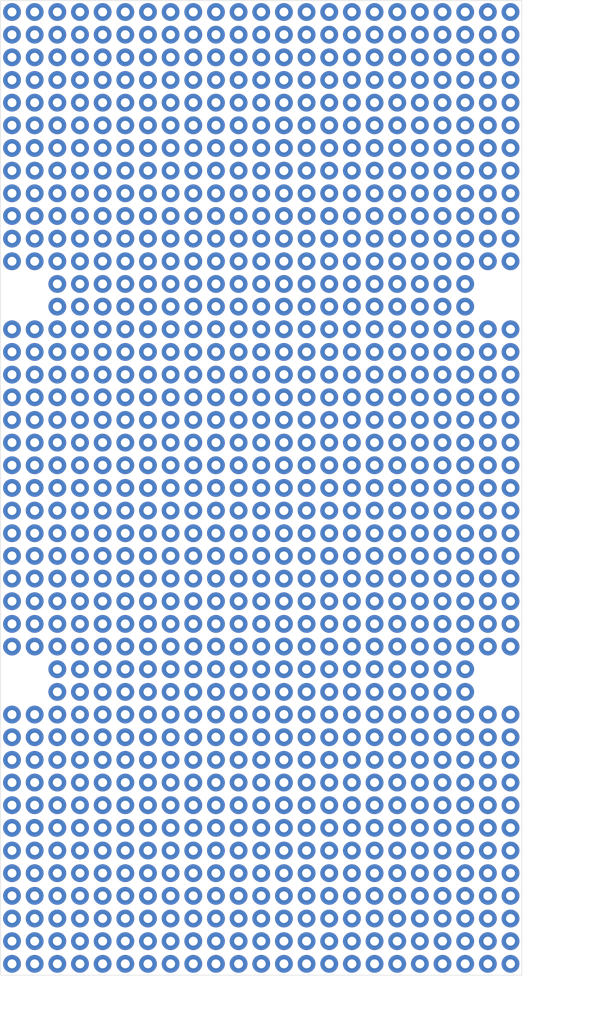
<source format=kicad_pcb>
(kicad_pcb (version 20171130) (host pcbnew 5.99.0+really5.1.12+dfsg1-1)
  (title_block (title "Eurorack prototype 12HP") (date 2022-01-09) (rev 2.0))
  (layers (0 F.Cu signal) (31 B.Cu signal) (34 B.Paste user) (35 F.Paste user) (36 B.SilkS user) (37 F.SilkS user) (38 B.Mask user) (39 F.Mask user) (44 Edge.Cuts user))
  (net 0 "")
  (module eurorack:Pad (layer F.Cu) (at 163.83 57.15)
    (fp_text reference REF** hide)
    (fp_text value Pad hide)
    (pad 1 thru_hole circle (at 0 0) (size 2 2) (drill 1) (layers *.Cu *.Mask))
  )
  (module eurorack:Pad (layer F.Cu) (at 166.37 59.69)
    (fp_text reference REF** hide)
    (fp_text value Pad hide)
    (pad 1 thru_hole circle (at 0 0) (size 2 2) (drill 1) (layers *.Cu *.Mask))
  )
  (module eurorack:Pad (layer F.Cu) (at 166.37 62.23)
    (fp_text reference REF** hide)
    (fp_text value Pad hide)
    (pad 1 thru_hole circle (at 0 0) (size 2 2) (drill 1) (layers *.Cu *.Mask))
  )
  (module eurorack:Pad (layer F.Cu) (at 163.83 62.23)
    (fp_text reference REF** hide)
    (fp_text value Pad hide)
    (pad 1 thru_hole circle (at 0 0) (size 2 2) (drill 1) (layers *.Cu *.Mask))
  )
  (module eurorack:Pad (layer F.Cu) (at 166.37 46.99)
    (fp_text reference REF** hide)
    (fp_text value Pad hide)
    (pad 1 thru_hole circle (at 0 0) (size 2 2) (drill 1) (layers *.Cu *.Mask))
  )
  (module eurorack:Pad (layer F.Cu) (at 163.83 41.91)
    (fp_text reference REF** hide)
    (fp_text value Pad hide)
    (pad 1 thru_hole circle (at 0 0) (size 2 2) (drill 1) (layers *.Cu *.Mask))
  )
  (module eurorack:Pad (layer F.Cu) (at 166.37 54.61)
    (fp_text reference REF** hide)
    (fp_text value Pad hide)
    (pad 1 thru_hole circle (at 0 0) (size 2 2) (drill 1) (layers *.Cu *.Mask))
  )
  (module eurorack:Pad (layer F.Cu) (at 166.37 57.15)
    (fp_text reference REF** hide)
    (fp_text value Pad hide)
    (pad 1 thru_hole circle (at 0 0) (size 2 2) (drill 1) (layers *.Cu *.Mask))
  )
  (module eurorack:Pad (layer F.Cu) (at 163.83 59.69)
    (fp_text reference REF** hide)
    (fp_text value Pad hide)
    (pad 1 thru_hole circle (at 0 0) (size 2 2) (drill 1) (layers *.Cu *.Mask))
  )
  (module eurorack:Pad (layer F.Cu) (at 166.37 67.31)
    (fp_text reference REF** hide)
    (fp_text value Pad hide)
    (pad 1 thru_hole circle (at 0 0) (size 2 2) (drill 1) (layers *.Cu *.Mask))
  )
  (module eurorack:Pad (layer F.Cu) (at 166.37 64.77)
    (fp_text reference REF** hide)
    (fp_text value Pad hide)
    (pad 1 thru_hole circle (at 0 0) (size 2 2) (drill 1) (layers *.Cu *.Mask))
  )
  (module eurorack:Pad (layer F.Cu) (at 163.83 67.31)
    (fp_text reference REF** hide)
    (fp_text value Pad hide)
    (pad 1 thru_hole circle (at 0 0) (size 2 2) (drill 1) (layers *.Cu *.Mask))
  )
  (module eurorack:Pad (layer F.Cu) (at 163.83 44.45)
    (fp_text reference REF** hide)
    (fp_text value Pad hide)
    (pad 1 thru_hole circle (at 0 0) (size 2 2) (drill 1) (layers *.Cu *.Mask))
  )
  (module eurorack:Pad (layer F.Cu) (at 166.37 44.45)
    (fp_text reference REF** hide)
    (fp_text value Pad hide)
    (pad 1 thru_hole circle (at 0 0) (size 2 2) (drill 1) (layers *.Cu *.Mask))
  )
  (module eurorack:Pad (layer F.Cu) (at 166.37 52.07)
    (fp_text reference REF** hide)
    (fp_text value Pad hide)
    (pad 1 thru_hole circle (at 0 0) (size 2 2) (drill 1) (layers *.Cu *.Mask))
  )
  (module eurorack:Pad (layer F.Cu) (at 163.83 46.99)
    (fp_text reference REF** hide)
    (fp_text value Pad hide)
    (pad 1 thru_hole circle (at 0 0) (size 2 2) (drill 1) (layers *.Cu *.Mask))
  )
  (module eurorack:Pad (layer F.Cu) (at 163.83 39.37)
    (fp_text reference REF** hide)
    (fp_text value Pad hide)
    (pad 1 thru_hole circle (at 0 0) (size 2 2) (drill 1) (layers *.Cu *.Mask))
  )
  (module eurorack:Pad (layer F.Cu) (at 163.83 52.07)
    (fp_text reference REF** hide)
    (fp_text value Pad hide)
    (pad 1 thru_hole circle (at 0 0) (size 2 2) (drill 1) (layers *.Cu *.Mask))
  )
  (module eurorack:Pad (layer F.Cu) (at 166.37 49.53)
    (fp_text reference REF** hide)
    (fp_text value Pad hide)
    (pad 1 thru_hole circle (at 0 0) (size 2 2) (drill 1) (layers *.Cu *.Mask))
  )
  (module eurorack:Pad (layer F.Cu) (at 166.37 41.91)
    (fp_text reference REF** hide)
    (fp_text value Pad hide)
    (pad 1 thru_hole circle (at 0 0) (size 2 2) (drill 1) (layers *.Cu *.Mask))
  )
  (module eurorack:Pad (layer F.Cu) (at 163.83 49.53)
    (fp_text reference REF** hide)
    (fp_text value Pad hide)
    (pad 1 thru_hole circle (at 0 0) (size 2 2) (drill 1) (layers *.Cu *.Mask))
  )
  (module eurorack:Pad (layer F.Cu) (at 166.37 39.37)
    (fp_text reference REF** hide)
    (fp_text value Pad hide)
    (pad 1 thru_hole circle (at 0 0) (size 2 2) (drill 1) (layers *.Cu *.Mask))
  )
  (module eurorack:Pad (layer F.Cu) (at 163.83 54.61)
    (fp_text reference REF** hide)
    (fp_text value Pad hide)
    (pad 1 thru_hole circle (at 0 0) (size 2 2) (drill 1) (layers *.Cu *.Mask))
  )
  (module eurorack:Pad (layer F.Cu) (at 163.83 64.77)
    (fp_text reference REF** hide)
    (fp_text value Pad hide)
    (pad 1 thru_hole circle (at 0 0) (size 2 2) (drill 1) (layers *.Cu *.Mask))
  )
  (module eurorack:Pad (layer F.Cu) (at 153.67 54.61)
    (fp_text reference REF** hide)
    (fp_text value Pad hide)
    (pad 1 thru_hole circle (at 0 0) (size 2 2) (drill 1) (layers *.Cu *.Mask))
  )
  (module eurorack:Pad (layer F.Cu) (at 156.21 54.61)
    (fp_text reference REF** hide)
    (fp_text value Pad hide)
    (pad 1 thru_hole circle (at 0 0) (size 2 2) (drill 1) (layers *.Cu *.Mask))
  )
  (module eurorack:Pad (layer F.Cu) (at 158.75 57.15)
    (fp_text reference REF** hide)
    (fp_text value Pad hide)
    (pad 1 thru_hole circle (at 0 0) (size 2 2) (drill 1) (layers *.Cu *.Mask))
  )
  (module eurorack:Pad (layer F.Cu) (at 151.13 57.15)
    (fp_text reference REF** hide)
    (fp_text value Pad hide)
    (pad 1 thru_hole circle (at 0 0) (size 2 2) (drill 1) (layers *.Cu *.Mask))
  )
  (module eurorack:Pad (layer F.Cu) (at 156.21 46.99)
    (fp_text reference REF** hide)
    (fp_text value Pad hide)
    (pad 1 thru_hole circle (at 0 0) (size 2 2) (drill 1) (layers *.Cu *.Mask))
  )
  (module eurorack:Pad (layer F.Cu) (at 153.67 52.07)
    (fp_text reference REF** hide)
    (fp_text value Pad hide)
    (pad 1 thru_hole circle (at 0 0) (size 2 2) (drill 1) (layers *.Cu *.Mask))
  )
  (module eurorack:Pad (layer F.Cu) (at 151.13 49.53)
    (fp_text reference REF** hide)
    (fp_text value Pad hide)
    (pad 1 thru_hole circle (at 0 0) (size 2 2) (drill 1) (layers *.Cu *.Mask))
  )
  (module eurorack:Pad (layer F.Cu) (at 153.67 49.53)
    (fp_text reference REF** hide)
    (fp_text value Pad hide)
    (pad 1 thru_hole circle (at 0 0) (size 2 2) (drill 1) (layers *.Cu *.Mask))
  )
  (module eurorack:Pad (layer F.Cu) (at 151.13 52.07)
    (fp_text reference REF** hide)
    (fp_text value Pad hide)
    (pad 1 thru_hole circle (at 0 0) (size 2 2) (drill 1) (layers *.Cu *.Mask))
  )
  (module eurorack:Pad (layer F.Cu) (at 151.13 46.99)
    (fp_text reference REF** hide)
    (fp_text value Pad hide)
    (pad 1 thru_hole circle (at 0 0) (size 2 2) (drill 1) (layers *.Cu *.Mask))
  )
  (module eurorack:Pad (layer F.Cu) (at 153.67 46.99)
    (fp_text reference REF** hide)
    (fp_text value Pad hide)
    (pad 1 thru_hole circle (at 0 0) (size 2 2) (drill 1) (layers *.Cu *.Mask))
  )
  (module eurorack:Pad (layer F.Cu) (at 156.21 52.07)
    (fp_text reference REF** hide)
    (fp_text value Pad hide)
    (pad 1 thru_hole circle (at 0 0) (size 2 2) (drill 1) (layers *.Cu *.Mask))
  )
  (module eurorack:Pad (layer F.Cu) (at 156.21 49.53)
    (fp_text reference REF** hide)
    (fp_text value Pad hide)
    (pad 1 thru_hole circle (at 0 0) (size 2 2) (drill 1) (layers *.Cu *.Mask))
  )
  (module eurorack:Pad (layer F.Cu) (at 151.13 39.37)
    (fp_text reference REF** hide)
    (fp_text value Pad hide)
    (pad 1 thru_hole circle (at 0 0) (size 2 2) (drill 1) (layers *.Cu *.Mask))
  )
  (module eurorack:Pad (layer F.Cu) (at 151.13 41.91)
    (fp_text reference REF** hide)
    (fp_text value Pad hide)
    (pad 1 thru_hole circle (at 0 0) (size 2 2) (drill 1) (layers *.Cu *.Mask))
  )
  (module eurorack:Pad (layer F.Cu) (at 156.21 39.37)
    (fp_text reference REF** hide)
    (fp_text value Pad hide)
    (pad 1 thru_hole circle (at 0 0) (size 2 2) (drill 1) (layers *.Cu *.Mask))
  )
  (module eurorack:Pad (layer F.Cu) (at 156.21 44.45)
    (fp_text reference REF** hide)
    (fp_text value Pad hide)
    (pad 1 thru_hole circle (at 0 0) (size 2 2) (drill 1) (layers *.Cu *.Mask))
  )
  (module eurorack:Pad (layer F.Cu) (at 153.67 39.37)
    (fp_text reference REF** hide)
    (fp_text value Pad hide)
    (pad 1 thru_hole circle (at 0 0) (size 2 2) (drill 1) (layers *.Cu *.Mask))
  )
  (module eurorack:Pad (layer F.Cu) (at 153.67 44.45)
    (fp_text reference REF** hide)
    (fp_text value Pad hide)
    (pad 1 thru_hole circle (at 0 0) (size 2 2) (drill 1) (layers *.Cu *.Mask))
  )
  (module eurorack:Pad (layer F.Cu) (at 156.21 41.91)
    (fp_text reference REF** hide)
    (fp_text value Pad hide)
    (pad 1 thru_hole circle (at 0 0) (size 2 2) (drill 1) (layers *.Cu *.Mask))
  )
  (module eurorack:Pad (layer F.Cu) (at 151.13 44.45)
    (fp_text reference REF** hide)
    (fp_text value Pad hide)
    (pad 1 thru_hole circle (at 0 0) (size 2 2) (drill 1) (layers *.Cu *.Mask))
  )
  (module eurorack:Pad (layer F.Cu) (at 153.67 41.91)
    (fp_text reference REF** hide)
    (fp_text value Pad hide)
    (pad 1 thru_hole circle (at 0 0) (size 2 2) (drill 1) (layers *.Cu *.Mask))
  )
  (module eurorack:Pad (layer F.Cu) (at 161.29 46.99)
    (fp_text reference REF** hide)
    (fp_text value Pad hide)
    (pad 1 thru_hole circle (at 0 0) (size 2 2) (drill 1) (layers *.Cu *.Mask))
  )
  (module eurorack:Pad (layer F.Cu) (at 158.75 41.91)
    (fp_text reference REF** hide)
    (fp_text value Pad hide)
    (pad 1 thru_hole circle (at 0 0) (size 2 2) (drill 1) (layers *.Cu *.Mask))
  )
  (module eurorack:Pad (layer F.Cu) (at 158.75 44.45)
    (fp_text reference REF** hide)
    (fp_text value Pad hide)
    (pad 1 thru_hole circle (at 0 0) (size 2 2) (drill 1) (layers *.Cu *.Mask))
  )
  (module eurorack:Pad (layer F.Cu) (at 161.29 44.45)
    (fp_text reference REF** hide)
    (fp_text value Pad hide)
    (pad 1 thru_hole circle (at 0 0) (size 2 2) (drill 1) (layers *.Cu *.Mask))
  )
  (module eurorack:Pad (layer F.Cu) (at 161.29 52.07)
    (fp_text reference REF** hide)
    (fp_text value Pad hide)
    (pad 1 thru_hole circle (at 0 0) (size 2 2) (drill 1) (layers *.Cu *.Mask))
  )
  (module eurorack:Pad (layer F.Cu) (at 158.75 46.99)
    (fp_text reference REF** hide)
    (fp_text value Pad hide)
    (pad 1 thru_hole circle (at 0 0) (size 2 2) (drill 1) (layers *.Cu *.Mask))
  )
  (module eurorack:Pad (layer F.Cu) (at 158.75 39.37)
    (fp_text reference REF** hide)
    (fp_text value Pad hide)
    (pad 1 thru_hole circle (at 0 0) (size 2 2) (drill 1) (layers *.Cu *.Mask))
  )
  (module eurorack:Pad (layer F.Cu) (at 158.75 52.07)
    (fp_text reference REF** hide)
    (fp_text value Pad hide)
    (pad 1 thru_hole circle (at 0 0) (size 2 2) (drill 1) (layers *.Cu *.Mask))
  )
  (module eurorack:Pad (layer F.Cu) (at 161.29 49.53)
    (fp_text reference REF** hide)
    (fp_text value Pad hide)
    (pad 1 thru_hole circle (at 0 0) (size 2 2) (drill 1) (layers *.Cu *.Mask))
  )
  (module eurorack:Pad (layer F.Cu) (at 161.29 41.91)
    (fp_text reference REF** hide)
    (fp_text value Pad hide)
    (pad 1 thru_hole circle (at 0 0) (size 2 2) (drill 1) (layers *.Cu *.Mask))
  )
  (module eurorack:Pad (layer F.Cu) (at 158.75 49.53)
    (fp_text reference REF** hide)
    (fp_text value Pad hide)
    (pad 1 thru_hole circle (at 0 0) (size 2 2) (drill 1) (layers *.Cu *.Mask))
  )
  (module eurorack:Pad (layer F.Cu) (at 161.29 39.37)
    (fp_text reference REF** hide)
    (fp_text value Pad hide)
    (pad 1 thru_hole circle (at 0 0) (size 2 2) (drill 1) (layers *.Cu *.Mask))
  )
  (module eurorack:Pad (layer F.Cu) (at 156.21 57.15)
    (fp_text reference REF** hide)
    (fp_text value Pad hide)
    (pad 1 thru_hole circle (at 0 0) (size 2 2) (drill 1) (layers *.Cu *.Mask))
  )
  (module eurorack:Pad (layer F.Cu) (at 158.75 54.61)
    (fp_text reference REF** hide)
    (fp_text value Pad hide)
    (pad 1 thru_hole circle (at 0 0) (size 2 2) (drill 1) (layers *.Cu *.Mask))
  )
  (module eurorack:Pad (layer F.Cu) (at 153.67 57.15)
    (fp_text reference REF** hide)
    (fp_text value Pad hide)
    (pad 1 thru_hole circle (at 0 0) (size 2 2) (drill 1) (layers *.Cu *.Mask))
  )
  (module eurorack:Pad (layer F.Cu) (at 161.29 54.61)
    (fp_text reference REF** hide)
    (fp_text value Pad hide)
    (pad 1 thru_hole circle (at 0 0) (size 2 2) (drill 1) (layers *.Cu *.Mask))
  )
  (module eurorack:Pad (layer F.Cu) (at 151.13 54.61)
    (fp_text reference REF** hide)
    (fp_text value Pad hide)
    (pad 1 thru_hole circle (at 0 0) (size 2 2) (drill 1) (layers *.Cu *.Mask))
  )
  (module eurorack:Pad (layer F.Cu) (at 161.29 57.15)
    (fp_text reference REF** hide)
    (fp_text value Pad hide)
    (pad 1 thru_hole circle (at 0 0) (size 2 2) (drill 1) (layers *.Cu *.Mask))
  )
  (module eurorack:Pad (layer F.Cu) (at 156.21 69.85)
    (fp_text reference REF** hide)
    (fp_text value Pad hide)
    (pad 1 thru_hole circle (at 0 0) (size 2 2) (drill 1) (layers *.Cu *.Mask))
  )
  (module eurorack:Pad (layer F.Cu) (at 151.13 62.23)
    (fp_text reference REF** hide)
    (fp_text value Pad hide)
    (pad 1 thru_hole circle (at 0 0) (size 2 2) (drill 1) (layers *.Cu *.Mask))
  )
  (module eurorack:Pad (layer F.Cu) (at 158.75 72.39)
    (fp_text reference REF** hide)
    (fp_text value Pad hide)
    (pad 1 thru_hole circle (at 0 0) (size 2 2) (drill 1) (layers *.Cu *.Mask))
  )
  (module eurorack:Pad (layer F.Cu) (at 153.67 64.77)
    (fp_text reference REF** hide)
    (fp_text value Pad hide)
    (pad 1 thru_hole circle (at 0 0) (size 2 2) (drill 1) (layers *.Cu *.Mask))
  )
  (module eurorack:Pad (layer F.Cu) (at 153.67 72.39)
    (fp_text reference REF** hide)
    (fp_text value Pad hide)
    (pad 1 thru_hole circle (at 0 0) (size 2 2) (drill 1) (layers *.Cu *.Mask))
  )
  (module eurorack:Pad (layer F.Cu) (at 151.13 59.69)
    (fp_text reference REF** hide)
    (fp_text value Pad hide)
    (pad 1 thru_hole circle (at 0 0) (size 2 2) (drill 1) (layers *.Cu *.Mask))
  )
  (module eurorack:Pad (layer F.Cu) (at 156.21 72.39)
    (fp_text reference REF** hide)
    (fp_text value Pad hide)
    (pad 1 thru_hole circle (at 0 0) (size 2 2) (drill 1) (layers *.Cu *.Mask))
  )
  (module eurorack:Pad (layer F.Cu) (at 151.13 69.85)
    (fp_text reference REF** hide)
    (fp_text value Pad hide)
    (pad 1 thru_hole circle (at 0 0) (size 2 2) (drill 1) (layers *.Cu *.Mask))
  )
  (module eurorack:Pad (layer F.Cu) (at 161.29 59.69)
    (fp_text reference REF** hide)
    (fp_text value Pad hide)
    (pad 1 thru_hole circle (at 0 0) (size 2 2) (drill 1) (layers *.Cu *.Mask))
  )
  (module eurorack:Pad (layer F.Cu) (at 161.29 62.23)
    (fp_text reference REF** hide)
    (fp_text value Pad hide)
    (pad 1 thru_hole circle (at 0 0) (size 2 2) (drill 1) (layers *.Cu *.Mask))
  )
  (module eurorack:Pad (layer F.Cu) (at 156.21 64.77)
    (fp_text reference REF** hide)
    (fp_text value Pad hide)
    (pad 1 thru_hole circle (at 0 0) (size 2 2) (drill 1) (layers *.Cu *.Mask))
  )
  (module eurorack:Pad (layer F.Cu) (at 158.75 67.31)
    (fp_text reference REF** hide)
    (fp_text value Pad hide)
    (pad 1 thru_hole circle (at 0 0) (size 2 2) (drill 1) (layers *.Cu *.Mask))
  )
  (module eurorack:Pad (layer F.Cu) (at 153.67 59.69)
    (fp_text reference REF** hide)
    (fp_text value Pad hide)
    (pad 1 thru_hole circle (at 0 0) (size 2 2) (drill 1) (layers *.Cu *.Mask))
  )
  (module eurorack:Pad (layer F.Cu) (at 161.29 69.85)
    (fp_text reference REF** hide)
    (fp_text value Pad hide)
    (pad 1 thru_hole circle (at 0 0) (size 2 2) (drill 1) (layers *.Cu *.Mask))
  )
  (module eurorack:Pad (layer F.Cu) (at 158.75 69.85)
    (fp_text reference REF** hide)
    (fp_text value Pad hide)
    (pad 1 thru_hole circle (at 0 0) (size 2 2) (drill 1) (layers *.Cu *.Mask))
  )
  (module eurorack:Pad (layer F.Cu) (at 153.67 69.85)
    (fp_text reference REF** hide)
    (fp_text value Pad hide)
    (pad 1 thru_hole circle (at 0 0) (size 2 2) (drill 1) (layers *.Cu *.Mask))
  )
  (module eurorack:Pad (layer F.Cu) (at 158.75 59.69)
    (fp_text reference REF** hide)
    (fp_text value Pad hide)
    (pad 1 thru_hole circle (at 0 0) (size 2 2) (drill 1) (layers *.Cu *.Mask))
  )
  (module eurorack:Pad (layer F.Cu) (at 151.13 67.31)
    (fp_text reference REF** hide)
    (fp_text value Pad hide)
    (pad 1 thru_hole circle (at 0 0) (size 2 2) (drill 1) (layers *.Cu *.Mask))
  )
  (module eurorack:Pad (layer F.Cu) (at 156.21 67.31)
    (fp_text reference REF** hide)
    (fp_text value Pad hide)
    (pad 1 thru_hole circle (at 0 0) (size 2 2) (drill 1) (layers *.Cu *.Mask))
  )
  (module eurorack:Pad (layer F.Cu) (at 158.75 64.77)
    (fp_text reference REF** hide)
    (fp_text value Pad hide)
    (pad 1 thru_hole circle (at 0 0) (size 2 2) (drill 1) (layers *.Cu *.Mask))
  )
  (module eurorack:Pad (layer F.Cu) (at 158.75 62.23)
    (fp_text reference REF** hide)
    (fp_text value Pad hide)
    (pad 1 thru_hole circle (at 0 0) (size 2 2) (drill 1) (layers *.Cu *.Mask))
  )
  (module eurorack:Pad (layer F.Cu) (at 153.67 62.23)
    (fp_text reference REF** hide)
    (fp_text value Pad hide)
    (pad 1 thru_hole circle (at 0 0) (size 2 2) (drill 1) (layers *.Cu *.Mask))
  )
  (module eurorack:Pad (layer F.Cu) (at 153.67 67.31)
    (fp_text reference REF** hide)
    (fp_text value Pad hide)
    (pad 1 thru_hole circle (at 0 0) (size 2 2) (drill 1) (layers *.Cu *.Mask))
  )
  (module eurorack:Pad (layer F.Cu) (at 156.21 62.23)
    (fp_text reference REF** hide)
    (fp_text value Pad hide)
    (pad 1 thru_hole circle (at 0 0) (size 2 2) (drill 1) (layers *.Cu *.Mask))
  )
  (module eurorack:Pad (layer F.Cu) (at 161.29 72.39)
    (fp_text reference REF** hide)
    (fp_text value Pad hide)
    (pad 1 thru_hole circle (at 0 0) (size 2 2) (drill 1) (layers *.Cu *.Mask))
  )
  (module eurorack:Pad (layer F.Cu) (at 156.21 59.69)
    (fp_text reference REF** hide)
    (fp_text value Pad hide)
    (pad 1 thru_hole circle (at 0 0) (size 2 2) (drill 1) (layers *.Cu *.Mask))
  )
  (module eurorack:Pad (layer F.Cu) (at 161.29 64.77)
    (fp_text reference REF** hide)
    (fp_text value Pad hide)
    (pad 1 thru_hole circle (at 0 0) (size 2 2) (drill 1) (layers *.Cu *.Mask))
  )
  (module eurorack:Pad (layer F.Cu) (at 151.13 64.77)
    (fp_text reference REF** hide)
    (fp_text value Pad hide)
    (pad 1 thru_hole circle (at 0 0) (size 2 2) (drill 1) (layers *.Cu *.Mask))
  )
  (module eurorack:Pad (layer F.Cu) (at 161.29 67.31)
    (fp_text reference REF** hide)
    (fp_text value Pad hide)
    (pad 1 thru_hole circle (at 0 0) (size 2 2) (drill 1) (layers *.Cu *.Mask))
  )
  (module eurorack:Pad (layer F.Cu) (at 151.13 72.39)
    (fp_text reference REF** hide)
    (fp_text value Pad hide)
    (pad 1 thru_hole circle (at 0 0) (size 2 2) (drill 1) (layers *.Cu *.Mask))
  )
  (module eurorack:Pad (layer F.Cu) (at 115.57 72.39)
    (fp_text reference REF** hide)
    (fp_text value Pad hide)
    (pad 1 thru_hole circle (at 0 0) (size 2 2) (drill 1) (layers *.Cu *.Mask))
  )
  (module eurorack:Pad (layer F.Cu) (at 115.57 69.85)
    (fp_text reference REF** hide)
    (fp_text value Pad hide)
    (pad 1 thru_hole circle (at 0 0) (size 2 2) (drill 1) (layers *.Cu *.Mask))
  )
  (module eurorack:Pad (layer F.Cu) (at 115.57 115.57)
    (fp_text reference REF** hide)
    (fp_text value Pad hide)
    (pad 1 thru_hole circle (at 0 0) (size 2 2) (drill 1) (layers *.Cu *.Mask))
  )
  (module eurorack:Pad (layer F.Cu) (at 115.57 113.03)
    (fp_text reference REF** hide)
    (fp_text value Pad hide)
    (pad 1 thru_hole circle (at 0 0) (size 2 2) (drill 1) (layers *.Cu *.Mask))
  )
  (module eurorack:Pad (layer F.Cu) (at 110.49 107.95)
    (fp_text reference REF** hide)
    (fp_text value Pad hide)
    (pad 1 thru_hole circle (at 0 0) (size 2 2) (drill 1) (layers *.Cu *.Mask))
  )
  (module eurorack:Pad (layer F.Cu) (at 110.49 62.23)
    (fp_text reference REF** hide)
    (fp_text value Pad hide)
    (pad 1 thru_hole circle (at 0 0) (size 2 2) (drill 1) (layers *.Cu *.Mask))
  )
  (module eurorack:Pad (layer F.Cu) (at 110.49 135.89)
    (fp_text reference REF** hide)
    (fp_text value Pad hide)
    (pad 1 thru_hole circle (at 0 0) (size 2 2) (drill 1) (layers *.Cu *.Mask))
  )
  (module eurorack:Pad (layer F.Cu) (at 110.49 52.07)
    (fp_text reference REF** hide)
    (fp_text value Pad hide)
    (pad 1 thru_hole circle (at 0 0) (size 2 2) (drill 1) (layers *.Cu *.Mask))
  )
  (module eurorack:Pad (layer F.Cu) (at 110.49 74.93)
    (fp_text reference REF** hide)
    (fp_text value Pad hide)
    (pad 1 thru_hole circle (at 0 0) (size 2 2) (drill 1) (layers *.Cu *.Mask))
  )
  (module eurorack:Pad (layer F.Cu) (at 110.49 146.05)
    (fp_text reference REF** hide)
    (fp_text value Pad hide)
    (pad 1 thru_hole circle (at 0 0) (size 2 2) (drill 1) (layers *.Cu *.Mask))
  )
  (module eurorack:Pad (layer F.Cu) (at 110.49 138.43)
    (fp_text reference REF** hide)
    (fp_text value Pad hide)
    (pad 1 thru_hole circle (at 0 0) (size 2 2) (drill 1) (layers *.Cu *.Mask))
  )
  (module eurorack:Pad (layer F.Cu) (at 110.49 143.51)
    (fp_text reference REF** hide)
    (fp_text value Pad hide)
    (pad 1 thru_hole circle (at 0 0) (size 2 2) (drill 1) (layers *.Cu *.Mask))
  )
  (module eurorack:Pad (layer F.Cu) (at 110.49 110.49)
    (fp_text reference REF** hide)
    (fp_text value Pad hide)
    (pad 1 thru_hole circle (at 0 0) (size 2 2) (drill 1) (layers *.Cu *.Mask))
  )
  (module eurorack:Pad (layer F.Cu) (at 110.49 123.19)
    (fp_text reference REF** hide)
    (fp_text value Pad hide)
    (pad 1 thru_hole circle (at 0 0) (size 2 2) (drill 1) (layers *.Cu *.Mask))
  )
  (module eurorack:Pad (layer F.Cu) (at 110.49 125.73)
    (fp_text reference REF** hide)
    (fp_text value Pad hide)
    (pad 1 thru_hole circle (at 0 0) (size 2 2) (drill 1) (layers *.Cu *.Mask))
  )
  (module eurorack:Pad (layer F.Cu) (at 110.49 49.53)
    (fp_text reference REF** hide)
    (fp_text value Pad hide)
    (pad 1 thru_hole circle (at 0 0) (size 2 2) (drill 1) (layers *.Cu *.Mask))
  )
  (module eurorack:Pad (layer F.Cu) (at 110.49 41.91)
    (fp_text reference REF** hide)
    (fp_text value Pad hide)
    (pad 1 thru_hole circle (at 0 0) (size 2 2) (drill 1) (layers *.Cu *.Mask))
  )
  (module eurorack:Pad (layer F.Cu) (at 110.49 44.45)
    (fp_text reference REF** hide)
    (fp_text value Pad hide)
    (pad 1 thru_hole circle (at 0 0) (size 2 2) (drill 1) (layers *.Cu *.Mask))
  )
  (module eurorack:Pad (layer F.Cu) (at 110.49 118.11)
    (fp_text reference REF** hide)
    (fp_text value Pad hide)
    (pad 1 thru_hole circle (at 0 0) (size 2 2) (drill 1) (layers *.Cu *.Mask))
  )
  (module eurorack:Pad (layer F.Cu) (at 110.49 97.79)
    (fp_text reference REF** hide)
    (fp_text value Pad hide)
    (pad 1 thru_hole circle (at 0 0) (size 2 2) (drill 1) (layers *.Cu *.Mask))
  )
  (module eurorack:Pad (layer F.Cu) (at 110.49 90.17)
    (fp_text reference REF** hide)
    (fp_text value Pad hide)
    (pad 1 thru_hole circle (at 0 0) (size 2 2) (drill 1) (layers *.Cu *.Mask))
  )
  (module eurorack:Pad (layer F.Cu) (at 110.49 100.33)
    (fp_text reference REF** hide)
    (fp_text value Pad hide)
    (pad 1 thru_hole circle (at 0 0) (size 2 2) (drill 1) (layers *.Cu *.Mask))
  )
  (module eurorack:Pad (layer F.Cu) (at 110.49 64.77)
    (fp_text reference REF** hide)
    (fp_text value Pad hide)
    (pad 1 thru_hole circle (at 0 0) (size 2 2) (drill 1) (layers *.Cu *.Mask))
  )
  (module eurorack:Pad (layer F.Cu) (at 110.49 92.71)
    (fp_text reference REF** hide)
    (fp_text value Pad hide)
    (pad 1 thru_hole circle (at 0 0) (size 2 2) (drill 1) (layers *.Cu *.Mask))
  )
  (module eurorack:Pad (layer F.Cu) (at 110.49 95.25)
    (fp_text reference REF** hide)
    (fp_text value Pad hide)
    (pad 1 thru_hole circle (at 0 0) (size 2 2) (drill 1) (layers *.Cu *.Mask))
  )
  (module eurorack:Pad (layer F.Cu) (at 110.49 67.31)
    (fp_text reference REF** hide)
    (fp_text value Pad hide)
    (pad 1 thru_hole circle (at 0 0) (size 2 2) (drill 1) (layers *.Cu *.Mask))
  )
  (module eurorack:Pad (layer F.Cu) (at 110.49 77.47)
    (fp_text reference REF** hide)
    (fp_text value Pad hide)
    (pad 1 thru_hole circle (at 0 0) (size 2 2) (drill 1) (layers *.Cu *.Mask))
  )
  (module eurorack:Pad (layer F.Cu) (at 110.49 80.01)
    (fp_text reference REF** hide)
    (fp_text value Pad hide)
    (pad 1 thru_hole circle (at 0 0) (size 2 2) (drill 1) (layers *.Cu *.Mask))
  )
  (module eurorack:Pad (layer F.Cu) (at 110.49 85.09)
    (fp_text reference REF** hide)
    (fp_text value Pad hide)
    (pad 1 thru_hole circle (at 0 0) (size 2 2) (drill 1) (layers *.Cu *.Mask))
  )
  (module eurorack:Pad (layer F.Cu) (at 110.49 87.63)
    (fp_text reference REF** hide)
    (fp_text value Pad hide)
    (pad 1 thru_hole circle (at 0 0) (size 2 2) (drill 1) (layers *.Cu *.Mask))
  )
  (module eurorack:Pad (layer F.Cu) (at 110.49 59.69)
    (fp_text reference REF** hide)
    (fp_text value Pad hide)
    (pad 1 thru_hole circle (at 0 0) (size 2 2) (drill 1) (layers *.Cu *.Mask))
  )
  (module eurorack:Pad (layer F.Cu) (at 110.49 105.41)
    (fp_text reference REF** hide)
    (fp_text value Pad hide)
    (pad 1 thru_hole circle (at 0 0) (size 2 2) (drill 1) (layers *.Cu *.Mask))
  )
  (module eurorack:Pad (layer F.Cu) (at 110.49 140.97)
    (fp_text reference REF** hide)
    (fp_text value Pad hide)
    (pad 1 thru_hole circle (at 0 0) (size 2 2) (drill 1) (layers *.Cu *.Mask))
  )
  (module eurorack:Pad (layer F.Cu) (at 110.49 130.81)
    (fp_text reference REF** hide)
    (fp_text value Pad hide)
    (pad 1 thru_hole circle (at 0 0) (size 2 2) (drill 1) (layers *.Cu *.Mask))
  )
  (module eurorack:Pad (layer F.Cu) (at 110.49 39.37)
    (fp_text reference REF** hide)
    (fp_text value Pad hide)
    (pad 1 thru_hole circle (at 0 0) (size 2 2) (drill 1) (layers *.Cu *.Mask))
  )
  (module eurorack:Pad (layer F.Cu) (at 110.49 128.27)
    (fp_text reference REF** hide)
    (fp_text value Pad hide)
    (pad 1 thru_hole circle (at 0 0) (size 2 2) (drill 1) (layers *.Cu *.Mask))
  )
  (module eurorack:Pad (layer F.Cu) (at 110.49 133.35)
    (fp_text reference REF** hide)
    (fp_text value Pad hide)
    (pad 1 thru_hole circle (at 0 0) (size 2 2) (drill 1) (layers *.Cu *.Mask))
  )
  (module eurorack:Pad (layer F.Cu) (at 110.49 120.65)
    (fp_text reference REF** hide)
    (fp_text value Pad hide)
    (pad 1 thru_hole circle (at 0 0) (size 2 2) (drill 1) (layers *.Cu *.Mask))
  )
  (module eurorack:Pad (layer F.Cu) (at 110.49 46.99)
    (fp_text reference REF** hide)
    (fp_text value Pad hide)
    (pad 1 thru_hole circle (at 0 0) (size 2 2) (drill 1) (layers *.Cu *.Mask))
  )
  (module eurorack:Pad (layer F.Cu) (at 110.49 57.15)
    (fp_text reference REF** hide)
    (fp_text value Pad hide)
    (pad 1 thru_hole circle (at 0 0) (size 2 2) (drill 1) (layers *.Cu *.Mask))
  )
  (module eurorack:Pad (layer F.Cu) (at 110.49 54.61)
    (fp_text reference REF** hide)
    (fp_text value Pad hide)
    (pad 1 thru_hole circle (at 0 0) (size 2 2) (drill 1) (layers *.Cu *.Mask))
  )
  (module eurorack:Pad (layer F.Cu) (at 110.49 82.55)
    (fp_text reference REF** hide)
    (fp_text value Pad hide)
    (pad 1 thru_hole circle (at 0 0) (size 2 2) (drill 1) (layers *.Cu *.Mask))
  )
  (module eurorack:Pad (layer F.Cu) (at 110.49 102.87)
    (fp_text reference REF** hide)
    (fp_text value Pad hide)
    (pad 1 thru_hole circle (at 0 0) (size 2 2) (drill 1) (layers *.Cu *.Mask))
  )
  (module eurorack:Pad (layer F.Cu) (at 130.81 69.85)
    (fp_text reference REF** hide)
    (fp_text value Pad hide)
    (pad 1 thru_hole circle (at 0 0) (size 2 2) (drill 1) (layers *.Cu *.Mask))
  )
  (module eurorack:Pad (layer F.Cu) (at 133.35 72.39)
    (fp_text reference REF** hide)
    (fp_text value Pad hide)
    (pad 1 thru_hole circle (at 0 0) (size 2 2) (drill 1) (layers *.Cu *.Mask))
  )
  (module eurorack:Pad (layer F.Cu) (at 133.35 69.85)
    (fp_text reference REF** hide)
    (fp_text value Pad hide)
    (pad 1 thru_hole circle (at 0 0) (size 2 2) (drill 1) (layers *.Cu *.Mask))
  )
  (module eurorack:Pad (layer F.Cu) (at 130.81 72.39)
    (fp_text reference REF** hide)
    (fp_text value Pad hide)
    (pad 1 thru_hole circle (at 0 0) (size 2 2) (drill 1) (layers *.Cu *.Mask))
  )
  (module eurorack:Pad (layer F.Cu) (at 130.81 115.57)
    (fp_text reference REF** hide)
    (fp_text value Pad hide)
    (pad 1 thru_hole circle (at 0 0) (size 2 2) (drill 1) (layers *.Cu *.Mask))
  )
  (module eurorack:Pad (layer F.Cu) (at 133.35 115.57)
    (fp_text reference REF** hide)
    (fp_text value Pad hide)
    (pad 1 thru_hole circle (at 0 0) (size 2 2) (drill 1) (layers *.Cu *.Mask))
  )
  (module eurorack:Pad (layer F.Cu) (at 133.35 113.03)
    (fp_text reference REF** hide)
    (fp_text value Pad hide)
    (pad 1 thru_hole circle (at 0 0) (size 2 2) (drill 1) (layers *.Cu *.Mask))
  )
  (module eurorack:Pad (layer F.Cu) (at 130.81 113.03)
    (fp_text reference REF** hide)
    (fp_text value Pad hide)
    (pad 1 thru_hole circle (at 0 0) (size 2 2) (drill 1) (layers *.Cu *.Mask))
  )
  (module eurorack:Pad (layer F.Cu) (at 128.27 44.45)
    (fp_text reference REF** hide)
    (fp_text value Pad hide)
    (pad 1 thru_hole circle (at 0 0) (size 2 2) (drill 1) (layers *.Cu *.Mask))
  )
  (module eurorack:Pad (layer F.Cu) (at 125.73 140.97)
    (fp_text reference REF** hide)
    (fp_text value Pad hide)
    (pad 1 thru_hole circle (at 0 0) (size 2 2) (drill 1) (layers *.Cu *.Mask))
  )
  (module eurorack:Pad (layer F.Cu) (at 118.11 110.49)
    (fp_text reference REF** hide)
    (fp_text value Pad hide)
    (pad 1 thru_hole circle (at 0 0) (size 2 2) (drill 1) (layers *.Cu *.Mask))
  )
  (module eurorack:Pad (layer F.Cu) (at 113.03 105.41)
    (fp_text reference REF** hide)
    (fp_text value Pad hide)
    (pad 1 thru_hole circle (at 0 0) (size 2 2) (drill 1) (layers *.Cu *.Mask))
  )
  (module eurorack:Pad (layer F.Cu) (at 125.73 100.33)
    (fp_text reference REF** hide)
    (fp_text value Pad hide)
    (pad 1 thru_hole circle (at 0 0) (size 2 2) (drill 1) (layers *.Cu *.Mask))
  )
  (module eurorack:Pad (layer F.Cu) (at 128.27 100.33)
    (fp_text reference REF** hide)
    (fp_text value Pad hide)
    (pad 1 thru_hole circle (at 0 0) (size 2 2) (drill 1) (layers *.Cu *.Mask))
  )
  (module eurorack:Pad (layer F.Cu) (at 120.65 102.87)
    (fp_text reference REF** hide)
    (fp_text value Pad hide)
    (pad 1 thru_hole circle (at 0 0) (size 2 2) (drill 1) (layers *.Cu *.Mask))
  )
  (module eurorack:Pad (layer F.Cu) (at 120.65 100.33)
    (fp_text reference REF** hide)
    (fp_text value Pad hide)
    (pad 1 thru_hole circle (at 0 0) (size 2 2) (drill 1) (layers *.Cu *.Mask))
  )
  (module eurorack:Pad (layer F.Cu) (at 123.19 107.95)
    (fp_text reference REF** hide)
    (fp_text value Pad hide)
    (pad 1 thru_hole circle (at 0 0) (size 2 2) (drill 1) (layers *.Cu *.Mask))
  )
  (module eurorack:Pad (layer F.Cu) (at 125.73 107.95)
    (fp_text reference REF** hide)
    (fp_text value Pad hide)
    (pad 1 thru_hole circle (at 0 0) (size 2 2) (drill 1) (layers *.Cu *.Mask))
  )
  (module eurorack:Pad (layer F.Cu) (at 125.73 102.87)
    (fp_text reference REF** hide)
    (fp_text value Pad hide)
    (pad 1 thru_hole circle (at 0 0) (size 2 2) (drill 1) (layers *.Cu *.Mask))
  )
  (module eurorack:Pad (layer F.Cu) (at 118.11 115.57)
    (fp_text reference REF** hide)
    (fp_text value Pad hide)
    (pad 1 thru_hole circle (at 0 0) (size 2 2) (drill 1) (layers *.Cu *.Mask))
  )
  (module eurorack:Pad (layer F.Cu) (at 123.19 115.57)
    (fp_text reference REF** hide)
    (fp_text value Pad hide)
    (pad 1 thru_hole circle (at 0 0) (size 2 2) (drill 1) (layers *.Cu *.Mask))
  )
  (module eurorack:Pad (layer F.Cu) (at 120.65 107.95)
    (fp_text reference REF** hide)
    (fp_text value Pad hide)
    (pad 1 thru_hole circle (at 0 0) (size 2 2) (drill 1) (layers *.Cu *.Mask))
  )
  (module eurorack:Pad (layer F.Cu) (at 115.57 107.95)
    (fp_text reference REF** hide)
    (fp_text value Pad hide)
    (pad 1 thru_hole circle (at 0 0) (size 2 2) (drill 1) (layers *.Cu *.Mask))
  )
  (module eurorack:Pad (layer F.Cu) (at 118.11 100.33)
    (fp_text reference REF** hide)
    (fp_text value Pad hide)
    (pad 1 thru_hole circle (at 0 0) (size 2 2) (drill 1) (layers *.Cu *.Mask))
  )
  (module eurorack:Pad (layer F.Cu) (at 123.19 133.35)
    (fp_text reference REF** hide)
    (fp_text value Pad hide)
    (pad 1 thru_hole circle (at 0 0) (size 2 2) (drill 1) (layers *.Cu *.Mask))
  )
  (module eurorack:Pad (layer F.Cu) (at 118.11 123.19)
    (fp_text reference REF** hide)
    (fp_text value Pad hide)
    (pad 1 thru_hole circle (at 0 0) (size 2 2) (drill 1) (layers *.Cu *.Mask))
  )
  (module eurorack:Pad (layer F.Cu) (at 118.11 130.81)
    (fp_text reference REF** hide)
    (fp_text value Pad hide)
    (pad 1 thru_hole circle (at 0 0) (size 2 2) (drill 1) (layers *.Cu *.Mask))
  )
  (module eurorack:Pad (layer F.Cu) (at 128.27 135.89)
    (fp_text reference REF** hide)
    (fp_text value Pad hide)
    (pad 1 thru_hole circle (at 0 0) (size 2 2) (drill 1) (layers *.Cu *.Mask))
  )
  (module eurorack:Pad (layer F.Cu) (at 123.19 128.27)
    (fp_text reference REF** hide)
    (fp_text value Pad hide)
    (pad 1 thru_hole circle (at 0 0) (size 2 2) (drill 1) (layers *.Cu *.Mask))
  )
  (module eurorack:Pad (layer F.Cu) (at 125.73 135.89)
    (fp_text reference REF** hide)
    (fp_text value Pad hide)
    (pad 1 thru_hole circle (at 0 0) (size 2 2) (drill 1) (layers *.Cu *.Mask))
  )
  (module eurorack:Pad (layer F.Cu) (at 113.03 135.89)
    (fp_text reference REF** hide)
    (fp_text value Pad hide)
    (pad 1 thru_hole circle (at 0 0) (size 2 2) (drill 1) (layers *.Cu *.Mask))
  )
  (module eurorack:Pad (layer F.Cu) (at 120.65 118.11)
    (fp_text reference REF** hide)
    (fp_text value Pad hide)
    (pad 1 thru_hole circle (at 0 0) (size 2 2) (drill 1) (layers *.Cu *.Mask))
  )
  (module eurorack:Pad (layer F.Cu) (at 120.65 128.27)
    (fp_text reference REF** hide)
    (fp_text value Pad hide)
    (pad 1 thru_hole circle (at 0 0) (size 2 2) (drill 1) (layers *.Cu *.Mask))
  )
  (module eurorack:Pad (layer F.Cu) (at 128.27 125.73)
    (fp_text reference REF** hide)
    (fp_text value Pad hide)
    (pad 1 thru_hole circle (at 0 0) (size 2 2) (drill 1) (layers *.Cu *.Mask))
  )
  (module eurorack:Pad (layer F.Cu) (at 118.11 135.89)
    (fp_text reference REF** hide)
    (fp_text value Pad hide)
    (pad 1 thru_hole circle (at 0 0) (size 2 2) (drill 1) (layers *.Cu *.Mask))
  )
  (module eurorack:Pad (layer F.Cu) (at 118.11 125.73)
    (fp_text reference REF** hide)
    (fp_text value Pad hide)
    (pad 1 thru_hole circle (at 0 0) (size 2 2) (drill 1) (layers *.Cu *.Mask))
  )
  (module eurorack:Pad (layer F.Cu) (at 120.65 120.65)
    (fp_text reference REF** hide)
    (fp_text value Pad hide)
    (pad 1 thru_hole circle (at 0 0) (size 2 2) (drill 1) (layers *.Cu *.Mask))
  )
  (module eurorack:Pad (layer F.Cu) (at 123.19 59.69)
    (fp_text reference REF** hide)
    (fp_text value Pad hide)
    (pad 1 thru_hole circle (at 0 0) (size 2 2) (drill 1) (layers *.Cu *.Mask))
  )
  (module eurorack:Pad (layer F.Cu) (at 115.57 62.23)
    (fp_text reference REF** hide)
    (fp_text value Pad hide)
    (pad 1 thru_hole circle (at 0 0) (size 2 2) (drill 1) (layers *.Cu *.Mask))
  )
  (module eurorack:Pad (layer F.Cu) (at 128.27 64.77)
    (fp_text reference REF** hide)
    (fp_text value Pad hide)
    (pad 1 thru_hole circle (at 0 0) (size 2 2) (drill 1) (layers *.Cu *.Mask))
  )
  (module eurorack:Pad (layer F.Cu) (at 128.27 62.23)
    (fp_text reference REF** hide)
    (fp_text value Pad hide)
    (pad 1 thru_hole circle (at 0 0) (size 2 2) (drill 1) (layers *.Cu *.Mask))
  )
  (module eurorack:Pad (layer F.Cu) (at 118.11 120.65)
    (fp_text reference REF** hide)
    (fp_text value Pad hide)
    (pad 1 thru_hole circle (at 0 0) (size 2 2) (drill 1) (layers *.Cu *.Mask))
  )
  (module eurorack:Pad (layer F.Cu) (at 125.73 120.65)
    (fp_text reference REF** hide)
    (fp_text value Pad hide)
    (pad 1 thru_hole circle (at 0 0) (size 2 2) (drill 1) (layers *.Cu *.Mask))
  )
  (module eurorack:Pad (layer F.Cu) (at 115.57 135.89)
    (fp_text reference REF** hide)
    (fp_text value Pad hide)
    (pad 1 thru_hole circle (at 0 0) (size 2 2) (drill 1) (layers *.Cu *.Mask))
  )
  (module eurorack:Pad (layer F.Cu) (at 128.27 120.65)
    (fp_text reference REF** hide)
    (fp_text value Pad hide)
    (pad 1 thru_hole circle (at 0 0) (size 2 2) (drill 1) (layers *.Cu *.Mask))
  )
  (module eurorack:Pad (layer F.Cu) (at 123.19 125.73)
    (fp_text reference REF** hide)
    (fp_text value Pad hide)
    (pad 1 thru_hole circle (at 0 0) (size 2 2) (drill 1) (layers *.Cu *.Mask))
  )
  (module eurorack:Pad (layer F.Cu) (at 113.03 120.65)
    (fp_text reference REF** hide)
    (fp_text value Pad hide)
    (pad 1 thru_hole circle (at 0 0) (size 2 2) (drill 1) (layers *.Cu *.Mask))
  )
  (module eurorack:Pad (layer F.Cu) (at 125.73 130.81)
    (fp_text reference REF** hide)
    (fp_text value Pad hide)
    (pad 1 thru_hole circle (at 0 0) (size 2 2) (drill 1) (layers *.Cu *.Mask))
  )
  (module eurorack:Pad (layer F.Cu) (at 118.11 138.43)
    (fp_text reference REF** hide)
    (fp_text value Pad hide)
    (pad 1 thru_hole circle (at 0 0) (size 2 2) (drill 1) (layers *.Cu *.Mask))
  )
  (module eurorack:Pad (layer F.Cu) (at 120.65 46.99)
    (fp_text reference REF** hide)
    (fp_text value Pad hide)
    (pad 1 thru_hole circle (at 0 0) (size 2 2) (drill 1) (layers *.Cu *.Mask))
  )
  (module eurorack:Pad (layer F.Cu) (at 123.19 46.99)
    (fp_text reference REF** hide)
    (fp_text value Pad hide)
    (pad 1 thru_hole circle (at 0 0) (size 2 2) (drill 1) (layers *.Cu *.Mask))
  )
  (module eurorack:Pad (layer F.Cu) (at 125.73 146.05)
    (fp_text reference REF** hide)
    (fp_text value Pad hide)
    (pad 1 thru_hole circle (at 0 0) (size 2 2) (drill 1) (layers *.Cu *.Mask))
  )
  (module eurorack:Pad (layer F.Cu) (at 123.19 146.05)
    (fp_text reference REF** hide)
    (fp_text value Pad hide)
    (pad 1 thru_hole circle (at 0 0) (size 2 2) (drill 1) (layers *.Cu *.Mask))
  )
  (module eurorack:Pad (layer F.Cu) (at 115.57 52.07)
    (fp_text reference REF** hide)
    (fp_text value Pad hide)
    (pad 1 thru_hole circle (at 0 0) (size 2 2) (drill 1) (layers *.Cu *.Mask))
  )
  (module eurorack:Pad (layer F.Cu) (at 118.11 52.07)
    (fp_text reference REF** hide)
    (fp_text value Pad hide)
    (pad 1 thru_hole circle (at 0 0) (size 2 2) (drill 1) (layers *.Cu *.Mask))
  )
  (module eurorack:Pad (layer F.Cu) (at 123.19 44.45)
    (fp_text reference REF** hide)
    (fp_text value Pad hide)
    (pad 1 thru_hole circle (at 0 0) (size 2 2) (drill 1) (layers *.Cu *.Mask))
  )
  (module eurorack:Pad (layer F.Cu) (at 128.27 41.91)
    (fp_text reference REF** hide)
    (fp_text value Pad hide)
    (pad 1 thru_hole circle (at 0 0) (size 2 2) (drill 1) (layers *.Cu *.Mask))
  )
  (module eurorack:Pad (layer F.Cu) (at 113.03 74.93)
    (fp_text reference REF** hide)
    (fp_text value Pad hide)
    (pad 1 thru_hole circle (at 0 0) (size 2 2) (drill 1) (layers *.Cu *.Mask))
  )
  (module eurorack:Pad (layer F.Cu) (at 118.11 146.05)
    (fp_text reference REF** hide)
    (fp_text value Pad hide)
    (pad 1 thru_hole circle (at 0 0) (size 2 2) (drill 1) (layers *.Cu *.Mask))
  )
  (module eurorack:Pad (layer F.Cu) (at 113.03 110.49)
    (fp_text reference REF** hide)
    (fp_text value Pad hide)
    (pad 1 thru_hole circle (at 0 0) (size 2 2) (drill 1) (layers *.Cu *.Mask))
  )
  (module eurorack:Pad (layer F.Cu) (at 115.57 74.93)
    (fp_text reference REF** hide)
    (fp_text value Pad hide)
    (pad 1 thru_hole circle (at 0 0) (size 2 2) (drill 1) (layers *.Cu *.Mask))
  )
  (module eurorack:Pad (layer F.Cu) (at 120.65 49.53)
    (fp_text reference REF** hide)
    (fp_text value Pad hide)
    (pad 1 thru_hole circle (at 0 0) (size 2 2) (drill 1) (layers *.Cu *.Mask))
  )
  (module eurorack:Pad (layer F.Cu) (at 123.19 49.53)
    (fp_text reference REF** hide)
    (fp_text value Pad hide)
    (pad 1 thru_hole circle (at 0 0) (size 2 2) (drill 1) (layers *.Cu *.Mask))
  )
  (module eurorack:Pad (layer F.Cu) (at 125.73 41.91)
    (fp_text reference REF** hide)
    (fp_text value Pad hide)
    (pad 1 thru_hole circle (at 0 0) (size 2 2) (drill 1) (layers *.Cu *.Mask))
  )
  (module eurorack:Pad (layer F.Cu) (at 120.65 44.45)
    (fp_text reference REF** hide)
    (fp_text value Pad hide)
    (pad 1 thru_hole circle (at 0 0) (size 2 2) (drill 1) (layers *.Cu *.Mask))
  )
  (module eurorack:Pad (layer F.Cu) (at 123.19 41.91)
    (fp_text reference REF** hide)
    (fp_text value Pad hide)
    (pad 1 thru_hole circle (at 0 0) (size 2 2) (drill 1) (layers *.Cu *.Mask))
  )
  (module eurorack:Pad (layer F.Cu) (at 120.65 52.07)
    (fp_text reference REF** hide)
    (fp_text value Pad hide)
    (pad 1 thru_hole circle (at 0 0) (size 2 2) (drill 1) (layers *.Cu *.Mask))
  )
  (module eurorack:Pad (layer F.Cu) (at 115.57 146.05)
    (fp_text reference REF** hide)
    (fp_text value Pad hide)
    (pad 1 thru_hole circle (at 0 0) (size 2 2) (drill 1) (layers *.Cu *.Mask))
  )
  (module eurorack:Pad (layer F.Cu) (at 115.57 138.43)
    (fp_text reference REF** hide)
    (fp_text value Pad hide)
    (pad 1 thru_hole circle (at 0 0) (size 2 2) (drill 1) (layers *.Cu *.Mask))
  )
  (module eurorack:Pad (layer F.Cu) (at 123.19 138.43)
    (fp_text reference REF** hide)
    (fp_text value Pad hide)
    (pad 1 thru_hole circle (at 0 0) (size 2 2) (drill 1) (layers *.Cu *.Mask))
  )
  (module eurorack:Pad (layer F.Cu) (at 113.03 49.53)
    (fp_text reference REF** hide)
    (fp_text value Pad hide)
    (pad 1 thru_hole circle (at 0 0) (size 2 2) (drill 1) (layers *.Cu *.Mask))
  )
  (module eurorack:Pad (layer F.Cu) (at 118.11 46.99)
    (fp_text reference REF** hide)
    (fp_text value Pad hide)
    (pad 1 thru_hole circle (at 0 0) (size 2 2) (drill 1) (layers *.Cu *.Mask))
  )
  (module eurorack:Pad (layer F.Cu) (at 118.11 143.51)
    (fp_text reference REF** hide)
    (fp_text value Pad hide)
    (pad 1 thru_hole circle (at 0 0) (size 2 2) (drill 1) (layers *.Cu *.Mask))
  )
  (module eurorack:Pad (layer F.Cu) (at 115.57 143.51)
    (fp_text reference REF** hide)
    (fp_text value Pad hide)
    (pad 1 thru_hole circle (at 0 0) (size 2 2) (drill 1) (layers *.Cu *.Mask))
  )
  (module eurorack:Pad (layer F.Cu) (at 125.73 39.37)
    (fp_text reference REF** hide)
    (fp_text value Pad hide)
    (pad 1 thru_hole circle (at 0 0) (size 2 2) (drill 1) (layers *.Cu *.Mask))
  )
  (module eurorack:Pad (layer F.Cu) (at 125.73 46.99)
    (fp_text reference REF** hide)
    (fp_text value Pad hide)
    (pad 1 thru_hole circle (at 0 0) (size 2 2) (drill 1) (layers *.Cu *.Mask))
  )
  (module eurorack:Pad (layer F.Cu) (at 123.19 52.07)
    (fp_text reference REF** hide)
    (fp_text value Pad hide)
    (pad 1 thru_hole circle (at 0 0) (size 2 2) (drill 1) (layers *.Cu *.Mask))
  )
  (module eurorack:Pad (layer F.Cu) (at 115.57 110.49)
    (fp_text reference REF** hide)
    (fp_text value Pad hide)
    (pad 1 thru_hole circle (at 0 0) (size 2 2) (drill 1) (layers *.Cu *.Mask))
  )
  (module eurorack:Pad (layer F.Cu) (at 125.73 44.45)
    (fp_text reference REF** hide)
    (fp_text value Pad hide)
    (pad 1 thru_hole circle (at 0 0) (size 2 2) (drill 1) (layers *.Cu *.Mask))
  )
  (module eurorack:Pad (layer F.Cu) (at 123.19 39.37)
    (fp_text reference REF** hide)
    (fp_text value Pad hide)
    (pad 1 thru_hole circle (at 0 0) (size 2 2) (drill 1) (layers *.Cu *.Mask))
  )
  (module eurorack:Pad (layer F.Cu) (at 128.27 49.53)
    (fp_text reference REF** hide)
    (fp_text value Pad hide)
    (pad 1 thru_hole circle (at 0 0) (size 2 2) (drill 1) (layers *.Cu *.Mask))
  )
  (module eurorack:Pad (layer F.Cu) (at 113.03 123.19)
    (fp_text reference REF** hide)
    (fp_text value Pad hide)
    (pad 1 thru_hole circle (at 0 0) (size 2 2) (drill 1) (layers *.Cu *.Mask))
  )
  (module eurorack:Pad (layer F.Cu) (at 123.19 135.89)
    (fp_text reference REF** hide)
    (fp_text value Pad hide)
    (pad 1 thru_hole circle (at 0 0) (size 2 2) (drill 1) (layers *.Cu *.Mask))
  )
  (module eurorack:Pad (layer F.Cu) (at 115.57 123.19)
    (fp_text reference REF** hide)
    (fp_text value Pad hide)
    (pad 1 thru_hole circle (at 0 0) (size 2 2) (drill 1) (layers *.Cu *.Mask))
  )
  (module eurorack:Pad (layer F.Cu) (at 123.19 118.11)
    (fp_text reference REF** hide)
    (fp_text value Pad hide)
    (pad 1 thru_hole circle (at 0 0) (size 2 2) (drill 1) (layers *.Cu *.Mask))
  )
  (module eurorack:Pad (layer F.Cu) (at 128.27 130.81)
    (fp_text reference REF** hide)
    (fp_text value Pad hide)
    (pad 1 thru_hole circle (at 0 0) (size 2 2) (drill 1) (layers *.Cu *.Mask))
  )
  (module eurorack:Pad (layer F.Cu) (at 115.57 125.73)
    (fp_text reference REF** hide)
    (fp_text value Pad hide)
    (pad 1 thru_hole circle (at 0 0) (size 2 2) (drill 1) (layers *.Cu *.Mask))
  )
  (module eurorack:Pad (layer F.Cu) (at 123.19 123.19)
    (fp_text reference REF** hide)
    (fp_text value Pad hide)
    (pad 1 thru_hole circle (at 0 0) (size 2 2) (drill 1) (layers *.Cu *.Mask))
  )
  (module eurorack:Pad (layer F.Cu) (at 120.65 130.81)
    (fp_text reference REF** hide)
    (fp_text value Pad hide)
    (pad 1 thru_hole circle (at 0 0) (size 2 2) (drill 1) (layers *.Cu *.Mask))
  )
  (module eurorack:Pad (layer F.Cu) (at 128.27 123.19)
    (fp_text reference REF** hide)
    (fp_text value Pad hide)
    (pad 1 thru_hole circle (at 0 0) (size 2 2) (drill 1) (layers *.Cu *.Mask))
  )
  (module eurorack:Pad (layer F.Cu) (at 125.73 133.35)
    (fp_text reference REF** hide)
    (fp_text value Pad hide)
    (pad 1 thru_hole circle (at 0 0) (size 2 2) (drill 1) (layers *.Cu *.Mask))
  )
  (module eurorack:Pad (layer F.Cu) (at 113.03 130.81)
    (fp_text reference REF** hide)
    (fp_text value Pad hide)
    (pad 1 thru_hole circle (at 0 0) (size 2 2) (drill 1) (layers *.Cu *.Mask))
  )
  (module eurorack:Pad (layer F.Cu) (at 113.03 140.97)
    (fp_text reference REF** hide)
    (fp_text value Pad hide)
    (pad 1 thru_hole circle (at 0 0) (size 2 2) (drill 1) (layers *.Cu *.Mask))
  )
  (module eurorack:Pad (layer F.Cu) (at 113.03 138.43)
    (fp_text reference REF** hide)
    (fp_text value Pad hide)
    (pad 1 thru_hole circle (at 0 0) (size 2 2) (drill 1) (layers *.Cu *.Mask))
  )
  (module eurorack:Pad (layer F.Cu) (at 128.27 140.97)
    (fp_text reference REF** hide)
    (fp_text value Pad hide)
    (pad 1 thru_hole circle (at 0 0) (size 2 2) (drill 1) (layers *.Cu *.Mask))
  )
  (module eurorack:Pad (layer F.Cu) (at 118.11 49.53)
    (fp_text reference REF** hide)
    (fp_text value Pad hide)
    (pad 1 thru_hole circle (at 0 0) (size 2 2) (drill 1) (layers *.Cu *.Mask))
  )
  (module eurorack:Pad (layer F.Cu) (at 115.57 49.53)
    (fp_text reference REF** hide)
    (fp_text value Pad hide)
    (pad 1 thru_hole circle (at 0 0) (size 2 2) (drill 1) (layers *.Cu *.Mask))
  )
  (module eurorack:Pad (layer F.Cu) (at 128.27 133.35)
    (fp_text reference REF** hide)
    (fp_text value Pad hide)
    (pad 1 thru_hole circle (at 0 0) (size 2 2) (drill 1) (layers *.Cu *.Mask))
  )
  (module eurorack:Pad (layer F.Cu) (at 123.19 130.81)
    (fp_text reference REF** hide)
    (fp_text value Pad hide)
    (pad 1 thru_hole circle (at 0 0) (size 2 2) (drill 1) (layers *.Cu *.Mask))
  )
  (module eurorack:Pad (layer F.Cu) (at 128.27 143.51)
    (fp_text reference REF** hide)
    (fp_text value Pad hide)
    (pad 1 thru_hole circle (at 0 0) (size 2 2) (drill 1) (layers *.Cu *.Mask))
  )
  (module eurorack:Pad (layer F.Cu) (at 113.03 143.51)
    (fp_text reference REF** hide)
    (fp_text value Pad hide)
    (pad 1 thru_hole circle (at 0 0) (size 2 2) (drill 1) (layers *.Cu *.Mask))
  )
  (module eurorack:Pad (layer F.Cu) (at 123.19 140.97)
    (fp_text reference REF** hide)
    (fp_text value Pad hide)
    (pad 1 thru_hole circle (at 0 0) (size 2 2) (drill 1) (layers *.Cu *.Mask))
  )
  (module eurorack:Pad (layer F.Cu) (at 115.57 41.91)
    (fp_text reference REF** hide)
    (fp_text value Pad hide)
    (pad 1 thru_hole circle (at 0 0) (size 2 2) (drill 1) (layers *.Cu *.Mask))
  )
  (module eurorack:Pad (layer F.Cu) (at 113.03 44.45)
    (fp_text reference REF** hide)
    (fp_text value Pad hide)
    (pad 1 thru_hole circle (at 0 0) (size 2 2) (drill 1) (layers *.Cu *.Mask))
  )
  (module eurorack:Pad (layer F.Cu) (at 125.73 128.27)
    (fp_text reference REF** hide)
    (fp_text value Pad hide)
    (pad 1 thru_hole circle (at 0 0) (size 2 2) (drill 1) (layers *.Cu *.Mask))
  )
  (module eurorack:Pad (layer F.Cu) (at 125.73 123.19)
    (fp_text reference REF** hide)
    (fp_text value Pad hide)
    (pad 1 thru_hole circle (at 0 0) (size 2 2) (drill 1) (layers *.Cu *.Mask))
  )
  (module eurorack:Pad (layer F.Cu) (at 120.65 140.97)
    (fp_text reference REF** hide)
    (fp_text value Pad hide)
    (pad 1 thru_hole circle (at 0 0) (size 2 2) (drill 1) (layers *.Cu *.Mask))
  )
  (module eurorack:Pad (layer F.Cu) (at 120.65 39.37)
    (fp_text reference REF** hide)
    (fp_text value Pad hide)
    (pad 1 thru_hole circle (at 0 0) (size 2 2) (drill 1) (layers *.Cu *.Mask))
  )
  (module eurorack:Pad (layer F.Cu) (at 120.65 41.91)
    (fp_text reference REF** hide)
    (fp_text value Pad hide)
    (pad 1 thru_hole circle (at 0 0) (size 2 2) (drill 1) (layers *.Cu *.Mask))
  )
  (module eurorack:Pad (layer F.Cu) (at 118.11 39.37)
    (fp_text reference REF** hide)
    (fp_text value Pad hide)
    (pad 1 thru_hole circle (at 0 0) (size 2 2) (drill 1) (layers *.Cu *.Mask))
  )
  (module eurorack:Pad (layer F.Cu) (at 115.57 44.45)
    (fp_text reference REF** hide)
    (fp_text value Pad hide)
    (pad 1 thru_hole circle (at 0 0) (size 2 2) (drill 1) (layers *.Cu *.Mask))
  )
  (module eurorack:Pad (layer F.Cu) (at 118.11 44.45)
    (fp_text reference REF** hide)
    (fp_text value Pad hide)
    (pad 1 thru_hole circle (at 0 0) (size 2 2) (drill 1) (layers *.Cu *.Mask))
  )
  (module eurorack:Pad (layer F.Cu) (at 120.65 146.05)
    (fp_text reference REF** hide)
    (fp_text value Pad hide)
    (pad 1 thru_hole circle (at 0 0) (size 2 2) (drill 1) (layers *.Cu *.Mask))
  )
  (module eurorack:Pad (layer F.Cu) (at 128.27 146.05)
    (fp_text reference REF** hide)
    (fp_text value Pad hide)
    (pad 1 thru_hole circle (at 0 0) (size 2 2) (drill 1) (layers *.Cu *.Mask))
  )
  (module eurorack:Pad (layer F.Cu) (at 125.73 138.43)
    (fp_text reference REF** hide)
    (fp_text value Pad hide)
    (pad 1 thru_hole circle (at 0 0) (size 2 2) (drill 1) (layers *.Cu *.Mask))
  )
  (module eurorack:Pad (layer F.Cu) (at 113.03 52.07)
    (fp_text reference REF** hide)
    (fp_text value Pad hide)
    (pad 1 thru_hole circle (at 0 0) (size 2 2) (drill 1) (layers *.Cu *.Mask))
  )
  (module eurorack:Pad (layer F.Cu) (at 120.65 135.89)
    (fp_text reference REF** hide)
    (fp_text value Pad hide)
    (pad 1 thru_hole circle (at 0 0) (size 2 2) (drill 1) (layers *.Cu *.Mask))
  )
  (module eurorack:Pad (layer F.Cu) (at 115.57 118.11)
    (fp_text reference REF** hide)
    (fp_text value Pad hide)
    (pad 1 thru_hole circle (at 0 0) (size 2 2) (drill 1) (layers *.Cu *.Mask))
  )
  (module eurorack:Pad (layer F.Cu) (at 113.03 125.73)
    (fp_text reference REF** hide)
    (fp_text value Pad hide)
    (pad 1 thru_hole circle (at 0 0) (size 2 2) (drill 1) (layers *.Cu *.Mask))
  )
  (module eurorack:Pad (layer F.Cu) (at 125.73 125.73)
    (fp_text reference REF** hide)
    (fp_text value Pad hide)
    (pad 1 thru_hole circle (at 0 0) (size 2 2) (drill 1) (layers *.Cu *.Mask))
  )
  (module eurorack:Pad (layer F.Cu) (at 123.19 120.65)
    (fp_text reference REF** hide)
    (fp_text value Pad hide)
    (pad 1 thru_hole circle (at 0 0) (size 2 2) (drill 1) (layers *.Cu *.Mask))
  )
  (module eurorack:Pad (layer F.Cu) (at 118.11 140.97)
    (fp_text reference REF** hide)
    (fp_text value Pad hide)
    (pad 1 thru_hole circle (at 0 0) (size 2 2) (drill 1) (layers *.Cu *.Mask))
  )
  (module eurorack:Pad (layer F.Cu) (at 115.57 140.97)
    (fp_text reference REF** hide)
    (fp_text value Pad hide)
    (pad 1 thru_hole circle (at 0 0) (size 2 2) (drill 1) (layers *.Cu *.Mask))
  )
  (module eurorack:Pad (layer F.Cu) (at 118.11 133.35)
    (fp_text reference REF** hide)
    (fp_text value Pad hide)
    (pad 1 thru_hole circle (at 0 0) (size 2 2) (drill 1) (layers *.Cu *.Mask))
  )
  (module eurorack:Pad (layer F.Cu) (at 120.65 133.35)
    (fp_text reference REF** hide)
    (fp_text value Pad hide)
    (pad 1 thru_hole circle (at 0 0) (size 2 2) (drill 1) (layers *.Cu *.Mask))
  )
  (module eurorack:Pad (layer F.Cu) (at 115.57 130.81)
    (fp_text reference REF** hide)
    (fp_text value Pad hide)
    (pad 1 thru_hole circle (at 0 0) (size 2 2) (drill 1) (layers *.Cu *.Mask))
  )
  (module eurorack:Pad (layer F.Cu) (at 118.11 41.91)
    (fp_text reference REF** hide)
    (fp_text value Pad hide)
    (pad 1 thru_hole circle (at 0 0) (size 2 2) (drill 1) (layers *.Cu *.Mask))
  )
  (module eurorack:Pad (layer F.Cu) (at 113.03 39.37)
    (fp_text reference REF** hide)
    (fp_text value Pad hide)
    (pad 1 thru_hole circle (at 0 0) (size 2 2) (drill 1) (layers *.Cu *.Mask))
  )
  (module eurorack:Pad (layer F.Cu) (at 120.65 125.73)
    (fp_text reference REF** hide)
    (fp_text value Pad hide)
    (pad 1 thru_hole circle (at 0 0) (size 2 2) (drill 1) (layers *.Cu *.Mask))
  )
  (module eurorack:Pad (layer F.Cu) (at 113.03 41.91)
    (fp_text reference REF** hide)
    (fp_text value Pad hide)
    (pad 1 thru_hole circle (at 0 0) (size 2 2) (drill 1) (layers *.Cu *.Mask))
  )
  (module eurorack:Pad (layer F.Cu) (at 115.57 39.37)
    (fp_text reference REF** hide)
    (fp_text value Pad hide)
    (pad 1 thru_hole circle (at 0 0) (size 2 2) (drill 1) (layers *.Cu *.Mask))
  )
  (module eurorack:Pad (layer F.Cu) (at 115.57 128.27)
    (fp_text reference REF** hide)
    (fp_text value Pad hide)
    (pad 1 thru_hole circle (at 0 0) (size 2 2) (drill 1) (layers *.Cu *.Mask))
  )
  (module eurorack:Pad (layer F.Cu) (at 118.11 128.27)
    (fp_text reference REF** hide)
    (fp_text value Pad hide)
    (pad 1 thru_hole circle (at 0 0) (size 2 2) (drill 1) (layers *.Cu *.Mask))
  )
  (module eurorack:Pad (layer F.Cu) (at 115.57 133.35)
    (fp_text reference REF** hide)
    (fp_text value Pad hide)
    (pad 1 thru_hole circle (at 0 0) (size 2 2) (drill 1) (layers *.Cu *.Mask))
  )
  (module eurorack:Pad (layer F.Cu) (at 125.73 118.11)
    (fp_text reference REF** hide)
    (fp_text value Pad hide)
    (pad 1 thru_hole circle (at 0 0) (size 2 2) (drill 1) (layers *.Cu *.Mask))
  )
  (module eurorack:Pad (layer F.Cu) (at 128.27 118.11)
    (fp_text reference REF** hide)
    (fp_text value Pad hide)
    (pad 1 thru_hole circle (at 0 0) (size 2 2) (drill 1) (layers *.Cu *.Mask))
  )
  (module eurorack:Pad (layer F.Cu) (at 113.03 146.05)
    (fp_text reference REF** hide)
    (fp_text value Pad hide)
    (pad 1 thru_hole circle (at 0 0) (size 2 2) (drill 1) (layers *.Cu *.Mask))
  )
  (module eurorack:Pad (layer F.Cu) (at 125.73 143.51)
    (fp_text reference REF** hide)
    (fp_text value Pad hide)
    (pad 1 thru_hole circle (at 0 0) (size 2 2) (drill 1) (layers *.Cu *.Mask))
  )
  (module eurorack:Pad (layer F.Cu) (at 118.11 118.11)
    (fp_text reference REF** hide)
    (fp_text value Pad hide)
    (pad 1 thru_hole circle (at 0 0) (size 2 2) (drill 1) (layers *.Cu *.Mask))
  )
  (module eurorack:Pad (layer F.Cu) (at 115.57 120.65)
    (fp_text reference REF** hide)
    (fp_text value Pad hide)
    (pad 1 thru_hole circle (at 0 0) (size 2 2) (drill 1) (layers *.Cu *.Mask))
  )
  (module eurorack:Pad (layer F.Cu) (at 128.27 138.43)
    (fp_text reference REF** hide)
    (fp_text value Pad hide)
    (pad 1 thru_hole circle (at 0 0) (size 2 2) (drill 1) (layers *.Cu *.Mask))
  )
  (module eurorack:Pad (layer F.Cu) (at 120.65 138.43)
    (fp_text reference REF** hide)
    (fp_text value Pad hide)
    (pad 1 thru_hole circle (at 0 0) (size 2 2) (drill 1) (layers *.Cu *.Mask))
  )
  (module eurorack:Pad (layer F.Cu) (at 113.03 118.11)
    (fp_text reference REF** hide)
    (fp_text value Pad hide)
    (pad 1 thru_hole circle (at 0 0) (size 2 2) (drill 1) (layers *.Cu *.Mask))
  )
  (module eurorack:Pad (layer F.Cu) (at 128.27 128.27)
    (fp_text reference REF** hide)
    (fp_text value Pad hide)
    (pad 1 thru_hole circle (at 0 0) (size 2 2) (drill 1) (layers *.Cu *.Mask))
  )
  (module eurorack:Pad (layer F.Cu) (at 113.03 133.35)
    (fp_text reference REF** hide)
    (fp_text value Pad hide)
    (pad 1 thru_hole circle (at 0 0) (size 2 2) (drill 1) (layers *.Cu *.Mask))
  )
  (module eurorack:Pad (layer F.Cu) (at 123.19 143.51)
    (fp_text reference REF** hide)
    (fp_text value Pad hide)
    (pad 1 thru_hole circle (at 0 0) (size 2 2) (drill 1) (layers *.Cu *.Mask))
  )
  (module eurorack:Pad (layer F.Cu) (at 120.65 143.51)
    (fp_text reference REF** hide)
    (fp_text value Pad hide)
    (pad 1 thru_hole circle (at 0 0) (size 2 2) (drill 1) (layers *.Cu *.Mask))
  )
  (module eurorack:Pad (layer F.Cu) (at 120.65 123.19)
    (fp_text reference REF** hide)
    (fp_text value Pad hide)
    (pad 1 thru_hole circle (at 0 0) (size 2 2) (drill 1) (layers *.Cu *.Mask))
  )
  (module eurorack:Pad (layer F.Cu) (at 113.03 128.27)
    (fp_text reference REF** hide)
    (fp_text value Pad hide)
    (pad 1 thru_hole circle (at 0 0) (size 2 2) (drill 1) (layers *.Cu *.Mask))
  )
  (module eurorack:Pad (layer F.Cu) (at 125.73 52.07)
    (fp_text reference REF** hide)
    (fp_text value Pad hide)
    (pad 1 thru_hole circle (at 0 0) (size 2 2) (drill 1) (layers *.Cu *.Mask))
  )
  (module eurorack:Pad (layer F.Cu) (at 125.73 49.53)
    (fp_text reference REF** hide)
    (fp_text value Pad hide)
    (pad 1 thru_hole circle (at 0 0) (size 2 2) (drill 1) (layers *.Cu *.Mask))
  )
  (module eurorack:Pad (layer F.Cu) (at 115.57 46.99)
    (fp_text reference REF** hide)
    (fp_text value Pad hide)
    (pad 1 thru_hole circle (at 0 0) (size 2 2) (drill 1) (layers *.Cu *.Mask))
  )
  (module eurorack:Pad (layer F.Cu) (at 113.03 46.99)
    (fp_text reference REF** hide)
    (fp_text value Pad hide)
    (pad 1 thru_hole circle (at 0 0) (size 2 2) (drill 1) (layers *.Cu *.Mask))
  )
  (module eurorack:Pad (layer F.Cu) (at 123.19 54.61)
    (fp_text reference REF** hide)
    (fp_text value Pad hide)
    (pad 1 thru_hole circle (at 0 0) (size 2 2) (drill 1) (layers *.Cu *.Mask))
  )
  (module eurorack:Pad (layer F.Cu) (at 125.73 54.61)
    (fp_text reference REF** hide)
    (fp_text value Pad hide)
    (pad 1 thru_hole circle (at 0 0) (size 2 2) (drill 1) (layers *.Cu *.Mask))
  )
  (module eurorack:Pad (layer F.Cu) (at 128.27 57.15)
    (fp_text reference REF** hide)
    (fp_text value Pad hide)
    (pad 1 thru_hole circle (at 0 0) (size 2 2) (drill 1) (layers *.Cu *.Mask))
  )
  (module eurorack:Pad (layer F.Cu) (at 115.57 57.15)
    (fp_text reference REF** hide)
    (fp_text value Pad hide)
    (pad 1 thru_hole circle (at 0 0) (size 2 2) (drill 1) (layers *.Cu *.Mask))
  )
  (module eurorack:Pad (layer F.Cu) (at 120.65 57.15)
    (fp_text reference REF** hide)
    (fp_text value Pad hide)
    (pad 1 thru_hole circle (at 0 0) (size 2 2) (drill 1) (layers *.Cu *.Mask))
  )
  (module eurorack:Pad (layer F.Cu) (at 118.11 57.15)
    (fp_text reference REF** hide)
    (fp_text value Pad hide)
    (pad 1 thru_hole circle (at 0 0) (size 2 2) (drill 1) (layers *.Cu *.Mask))
  )
  (module eurorack:Pad (layer F.Cu) (at 118.11 54.61)
    (fp_text reference REF** hide)
    (fp_text value Pad hide)
    (pad 1 thru_hole circle (at 0 0) (size 2 2) (drill 1) (layers *.Cu *.Mask))
  )
  (module eurorack:Pad (layer F.Cu) (at 113.03 57.15)
    (fp_text reference REF** hide)
    (fp_text value Pad hide)
    (pad 1 thru_hole circle (at 0 0) (size 2 2) (drill 1) (layers *.Cu *.Mask))
  )
  (module eurorack:Pad (layer F.Cu) (at 113.03 54.61)
    (fp_text reference REF** hide)
    (fp_text value Pad hide)
    (pad 1 thru_hole circle (at 0 0) (size 2 2) (drill 1) (layers *.Cu *.Mask))
  )
  (module eurorack:Pad (layer F.Cu) (at 125.73 57.15)
    (fp_text reference REF** hide)
    (fp_text value Pad hide)
    (pad 1 thru_hole circle (at 0 0) (size 2 2) (drill 1) (layers *.Cu *.Mask))
  )
  (module eurorack:Pad (layer F.Cu) (at 128.27 54.61)
    (fp_text reference REF** hide)
    (fp_text value Pad hide)
    (pad 1 thru_hole circle (at 0 0) (size 2 2) (drill 1) (layers *.Cu *.Mask))
  )
  (module eurorack:Pad (layer F.Cu) (at 123.19 57.15)
    (fp_text reference REF** hide)
    (fp_text value Pad hide)
    (pad 1 thru_hole circle (at 0 0) (size 2 2) (drill 1) (layers *.Cu *.Mask))
  )
  (module eurorack:Pad (layer F.Cu) (at 115.57 54.61)
    (fp_text reference REF** hide)
    (fp_text value Pad hide)
    (pad 1 thru_hole circle (at 0 0) (size 2 2) (drill 1) (layers *.Cu *.Mask))
  )
  (module eurorack:Pad (layer F.Cu) (at 120.65 54.61)
    (fp_text reference REF** hide)
    (fp_text value Pad hide)
    (pad 1 thru_hole circle (at 0 0) (size 2 2) (drill 1) (layers *.Cu *.Mask))
  )
  (module eurorack:Pad (layer F.Cu) (at 125.73 69.85)
    (fp_text reference REF** hide)
    (fp_text value Pad hide)
    (pad 1 thru_hole circle (at 0 0) (size 2 2) (drill 1) (layers *.Cu *.Mask))
  )
  (module eurorack:Pad (layer F.Cu) (at 113.03 62.23)
    (fp_text reference REF** hide)
    (fp_text value Pad hide)
    (pad 1 thru_hole circle (at 0 0) (size 2 2) (drill 1) (layers *.Cu *.Mask))
  )
  (module eurorack:Pad (layer F.Cu) (at 120.65 62.23)
    (fp_text reference REF** hide)
    (fp_text value Pad hide)
    (pad 1 thru_hole circle (at 0 0) (size 2 2) (drill 1) (layers *.Cu *.Mask))
  )
  (module eurorack:Pad (layer F.Cu) (at 128.27 72.39)
    (fp_text reference REF** hide)
    (fp_text value Pad hide)
    (pad 1 thru_hole circle (at 0 0) (size 2 2) (drill 1) (layers *.Cu *.Mask))
  )
  (module eurorack:Pad (layer F.Cu) (at 125.73 77.47)
    (fp_text reference REF** hide)
    (fp_text value Pad hide)
    (pad 1 thru_hole circle (at 0 0) (size 2 2) (drill 1) (layers *.Cu *.Mask))
  )
  (module eurorack:Pad (layer F.Cu) (at 123.19 64.77)
    (fp_text reference REF** hide)
    (fp_text value Pad hide)
    (pad 1 thru_hole circle (at 0 0) (size 2 2) (drill 1) (layers *.Cu *.Mask))
  )
  (module eurorack:Pad (layer F.Cu) (at 118.11 59.69)
    (fp_text reference REF** hide)
    (fp_text value Pad hide)
    (pad 1 thru_hole circle (at 0 0) (size 2 2) (drill 1) (layers *.Cu *.Mask))
  )
  (module eurorack:Pad (layer F.Cu) (at 123.19 72.39)
    (fp_text reference REF** hide)
    (fp_text value Pad hide)
    (pad 1 thru_hole circle (at 0 0) (size 2 2) (drill 1) (layers *.Cu *.Mask))
  )
  (module eurorack:Pad (layer F.Cu) (at 120.65 59.69)
    (fp_text reference REF** hide)
    (fp_text value Pad hide)
    (pad 1 thru_hole circle (at 0 0) (size 2 2) (drill 1) (layers *.Cu *.Mask))
  )
  (module eurorack:Pad (layer F.Cu) (at 125.73 72.39)
    (fp_text reference REF** hide)
    (fp_text value Pad hide)
    (pad 1 thru_hole circle (at 0 0) (size 2 2) (drill 1) (layers *.Cu *.Mask))
  )
  (module eurorack:Pad (layer F.Cu) (at 120.65 69.85)
    (fp_text reference REF** hide)
    (fp_text value Pad hide)
    (pad 1 thru_hole circle (at 0 0) (size 2 2) (drill 1) (layers *.Cu *.Mask))
  )
  (module eurorack:Pad (layer F.Cu) (at 115.57 59.69)
    (fp_text reference REF** hide)
    (fp_text value Pad hide)
    (pad 1 thru_hole circle (at 0 0) (size 2 2) (drill 1) (layers *.Cu *.Mask))
  )
  (module eurorack:Pad (layer F.Cu) (at 118.11 77.47)
    (fp_text reference REF** hide)
    (fp_text value Pad hide)
    (pad 1 thru_hole circle (at 0 0) (size 2 2) (drill 1) (layers *.Cu *.Mask))
  )
  (module eurorack:Pad (layer F.Cu) (at 125.73 64.77)
    (fp_text reference REF** hide)
    (fp_text value Pad hide)
    (pad 1 thru_hole circle (at 0 0) (size 2 2) (drill 1) (layers *.Cu *.Mask))
  )
  (module eurorack:Pad (layer F.Cu) (at 118.11 74.93)
    (fp_text reference REF** hide)
    (fp_text value Pad hide)
    (pad 1 thru_hole circle (at 0 0) (size 2 2) (drill 1) (layers *.Cu *.Mask))
  )
  (module eurorack:Pad (layer F.Cu) (at 128.27 67.31)
    (fp_text reference REF** hide)
    (fp_text value Pad hide)
    (pad 1 thru_hole circle (at 0 0) (size 2 2) (drill 1) (layers *.Cu *.Mask))
  )
  (module eurorack:Pad (layer F.Cu) (at 113.03 59.69)
    (fp_text reference REF** hide)
    (fp_text value Pad hide)
    (pad 1 thru_hole circle (at 0 0) (size 2 2) (drill 1) (layers *.Cu *.Mask))
  )
  (module eurorack:Pad (layer F.Cu) (at 128.27 69.85)
    (fp_text reference REF** hide)
    (fp_text value Pad hide)
    (pad 1 thru_hole circle (at 0 0) (size 2 2) (drill 1) (layers *.Cu *.Mask))
  )
  (module eurorack:Pad (layer F.Cu) (at 123.19 69.85)
    (fp_text reference REF** hide)
    (fp_text value Pad hide)
    (pad 1 thru_hole circle (at 0 0) (size 2 2) (drill 1) (layers *.Cu *.Mask))
  )
  (module eurorack:Pad (layer F.Cu) (at 118.11 72.39)
    (fp_text reference REF** hide)
    (fp_text value Pad hide)
    (pad 1 thru_hole circle (at 0 0) (size 2 2) (drill 1) (layers *.Cu *.Mask))
  )
  (module eurorack:Pad (layer F.Cu) (at 118.11 69.85)
    (fp_text reference REF** hide)
    (fp_text value Pad hide)
    (pad 1 thru_hole circle (at 0 0) (size 2 2) (drill 1) (layers *.Cu *.Mask))
  )
  (module eurorack:Pad (layer F.Cu) (at 113.03 77.47)
    (fp_text reference REF** hide)
    (fp_text value Pad hide)
    (pad 1 thru_hole circle (at 0 0) (size 2 2) (drill 1) (layers *.Cu *.Mask))
  )
  (module eurorack:Pad (layer F.Cu) (at 123.19 77.47)
    (fp_text reference REF** hide)
    (fp_text value Pad hide)
    (pad 1 thru_hole circle (at 0 0) (size 2 2) (drill 1) (layers *.Cu *.Mask))
  )
  (module eurorack:Pad (layer F.Cu) (at 128.27 59.69)
    (fp_text reference REF** hide)
    (fp_text value Pad hide)
    (pad 1 thru_hole circle (at 0 0) (size 2 2) (drill 1) (layers *.Cu *.Mask))
  )
  (module eurorack:Pad (layer F.Cu) (at 120.65 74.93)
    (fp_text reference REF** hide)
    (fp_text value Pad hide)
    (pad 1 thru_hole circle (at 0 0) (size 2 2) (drill 1) (layers *.Cu *.Mask))
  )
  (module eurorack:Pad (layer F.Cu) (at 115.57 67.31)
    (fp_text reference REF** hide)
    (fp_text value Pad hide)
    (pad 1 thru_hole circle (at 0 0) (size 2 2) (drill 1) (layers *.Cu *.Mask))
  )
  (module eurorack:Pad (layer F.Cu) (at 115.57 77.47)
    (fp_text reference REF** hide)
    (fp_text value Pad hide)
    (pad 1 thru_hole circle (at 0 0) (size 2 2) (drill 1) (layers *.Cu *.Mask))
  )
  (module eurorack:Pad (layer F.Cu) (at 120.65 67.31)
    (fp_text reference REF** hide)
    (fp_text value Pad hide)
    (pad 1 thru_hole circle (at 0 0) (size 2 2) (drill 1) (layers *.Cu *.Mask))
  )
  (module eurorack:Pad (layer F.Cu) (at 118.11 67.31)
    (fp_text reference REF** hide)
    (fp_text value Pad hide)
    (pad 1 thru_hole circle (at 0 0) (size 2 2) (drill 1) (layers *.Cu *.Mask))
  )
  (module eurorack:Pad (layer F.Cu) (at 118.11 64.77)
    (fp_text reference REF** hide)
    (fp_text value Pad hide)
    (pad 1 thru_hole circle (at 0 0) (size 2 2) (drill 1) (layers *.Cu *.Mask))
  )
  (module eurorack:Pad (layer F.Cu) (at 113.03 67.31)
    (fp_text reference REF** hide)
    (fp_text value Pad hide)
    (pad 1 thru_hole circle (at 0 0) (size 2 2) (drill 1) (layers *.Cu *.Mask))
  )
  (module eurorack:Pad (layer F.Cu) (at 113.03 64.77)
    (fp_text reference REF** hide)
    (fp_text value Pad hide)
    (pad 1 thru_hole circle (at 0 0) (size 2 2) (drill 1) (layers *.Cu *.Mask))
  )
  (module eurorack:Pad (layer F.Cu) (at 123.19 74.93)
    (fp_text reference REF** hide)
    (fp_text value Pad hide)
    (pad 1 thru_hole circle (at 0 0) (size 2 2) (drill 1) (layers *.Cu *.Mask))
  )
  (module eurorack:Pad (layer F.Cu) (at 118.11 62.23)
    (fp_text reference REF** hide)
    (fp_text value Pad hide)
    (pad 1 thru_hole circle (at 0 0) (size 2 2) (drill 1) (layers *.Cu *.Mask))
  )
  (module eurorack:Pad (layer F.Cu) (at 125.73 67.31)
    (fp_text reference REF** hide)
    (fp_text value Pad hide)
    (pad 1 thru_hole circle (at 0 0) (size 2 2) (drill 1) (layers *.Cu *.Mask))
  )
  (module eurorack:Pad (layer F.Cu) (at 123.19 62.23)
    (fp_text reference REF** hide)
    (fp_text value Pad hide)
    (pad 1 thru_hole circle (at 0 0) (size 2 2) (drill 1) (layers *.Cu *.Mask))
  )
  (module eurorack:Pad (layer F.Cu) (at 120.65 77.47)
    (fp_text reference REF** hide)
    (fp_text value Pad hide)
    (pad 1 thru_hole circle (at 0 0) (size 2 2) (drill 1) (layers *.Cu *.Mask))
  )
  (module eurorack:Pad (layer F.Cu) (at 123.19 67.31)
    (fp_text reference REF** hide)
    (fp_text value Pad hide)
    (pad 1 thru_hole circle (at 0 0) (size 2 2) (drill 1) (layers *.Cu *.Mask))
  )
  (module eurorack:Pad (layer F.Cu) (at 128.27 77.47)
    (fp_text reference REF** hide)
    (fp_text value Pad hide)
    (pad 1 thru_hole circle (at 0 0) (size 2 2) (drill 1) (layers *.Cu *.Mask))
  )
  (module eurorack:Pad (layer F.Cu) (at 125.73 62.23)
    (fp_text reference REF** hide)
    (fp_text value Pad hide)
    (pad 1 thru_hole circle (at 0 0) (size 2 2) (drill 1) (layers *.Cu *.Mask))
  )
  (module eurorack:Pad (layer F.Cu) (at 115.57 64.77)
    (fp_text reference REF** hide)
    (fp_text value Pad hide)
    (pad 1 thru_hole circle (at 0 0) (size 2 2) (drill 1) (layers *.Cu *.Mask))
  )
  (module eurorack:Pad (layer F.Cu) (at 128.27 74.93)
    (fp_text reference REF** hide)
    (fp_text value Pad hide)
    (pad 1 thru_hole circle (at 0 0) (size 2 2) (drill 1) (layers *.Cu *.Mask))
  )
  (module eurorack:Pad (layer F.Cu) (at 125.73 59.69)
    (fp_text reference REF** hide)
    (fp_text value Pad hide)
    (pad 1 thru_hole circle (at 0 0) (size 2 2) (drill 1) (layers *.Cu *.Mask))
  )
  (module eurorack:Pad (layer F.Cu) (at 120.65 64.77)
    (fp_text reference REF** hide)
    (fp_text value Pad hide)
    (pad 1 thru_hole circle (at 0 0) (size 2 2) (drill 1) (layers *.Cu *.Mask))
  )
  (module eurorack:Pad (layer F.Cu) (at 125.73 74.93)
    (fp_text reference REF** hide)
    (fp_text value Pad hide)
    (pad 1 thru_hole circle (at 0 0) (size 2 2) (drill 1) (layers *.Cu *.Mask))
  )
  (module eurorack:Pad (layer F.Cu) (at 120.65 72.39)
    (fp_text reference REF** hide)
    (fp_text value Pad hide)
    (pad 1 thru_hole circle (at 0 0) (size 2 2) (drill 1) (layers *.Cu *.Mask))
  )
  (module eurorack:Pad (layer F.Cu) (at 125.73 92.71)
    (fp_text reference REF** hide)
    (fp_text value Pad hide)
    (pad 1 thru_hole circle (at 0 0) (size 2 2) (drill 1) (layers *.Cu *.Mask))
  )
  (module eurorack:Pad (layer F.Cu) (at 118.11 82.55)
    (fp_text reference REF** hide)
    (fp_text value Pad hide)
    (pad 1 thru_hole circle (at 0 0) (size 2 2) (drill 1) (layers *.Cu *.Mask))
  )
  (module eurorack:Pad (layer F.Cu) (at 128.27 92.71)
    (fp_text reference REF** hide)
    (fp_text value Pad hide)
    (pad 1 thru_hole circle (at 0 0) (size 2 2) (drill 1) (layers *.Cu *.Mask))
  )
  (module eurorack:Pad (layer F.Cu) (at 123.19 95.25)
    (fp_text reference REF** hide)
    (fp_text value Pad hide)
    (pad 1 thru_hole circle (at 0 0) (size 2 2) (drill 1) (layers *.Cu *.Mask))
  )
  (module eurorack:Pad (layer F.Cu) (at 128.27 95.25)
    (fp_text reference REF** hide)
    (fp_text value Pad hide)
    (pad 1 thru_hole circle (at 0 0) (size 2 2) (drill 1) (layers *.Cu *.Mask))
  )
  (module eurorack:Pad (layer F.Cu) (at 115.57 92.71)
    (fp_text reference REF** hide)
    (fp_text value Pad hide)
    (pad 1 thru_hole circle (at 0 0) (size 2 2) (drill 1) (layers *.Cu *.Mask))
  )
  (module eurorack:Pad (layer F.Cu) (at 115.57 95.25)
    (fp_text reference REF** hide)
    (fp_text value Pad hide)
    (pad 1 thru_hole circle (at 0 0) (size 2 2) (drill 1) (layers *.Cu *.Mask))
  )
  (module eurorack:Pad (layer F.Cu) (at 120.65 82.55)
    (fp_text reference REF** hide)
    (fp_text value Pad hide)
    (pad 1 thru_hole circle (at 0 0) (size 2 2) (drill 1) (layers *.Cu *.Mask))
  )
  (module eurorack:Pad (layer F.Cu) (at 128.27 82.55)
    (fp_text reference REF** hide)
    (fp_text value Pad hide)
    (pad 1 thru_hole circle (at 0 0) (size 2 2) (drill 1) (layers *.Cu *.Mask))
  )
  (module eurorack:Pad (layer F.Cu) (at 120.65 97.79)
    (fp_text reference REF** hide)
    (fp_text value Pad hide)
    (pad 1 thru_hole circle (at 0 0) (size 2 2) (drill 1) (layers *.Cu *.Mask))
  )
  (module eurorack:Pad (layer F.Cu) (at 118.11 97.79)
    (fp_text reference REF** hide)
    (fp_text value Pad hide)
    (pad 1 thru_hole circle (at 0 0) (size 2 2) (drill 1) (layers *.Cu *.Mask))
  )
  (module eurorack:Pad (layer F.Cu) (at 115.57 80.01)
    (fp_text reference REF** hide)
    (fp_text value Pad hide)
    (pad 1 thru_hole circle (at 0 0) (size 2 2) (drill 1) (layers *.Cu *.Mask))
  )
  (module eurorack:Pad (layer F.Cu) (at 113.03 95.25)
    (fp_text reference REF** hide)
    (fp_text value Pad hide)
    (pad 1 thru_hole circle (at 0 0) (size 2 2) (drill 1) (layers *.Cu *.Mask))
  )
  (module eurorack:Pad (layer F.Cu) (at 123.19 92.71)
    (fp_text reference REF** hide)
    (fp_text value Pad hide)
    (pad 1 thru_hole circle (at 0 0) (size 2 2) (drill 1) (layers *.Cu *.Mask))
  )
  (module eurorack:Pad (layer F.Cu) (at 118.11 87.63)
    (fp_text reference REF** hide)
    (fp_text value Pad hide)
    (pad 1 thru_hole circle (at 0 0) (size 2 2) (drill 1) (layers *.Cu *.Mask))
  )
  (module eurorack:Pad (layer F.Cu) (at 125.73 87.63)
    (fp_text reference REF** hide)
    (fp_text value Pad hide)
    (pad 1 thru_hole circle (at 0 0) (size 2 2) (drill 1) (layers *.Cu *.Mask))
  )
  (module eurorack:Pad (layer F.Cu) (at 115.57 85.09)
    (fp_text reference REF** hide)
    (fp_text value Pad hide)
    (pad 1 thru_hole circle (at 0 0) (size 2 2) (drill 1) (layers *.Cu *.Mask))
  )
  (module eurorack:Pad (layer F.Cu) (at 125.73 97.79)
    (fp_text reference REF** hide)
    (fp_text value Pad hide)
    (pad 1 thru_hole circle (at 0 0) (size 2 2) (drill 1) (layers *.Cu *.Mask))
  )
  (module eurorack:Pad (layer F.Cu) (at 125.73 90.17)
    (fp_text reference REF** hide)
    (fp_text value Pad hide)
    (pad 1 thru_hole circle (at 0 0) (size 2 2) (drill 1) (layers *.Cu *.Mask))
  )
  (module eurorack:Pad (layer F.Cu) (at 120.65 85.09)
    (fp_text reference REF** hide)
    (fp_text value Pad hide)
    (pad 1 thru_hole circle (at 0 0) (size 2 2) (drill 1) (layers *.Cu *.Mask))
  )
  (module eurorack:Pad (layer F.Cu) (at 125.73 80.01)
    (fp_text reference REF** hide)
    (fp_text value Pad hide)
    (pad 1 thru_hole circle (at 0 0) (size 2 2) (drill 1) (layers *.Cu *.Mask))
  )
  (module eurorack:Pad (layer F.Cu) (at 128.27 80.01)
    (fp_text reference REF** hide)
    (fp_text value Pad hide)
    (pad 1 thru_hole circle (at 0 0) (size 2 2) (drill 1) (layers *.Cu *.Mask))
  )
  (module eurorack:Pad (layer F.Cu) (at 115.57 87.63)
    (fp_text reference REF** hide)
    (fp_text value Pad hide)
    (pad 1 thru_hole circle (at 0 0) (size 2 2) (drill 1) (layers *.Cu *.Mask))
  )
  (module eurorack:Pad (layer F.Cu) (at 120.65 95.25)
    (fp_text reference REF** hide)
    (fp_text value Pad hide)
    (pad 1 thru_hole circle (at 0 0) (size 2 2) (drill 1) (layers *.Cu *.Mask))
  )
  (module eurorack:Pad (layer F.Cu) (at 118.11 85.09)
    (fp_text reference REF** hide)
    (fp_text value Pad hide)
    (pad 1 thru_hole circle (at 0 0) (size 2 2) (drill 1) (layers *.Cu *.Mask))
  )
  (module eurorack:Pad (layer F.Cu) (at 115.57 97.79)
    (fp_text reference REF** hide)
    (fp_text value Pad hide)
    (pad 1 thru_hole circle (at 0 0) (size 2 2) (drill 1) (layers *.Cu *.Mask))
  )
  (module eurorack:Pad (layer F.Cu) (at 118.11 90.17)
    (fp_text reference REF** hide)
    (fp_text value Pad hide)
    (pad 1 thru_hole circle (at 0 0) (size 2 2) (drill 1) (layers *.Cu *.Mask))
  )
  (module eurorack:Pad (layer F.Cu) (at 118.11 92.71)
    (fp_text reference REF** hide)
    (fp_text value Pad hide)
    (pad 1 thru_hole circle (at 0 0) (size 2 2) (drill 1) (layers *.Cu *.Mask))
  )
  (module eurorack:Pad (layer F.Cu) (at 113.03 87.63)
    (fp_text reference REF** hide)
    (fp_text value Pad hide)
    (pad 1 thru_hole circle (at 0 0) (size 2 2) (drill 1) (layers *.Cu *.Mask))
  )
  (module eurorack:Pad (layer F.Cu) (at 123.19 85.09)
    (fp_text reference REF** hide)
    (fp_text value Pad hide)
    (pad 1 thru_hole circle (at 0 0) (size 2 2) (drill 1) (layers *.Cu *.Mask))
  )
  (module eurorack:Pad (layer F.Cu) (at 125.73 82.55)
    (fp_text reference REF** hide)
    (fp_text value Pad hide)
    (pad 1 thru_hole circle (at 0 0) (size 2 2) (drill 1) (layers *.Cu *.Mask))
  )
  (module eurorack:Pad (layer F.Cu) (at 120.65 90.17)
    (fp_text reference REF** hide)
    (fp_text value Pad hide)
    (pad 1 thru_hole circle (at 0 0) (size 2 2) (drill 1) (layers *.Cu *.Mask))
  )
  (module eurorack:Pad (layer F.Cu) (at 113.03 85.09)
    (fp_text reference REF** hide)
    (fp_text value Pad hide)
    (pad 1 thru_hole circle (at 0 0) (size 2 2) (drill 1) (layers *.Cu *.Mask))
  )
  (module eurorack:Pad (layer F.Cu) (at 115.57 90.17)
    (fp_text reference REF** hide)
    (fp_text value Pad hide)
    (pad 1 thru_hole circle (at 0 0) (size 2 2) (drill 1) (layers *.Cu *.Mask))
  )
  (module eurorack:Pad (layer F.Cu) (at 128.27 85.09)
    (fp_text reference REF** hide)
    (fp_text value Pad hide)
    (pad 1 thru_hole circle (at 0 0) (size 2 2) (drill 1) (layers *.Cu *.Mask))
  )
  (module eurorack:Pad (layer F.Cu) (at 123.19 82.55)
    (fp_text reference REF** hide)
    (fp_text value Pad hide)
    (pad 1 thru_hole circle (at 0 0) (size 2 2) (drill 1) (layers *.Cu *.Mask))
  )
  (module eurorack:Pad (layer F.Cu) (at 118.11 95.25)
    (fp_text reference REF** hide)
    (fp_text value Pad hide)
    (pad 1 thru_hole circle (at 0 0) (size 2 2) (drill 1) (layers *.Cu *.Mask))
  )
  (module eurorack:Pad (layer F.Cu) (at 120.65 80.01)
    (fp_text reference REF** hide)
    (fp_text value Pad hide)
    (pad 1 thru_hole circle (at 0 0) (size 2 2) (drill 1) (layers *.Cu *.Mask))
  )
  (module eurorack:Pad (layer F.Cu) (at 128.27 87.63)
    (fp_text reference REF** hide)
    (fp_text value Pad hide)
    (pad 1 thru_hole circle (at 0 0) (size 2 2) (drill 1) (layers *.Cu *.Mask))
  )
  (module eurorack:Pad (layer F.Cu) (at 120.65 87.63)
    (fp_text reference REF** hide)
    (fp_text value Pad hide)
    (pad 1 thru_hole circle (at 0 0) (size 2 2) (drill 1) (layers *.Cu *.Mask))
  )
  (module eurorack:Pad (layer F.Cu) (at 123.19 97.79)
    (fp_text reference REF** hide)
    (fp_text value Pad hide)
    (pad 1 thru_hole circle (at 0 0) (size 2 2) (drill 1) (layers *.Cu *.Mask))
  )
  (module eurorack:Pad (layer F.Cu) (at 120.65 92.71)
    (fp_text reference REF** hide)
    (fp_text value Pad hide)
    (pad 1 thru_hole circle (at 0 0) (size 2 2) (drill 1) (layers *.Cu *.Mask))
  )
  (module eurorack:Pad (layer F.Cu) (at 113.03 92.71)
    (fp_text reference REF** hide)
    (fp_text value Pad hide)
    (pad 1 thru_hole circle (at 0 0) (size 2 2) (drill 1) (layers *.Cu *.Mask))
  )
  (module eurorack:Pad (layer F.Cu) (at 123.19 90.17)
    (fp_text reference REF** hide)
    (fp_text value Pad hide)
    (pad 1 thru_hole circle (at 0 0) (size 2 2) (drill 1) (layers *.Cu *.Mask))
  )
  (module eurorack:Pad (layer F.Cu) (at 128.27 90.17)
    (fp_text reference REF** hide)
    (fp_text value Pad hide)
    (pad 1 thru_hole circle (at 0 0) (size 2 2) (drill 1) (layers *.Cu *.Mask))
  )
  (module eurorack:Pad (layer F.Cu) (at 113.03 82.55)
    (fp_text reference REF** hide)
    (fp_text value Pad hide)
    (pad 1 thru_hole circle (at 0 0) (size 2 2) (drill 1) (layers *.Cu *.Mask))
  )
  (module eurorack:Pad (layer F.Cu) (at 125.73 85.09)
    (fp_text reference REF** hide)
    (fp_text value Pad hide)
    (pad 1 thru_hole circle (at 0 0) (size 2 2) (drill 1) (layers *.Cu *.Mask))
  )
  (module eurorack:Pad (layer F.Cu) (at 113.03 80.01)
    (fp_text reference REF** hide)
    (fp_text value Pad hide)
    (pad 1 thru_hole circle (at 0 0) (size 2 2) (drill 1) (layers *.Cu *.Mask))
  )
  (module eurorack:Pad (layer F.Cu) (at 115.57 82.55)
    (fp_text reference REF** hide)
    (fp_text value Pad hide)
    (pad 1 thru_hole circle (at 0 0) (size 2 2) (drill 1) (layers *.Cu *.Mask))
  )
  (module eurorack:Pad (layer F.Cu) (at 123.19 80.01)
    (fp_text reference REF** hide)
    (fp_text value Pad hide)
    (pad 1 thru_hole circle (at 0 0) (size 2 2) (drill 1) (layers *.Cu *.Mask))
  )
  (module eurorack:Pad (layer F.Cu) (at 113.03 97.79)
    (fp_text reference REF** hide)
    (fp_text value Pad hide)
    (pad 1 thru_hole circle (at 0 0) (size 2 2) (drill 1) (layers *.Cu *.Mask))
  )
  (module eurorack:Pad (layer F.Cu) (at 123.19 87.63)
    (fp_text reference REF** hide)
    (fp_text value Pad hide)
    (pad 1 thru_hole circle (at 0 0) (size 2 2) (drill 1) (layers *.Cu *.Mask))
  )
  (module eurorack:Pad (layer F.Cu) (at 128.27 97.79)
    (fp_text reference REF** hide)
    (fp_text value Pad hide)
    (pad 1 thru_hole circle (at 0 0) (size 2 2) (drill 1) (layers *.Cu *.Mask))
  )
  (module eurorack:Pad (layer F.Cu) (at 113.03 90.17)
    (fp_text reference REF** hide)
    (fp_text value Pad hide)
    (pad 1 thru_hole circle (at 0 0) (size 2 2) (drill 1) (layers *.Cu *.Mask))
  )
  (module eurorack:Pad (layer F.Cu) (at 125.73 95.25)
    (fp_text reference REF** hide)
    (fp_text value Pad hide)
    (pad 1 thru_hole circle (at 0 0) (size 2 2) (drill 1) (layers *.Cu *.Mask))
  )
  (module eurorack:Pad (layer F.Cu) (at 118.11 80.01)
    (fp_text reference REF** hide)
    (fp_text value Pad hide)
    (pad 1 thru_hole circle (at 0 0) (size 2 2) (drill 1) (layers *.Cu *.Mask))
  )
  (module eurorack:Pad (layer F.Cu) (at 118.11 105.41)
    (fp_text reference REF** hide)
    (fp_text value Pad hide)
    (pad 1 thru_hole circle (at 0 0) (size 2 2) (drill 1) (layers *.Cu *.Mask))
  )
  (module eurorack:Pad (layer F.Cu) (at 115.57 102.87)
    (fp_text reference REF** hide)
    (fp_text value Pad hide)
    (pad 1 thru_hole circle (at 0 0) (size 2 2) (drill 1) (layers *.Cu *.Mask))
  )
  (module eurorack:Pad (layer F.Cu) (at 123.19 113.03)
    (fp_text reference REF** hide)
    (fp_text value Pad hide)
    (pad 1 thru_hole circle (at 0 0) (size 2 2) (drill 1) (layers *.Cu *.Mask))
  )
  (module eurorack:Pad (layer F.Cu) (at 115.57 100.33)
    (fp_text reference REF** hide)
    (fp_text value Pad hide)
    (pad 1 thru_hole circle (at 0 0) (size 2 2) (drill 1) (layers *.Cu *.Mask))
  )
  (module eurorack:Pad (layer F.Cu) (at 123.19 110.49)
    (fp_text reference REF** hide)
    (fp_text value Pad hide)
    (pad 1 thru_hole circle (at 0 0) (size 2 2) (drill 1) (layers *.Cu *.Mask))
  )
  (module eurorack:Pad (layer F.Cu) (at 118.11 113.03)
    (fp_text reference REF** hide)
    (fp_text value Pad hide)
    (pad 1 thru_hole circle (at 0 0) (size 2 2) (drill 1) (layers *.Cu *.Mask))
  )
  (module eurorack:Pad (layer F.Cu) (at 113.03 102.87)
    (fp_text reference REF** hide)
    (fp_text value Pad hide)
    (pad 1 thru_hole circle (at 0 0) (size 2 2) (drill 1) (layers *.Cu *.Mask))
  )
  (module eurorack:Pad (layer F.Cu) (at 120.65 113.03)
    (fp_text reference REF** hide)
    (fp_text value Pad hide)
    (pad 1 thru_hole circle (at 0 0) (size 2 2) (drill 1) (layers *.Cu *.Mask))
  )
  (module eurorack:Pad (layer F.Cu) (at 113.03 107.95)
    (fp_text reference REF** hide)
    (fp_text value Pad hide)
    (pad 1 thru_hole circle (at 0 0) (size 2 2) (drill 1) (layers *.Cu *.Mask))
  )
  (module eurorack:Pad (layer F.Cu) (at 128.27 113.03)
    (fp_text reference REF** hide)
    (fp_text value Pad hide)
    (pad 1 thru_hole circle (at 0 0) (size 2 2) (drill 1) (layers *.Cu *.Mask))
  )
  (module eurorack:Pad (layer F.Cu) (at 125.73 105.41)
    (fp_text reference REF** hide)
    (fp_text value Pad hide)
    (pad 1 thru_hole circle (at 0 0) (size 2 2) (drill 1) (layers *.Cu *.Mask))
  )
  (module eurorack:Pad (layer F.Cu) (at 125.73 110.49)
    (fp_text reference REF** hide)
    (fp_text value Pad hide)
    (pad 1 thru_hole circle (at 0 0) (size 2 2) (drill 1) (layers *.Cu *.Mask))
  )
  (module eurorack:Pad (layer F.Cu) (at 120.65 105.41)
    (fp_text reference REF** hide)
    (fp_text value Pad hide)
    (pad 1 thru_hole circle (at 0 0) (size 2 2) (drill 1) (layers *.Cu *.Mask))
  )
  (module eurorack:Pad (layer F.Cu) (at 115.57 105.41)
    (fp_text reference REF** hide)
    (fp_text value Pad hide)
    (pad 1 thru_hole circle (at 0 0) (size 2 2) (drill 1) (layers *.Cu *.Mask))
  )
  (module eurorack:Pad (layer F.Cu) (at 123.19 100.33)
    (fp_text reference REF** hide)
    (fp_text value Pad hide)
    (pad 1 thru_hole circle (at 0 0) (size 2 2) (drill 1) (layers *.Cu *.Mask))
  )
  (module eurorack:Pad (layer F.Cu) (at 128.27 107.95)
    (fp_text reference REF** hide)
    (fp_text value Pad hide)
    (pad 1 thru_hole circle (at 0 0) (size 2 2) (drill 1) (layers *.Cu *.Mask))
  )
  (module eurorack:Pad (layer F.Cu) (at 120.65 110.49)
    (fp_text reference REF** hide)
    (fp_text value Pad hide)
    (pad 1 thru_hole circle (at 0 0) (size 2 2) (drill 1) (layers *.Cu *.Mask))
  )
  (module eurorack:Pad (layer F.Cu) (at 118.11 102.87)
    (fp_text reference REF** hide)
    (fp_text value Pad hide)
    (pad 1 thru_hole circle (at 0 0) (size 2 2) (drill 1) (layers *.Cu *.Mask))
  )
  (module eurorack:Pad (layer F.Cu) (at 128.27 110.49)
    (fp_text reference REF** hide)
    (fp_text value Pad hide)
    (pad 1 thru_hole circle (at 0 0) (size 2 2) (drill 1) (layers *.Cu *.Mask))
  )
  (module eurorack:Pad (layer F.Cu) (at 123.19 102.87)
    (fp_text reference REF** hide)
    (fp_text value Pad hide)
    (pad 1 thru_hole circle (at 0 0) (size 2 2) (drill 1) (layers *.Cu *.Mask))
  )
  (module eurorack:Pad (layer F.Cu) (at 118.11 107.95)
    (fp_text reference REF** hide)
    (fp_text value Pad hide)
    (pad 1 thru_hole circle (at 0 0) (size 2 2) (drill 1) (layers *.Cu *.Mask))
  )
  (module eurorack:Pad (layer F.Cu) (at 128.27 102.87)
    (fp_text reference REF** hide)
    (fp_text value Pad hide)
    (pad 1 thru_hole circle (at 0 0) (size 2 2) (drill 1) (layers *.Cu *.Mask))
  )
  (module eurorack:Pad (layer F.Cu) (at 120.65 115.57)
    (fp_text reference REF** hide)
    (fp_text value Pad hide)
    (pad 1 thru_hole circle (at 0 0) (size 2 2) (drill 1) (layers *.Cu *.Mask))
  )
  (module eurorack:Pad (layer F.Cu) (at 113.03 100.33)
    (fp_text reference REF** hide)
    (fp_text value Pad hide)
    (pad 1 thru_hole circle (at 0 0) (size 2 2) (drill 1) (layers *.Cu *.Mask))
  )
  (module eurorack:Pad (layer F.Cu) (at 125.73 115.57)
    (fp_text reference REF** hide)
    (fp_text value Pad hide)
    (pad 1 thru_hole circle (at 0 0) (size 2 2) (drill 1) (layers *.Cu *.Mask))
  )
  (module eurorack:Pad (layer F.Cu) (at 128.27 115.57)
    (fp_text reference REF** hide)
    (fp_text value Pad hide)
    (pad 1 thru_hole circle (at 0 0) (size 2 2) (drill 1) (layers *.Cu *.Mask))
  )
  (module eurorack:Pad (layer F.Cu) (at 128.27 105.41)
    (fp_text reference REF** hide)
    (fp_text value Pad hide)
    (pad 1 thru_hole circle (at 0 0) (size 2 2) (drill 1) (layers *.Cu *.Mask))
  )
  (module eurorack:Pad (layer F.Cu) (at 123.19 105.41)
    (fp_text reference REF** hide)
    (fp_text value Pad hide)
    (pad 1 thru_hole circle (at 0 0) (size 2 2) (drill 1) (layers *.Cu *.Mask))
  )
  (module eurorack:Pad (layer F.Cu) (at 125.73 113.03)
    (fp_text reference REF** hide)
    (fp_text value Pad hide)
    (pad 1 thru_hole circle (at 0 0) (size 2 2) (drill 1) (layers *.Cu *.Mask))
  )
  (module eurorack:Pad (layer F.Cu) (at 128.27 52.07)
    (fp_text reference REF** hide)
    (fp_text value Pad hide)
    (pad 1 thru_hole circle (at 0 0) (size 2 2) (drill 1) (layers *.Cu *.Mask))
  )
  (module eurorack:Pad (layer F.Cu) (at 128.27 39.37)
    (fp_text reference REF** hide)
    (fp_text value Pad hide)
    (pad 1 thru_hole circle (at 0 0) (size 2 2) (drill 1) (layers *.Cu *.Mask))
  )
  (module eurorack:Pad (layer F.Cu) (at 128.27 46.99)
    (fp_text reference REF** hide)
    (fp_text value Pad hide)
    (pad 1 thru_hole circle (at 0 0) (size 2 2) (drill 1) (layers *.Cu *.Mask))
  )
  (module eurorack:Pad (layer F.Cu) (at 148.59 39.37)
    (fp_text reference REF** hide)
    (fp_text value Pad hide)
    (pad 1 thru_hole circle (at 0 0) (size 2 2) (drill 1) (layers *.Cu *.Mask))
  )
  (module eurorack:Pad (layer F.Cu) (at 146.05 49.53)
    (fp_text reference REF** hide)
    (fp_text value Pad hide)
    (pad 1 thru_hole circle (at 0 0) (size 2 2) (drill 1) (layers *.Cu *.Mask))
  )
  (module eurorack:Pad (layer F.Cu) (at 148.59 41.91)
    (fp_text reference REF** hide)
    (fp_text value Pad hide)
    (pad 1 thru_hole circle (at 0 0) (size 2 2) (drill 1) (layers *.Cu *.Mask))
  )
  (module eurorack:Pad (layer F.Cu) (at 148.59 49.53)
    (fp_text reference REF** hide)
    (fp_text value Pad hide)
    (pad 1 thru_hole circle (at 0 0) (size 2 2) (drill 1) (layers *.Cu *.Mask))
  )
  (module eurorack:Pad (layer F.Cu) (at 146.05 52.07)
    (fp_text reference REF** hide)
    (fp_text value Pad hide)
    (pad 1 thru_hole circle (at 0 0) (size 2 2) (drill 1) (layers *.Cu *.Mask))
  )
  (module eurorack:Pad (layer F.Cu) (at 146.05 39.37)
    (fp_text reference REF** hide)
    (fp_text value Pad hide)
    (pad 1 thru_hole circle (at 0 0) (size 2 2) (drill 1) (layers *.Cu *.Mask))
  )
  (module eurorack:Pad (layer F.Cu) (at 146.05 46.99)
    (fp_text reference REF** hide)
    (fp_text value Pad hide)
    (pad 1 thru_hole circle (at 0 0) (size 2 2) (drill 1) (layers *.Cu *.Mask))
  )
  (module eurorack:Pad (layer F.Cu) (at 148.59 52.07)
    (fp_text reference REF** hide)
    (fp_text value Pad hide)
    (pad 1 thru_hole circle (at 0 0) (size 2 2) (drill 1) (layers *.Cu *.Mask))
  )
  (module eurorack:Pad (layer F.Cu) (at 148.59 44.45)
    (fp_text reference REF** hide)
    (fp_text value Pad hide)
    (pad 1 thru_hole circle (at 0 0) (size 2 2) (drill 1) (layers *.Cu *.Mask))
  )
  (module eurorack:Pad (layer F.Cu) (at 146.05 44.45)
    (fp_text reference REF** hide)
    (fp_text value Pad hide)
    (pad 1 thru_hole circle (at 0 0) (size 2 2) (drill 1) (layers *.Cu *.Mask))
  )
  (module eurorack:Pad (layer F.Cu) (at 146.05 41.91)
    (fp_text reference REF** hide)
    (fp_text value Pad hide)
    (pad 1 thru_hole circle (at 0 0) (size 2 2) (drill 1) (layers *.Cu *.Mask))
  )
  (module eurorack:Pad (layer F.Cu) (at 148.59 46.99)
    (fp_text reference REF** hide)
    (fp_text value Pad hide)
    (pad 1 thru_hole circle (at 0 0) (size 2 2) (drill 1) (layers *.Cu *.Mask))
  )
  (module eurorack:Pad (layer F.Cu) (at 140.97 41.91)
    (fp_text reference REF** hide)
    (fp_text value Pad hide)
    (pad 1 thru_hole circle (at 0 0) (size 2 2) (drill 1) (layers *.Cu *.Mask))
  )
  (module eurorack:Pad (layer F.Cu) (at 138.43 44.45)
    (fp_text reference REF** hide)
    (fp_text value Pad hide)
    (pad 1 thru_hole circle (at 0 0) (size 2 2) (drill 1) (layers *.Cu *.Mask))
  )
  (module eurorack:Pad (layer F.Cu) (at 143.51 41.91)
    (fp_text reference REF** hide)
    (fp_text value Pad hide)
    (pad 1 thru_hole circle (at 0 0) (size 2 2) (drill 1) (layers *.Cu *.Mask))
  )
  (module eurorack:Pad (layer F.Cu) (at 140.97 44.45)
    (fp_text reference REF** hide)
    (fp_text value Pad hide)
    (pad 1 thru_hole circle (at 0 0) (size 2 2) (drill 1) (layers *.Cu *.Mask))
  )
  (module eurorack:Pad (layer F.Cu) (at 140.97 39.37)
    (fp_text reference REF** hide)
    (fp_text value Pad hide)
    (pad 1 thru_hole circle (at 0 0) (size 2 2) (drill 1) (layers *.Cu *.Mask))
  )
  (module eurorack:Pad (layer F.Cu) (at 143.51 44.45)
    (fp_text reference REF** hide)
    (fp_text value Pad hide)
    (pad 1 thru_hole circle (at 0 0) (size 2 2) (drill 1) (layers *.Cu *.Mask))
  )
  (module eurorack:Pad (layer F.Cu) (at 143.51 39.37)
    (fp_text reference REF** hide)
    (fp_text value Pad hide)
    (pad 1 thru_hole circle (at 0 0) (size 2 2) (drill 1) (layers *.Cu *.Mask))
  )
  (module eurorack:Pad (layer F.Cu) (at 138.43 41.91)
    (fp_text reference REF** hide)
    (fp_text value Pad hide)
    (pad 1 thru_hole circle (at 0 0) (size 2 2) (drill 1) (layers *.Cu *.Mask))
  )
  (module eurorack:Pad (layer F.Cu) (at 138.43 39.37)
    (fp_text reference REF** hide)
    (fp_text value Pad hide)
    (pad 1 thru_hole circle (at 0 0) (size 2 2) (drill 1) (layers *.Cu *.Mask))
  )
  (module eurorack:Pad (layer F.Cu) (at 143.51 49.53)
    (fp_text reference REF** hide)
    (fp_text value Pad hide)
    (pad 1 thru_hole circle (at 0 0) (size 2 2) (drill 1) (layers *.Cu *.Mask))
  )
  (module eurorack:Pad (layer F.Cu) (at 143.51 52.07)
    (fp_text reference REF** hide)
    (fp_text value Pad hide)
    (pad 1 thru_hole circle (at 0 0) (size 2 2) (drill 1) (layers *.Cu *.Mask))
  )
  (module eurorack:Pad (layer F.Cu) (at 140.97 46.99)
    (fp_text reference REF** hide)
    (fp_text value Pad hide)
    (pad 1 thru_hole circle (at 0 0) (size 2 2) (drill 1) (layers *.Cu *.Mask))
  )
  (module eurorack:Pad (layer F.Cu) (at 138.43 46.99)
    (fp_text reference REF** hide)
    (fp_text value Pad hide)
    (pad 1 thru_hole circle (at 0 0) (size 2 2) (drill 1) (layers *.Cu *.Mask))
  )
  (module eurorack:Pad (layer F.Cu) (at 138.43 52.07)
    (fp_text reference REF** hide)
    (fp_text value Pad hide)
    (pad 1 thru_hole circle (at 0 0) (size 2 2) (drill 1) (layers *.Cu *.Mask))
  )
  (module eurorack:Pad (layer F.Cu) (at 140.97 49.53)
    (fp_text reference REF** hide)
    (fp_text value Pad hide)
    (pad 1 thru_hole circle (at 0 0) (size 2 2) (drill 1) (layers *.Cu *.Mask))
  )
  (module eurorack:Pad (layer F.Cu) (at 138.43 49.53)
    (fp_text reference REF** hide)
    (fp_text value Pad hide)
    (pad 1 thru_hole circle (at 0 0) (size 2 2) (drill 1) (layers *.Cu *.Mask))
  )
  (module eurorack:Pad (layer F.Cu) (at 140.97 52.07)
    (fp_text reference REF** hide)
    (fp_text value Pad hide)
    (pad 1 thru_hole circle (at 0 0) (size 2 2) (drill 1) (layers *.Cu *.Mask))
  )
  (module eurorack:Pad (layer F.Cu) (at 143.51 46.99)
    (fp_text reference REF** hide)
    (fp_text value Pad hide)
    (pad 1 thru_hole circle (at 0 0) (size 2 2) (drill 1) (layers *.Cu *.Mask))
  )
  (module eurorack:Pad (layer F.Cu) (at 130.81 44.45)
    (fp_text reference REF** hide)
    (fp_text value Pad hide)
    (pad 1 thru_hole circle (at 0 0) (size 2 2) (drill 1) (layers *.Cu *.Mask))
  )
  (module eurorack:Pad (layer F.Cu) (at 133.35 41.91)
    (fp_text reference REF** hide)
    (fp_text value Pad hide)
    (pad 1 thru_hole circle (at 0 0) (size 2 2) (drill 1) (layers *.Cu *.Mask))
  )
  (module eurorack:Pad (layer F.Cu) (at 135.89 44.45)
    (fp_text reference REF** hide)
    (fp_text value Pad hide)
    (pad 1 thru_hole circle (at 0 0) (size 2 2) (drill 1) (layers *.Cu *.Mask))
  )
  (module eurorack:Pad (layer F.Cu) (at 130.81 39.37)
    (fp_text reference REF** hide)
    (fp_text value Pad hide)
    (pad 1 thru_hole circle (at 0 0) (size 2 2) (drill 1) (layers *.Cu *.Mask))
  )
  (module eurorack:Pad (layer F.Cu) (at 135.89 41.91)
    (fp_text reference REF** hide)
    (fp_text value Pad hide)
    (pad 1 thru_hole circle (at 0 0) (size 2 2) (drill 1) (layers *.Cu *.Mask))
  )
  (module eurorack:Pad (layer F.Cu) (at 133.35 44.45)
    (fp_text reference REF** hide)
    (fp_text value Pad hide)
    (pad 1 thru_hole circle (at 0 0) (size 2 2) (drill 1) (layers *.Cu *.Mask))
  )
  (module eurorack:Pad (layer F.Cu) (at 135.89 39.37)
    (fp_text reference REF** hide)
    (fp_text value Pad hide)
    (pad 1 thru_hole circle (at 0 0) (size 2 2) (drill 1) (layers *.Cu *.Mask))
  )
  (module eurorack:Pad (layer F.Cu) (at 133.35 39.37)
    (fp_text reference REF** hide)
    (fp_text value Pad hide)
    (pad 1 thru_hole circle (at 0 0) (size 2 2) (drill 1) (layers *.Cu *.Mask))
  )
  (module eurorack:Pad (layer F.Cu) (at 130.81 41.91)
    (fp_text reference REF** hide)
    (fp_text value Pad hide)
    (pad 1 thru_hole circle (at 0 0) (size 2 2) (drill 1) (layers *.Cu *.Mask))
  )
  (module eurorack:Pad (layer F.Cu) (at 130.81 52.07)
    (fp_text reference REF** hide)
    (fp_text value Pad hide)
    (pad 1 thru_hole circle (at 0 0) (size 2 2) (drill 1) (layers *.Cu *.Mask))
  )
  (module eurorack:Pad (layer F.Cu) (at 133.35 49.53)
    (fp_text reference REF** hide)
    (fp_text value Pad hide)
    (pad 1 thru_hole circle (at 0 0) (size 2 2) (drill 1) (layers *.Cu *.Mask))
  )
  (module eurorack:Pad (layer F.Cu) (at 135.89 49.53)
    (fp_text reference REF** hide)
    (fp_text value Pad hide)
    (pad 1 thru_hole circle (at 0 0) (size 2 2) (drill 1) (layers *.Cu *.Mask))
  )
  (module eurorack:Pad (layer F.Cu) (at 135.89 46.99)
    (fp_text reference REF** hide)
    (fp_text value Pad hide)
    (pad 1 thru_hole circle (at 0 0) (size 2 2) (drill 1) (layers *.Cu *.Mask))
  )
  (module eurorack:Pad (layer F.Cu) (at 130.81 49.53)
    (fp_text reference REF** hide)
    (fp_text value Pad hide)
    (pad 1 thru_hole circle (at 0 0) (size 2 2) (drill 1) (layers *.Cu *.Mask))
  )
  (module eurorack:Pad (layer F.Cu) (at 130.81 46.99)
    (fp_text reference REF** hide)
    (fp_text value Pad hide)
    (pad 1 thru_hole circle (at 0 0) (size 2 2) (drill 1) (layers *.Cu *.Mask))
  )
  (module eurorack:Pad (layer F.Cu) (at 133.35 46.99)
    (fp_text reference REF** hide)
    (fp_text value Pad hide)
    (pad 1 thru_hole circle (at 0 0) (size 2 2) (drill 1) (layers *.Cu *.Mask))
  )
  (module eurorack:Pad (layer F.Cu) (at 135.89 52.07)
    (fp_text reference REF** hide)
    (fp_text value Pad hide)
    (pad 1 thru_hole circle (at 0 0) (size 2 2) (drill 1) (layers *.Cu *.Mask))
  )
  (module eurorack:Pad (layer F.Cu) (at 133.35 52.07)
    (fp_text reference REF** hide)
    (fp_text value Pad hide)
    (pad 1 thru_hole circle (at 0 0) (size 2 2) (drill 1) (layers *.Cu *.Mask))
  )
  (module eurorack:Pad (layer F.Cu) (at 166.37 74.93)
    (fp_text reference REF** hide)
    (fp_text value Pad hide)
    (pad 1 thru_hole circle (at 0 0) (size 2 2) (drill 1) (layers *.Cu *.Mask))
  )
  (module eurorack:Pad (layer F.Cu) (at 163.83 74.93)
    (fp_text reference REF** hide)
    (fp_text value Pad hide)
    (pad 1 thru_hole circle (at 0 0) (size 2 2) (drill 1) (layers *.Cu *.Mask))
  )
  (module eurorack:Pad (layer F.Cu) (at 130.81 74.93)
    (fp_text reference REF** hide)
    (fp_text value Pad hide)
    (pad 1 thru_hole circle (at 0 0) (size 2 2) (drill 1) (layers *.Cu *.Mask))
  )
  (module eurorack:Pad (layer F.Cu) (at 133.35 74.93)
    (fp_text reference REF** hide)
    (fp_text value Pad hide)
    (pad 1 thru_hole circle (at 0 0) (size 2 2) (drill 1) (layers *.Cu *.Mask))
  )
  (module eurorack:Pad (layer F.Cu) (at 163.83 110.49)
    (fp_text reference REF** hide)
    (fp_text value Pad hide)
    (pad 1 thru_hole circle (at 0 0) (size 2 2) (drill 1) (layers *.Cu *.Mask))
  )
  (module eurorack:Pad (layer F.Cu) (at 166.37 110.49)
    (fp_text reference REF** hide)
    (fp_text value Pad hide)
    (pad 1 thru_hole circle (at 0 0) (size 2 2) (drill 1) (layers *.Cu *.Mask))
  )
  (module eurorack:Pad (layer F.Cu) (at 133.35 110.49)
    (fp_text reference REF** hide)
    (fp_text value Pad hide)
    (pad 1 thru_hole circle (at 0 0) (size 2 2) (drill 1) (layers *.Cu *.Mask))
  )
  (module eurorack:Pad (layer F.Cu) (at 130.81 110.49)
    (fp_text reference REF** hide)
    (fp_text value Pad hide)
    (pad 1 thru_hole circle (at 0 0) (size 2 2) (drill 1) (layers *.Cu *.Mask))
  )
  (module eurorack:Pad (layer F.Cu) (at 135.89 146.05)
    (fp_text reference REF** hide)
    (fp_text value Pad hide)
    (pad 1 thru_hole circle (at 0 0) (size 2 2) (drill 1) (layers *.Cu *.Mask))
  )
  (module eurorack:Pad (layer F.Cu) (at 166.37 146.05)
    (fp_text reference REF** hide)
    (fp_text value Pad hide)
    (pad 1 thru_hole circle (at 0 0) (size 2 2) (drill 1) (layers *.Cu *.Mask))
  )
  (module eurorack:Pad (layer F.Cu) (at 158.75 146.05)
    (fp_text reference REF** hide)
    (fp_text value Pad hide)
    (pad 1 thru_hole circle (at 0 0) (size 2 2) (drill 1) (layers *.Cu *.Mask))
  )
  (module eurorack:Pad (layer F.Cu) (at 140.97 146.05)
    (fp_text reference REF** hide)
    (fp_text value Pad hide)
    (pad 1 thru_hole circle (at 0 0) (size 2 2) (drill 1) (layers *.Cu *.Mask))
  )
  (module eurorack:Pad (layer F.Cu) (at 143.51 146.05)
    (fp_text reference REF** hide)
    (fp_text value Pad hide)
    (pad 1 thru_hole circle (at 0 0) (size 2 2) (drill 1) (layers *.Cu *.Mask))
  )
  (module eurorack:Pad (layer F.Cu) (at 133.35 146.05)
    (fp_text reference REF** hide)
    (fp_text value Pad hide)
    (pad 1 thru_hole circle (at 0 0) (size 2 2) (drill 1) (layers *.Cu *.Mask))
  )
  (module eurorack:Pad (layer F.Cu) (at 163.83 146.05)
    (fp_text reference REF** hide)
    (fp_text value Pad hide)
    (pad 1 thru_hole circle (at 0 0) (size 2 2) (drill 1) (layers *.Cu *.Mask))
  )
  (module eurorack:Pad (layer F.Cu) (at 161.29 146.05)
    (fp_text reference REF** hide)
    (fp_text value Pad hide)
    (pad 1 thru_hole circle (at 0 0) (size 2 2) (drill 1) (layers *.Cu *.Mask))
  )
  (module eurorack:Pad (layer F.Cu) (at 148.59 146.05)
    (fp_text reference REF** hide)
    (fp_text value Pad hide)
    (pad 1 thru_hole circle (at 0 0) (size 2 2) (drill 1) (layers *.Cu *.Mask))
  )
  (module eurorack:Pad (layer F.Cu) (at 151.13 146.05)
    (fp_text reference REF** hide)
    (fp_text value Pad hide)
    (pad 1 thru_hole circle (at 0 0) (size 2 2) (drill 1) (layers *.Cu *.Mask))
  )
  (module eurorack:Pad (layer F.Cu) (at 130.81 146.05)
    (fp_text reference REF** hide)
    (fp_text value Pad hide)
    (pad 1 thru_hole circle (at 0 0) (size 2 2) (drill 1) (layers *.Cu *.Mask))
  )
  (module eurorack:Pad (layer F.Cu) (at 153.67 146.05)
    (fp_text reference REF** hide)
    (fp_text value Pad hide)
    (pad 1 thru_hole circle (at 0 0) (size 2 2) (drill 1) (layers *.Cu *.Mask))
  )
  (module eurorack:Pad (layer F.Cu) (at 156.21 146.05)
    (fp_text reference REF** hide)
    (fp_text value Pad hide)
    (pad 1 thru_hole circle (at 0 0) (size 2 2) (drill 1) (layers *.Cu *.Mask))
  )
  (module eurorack:Pad (layer F.Cu) (at 146.05 146.05)
    (fp_text reference REF** hide)
    (fp_text value Pad hide)
    (pad 1 thru_hole circle (at 0 0) (size 2 2) (drill 1) (layers *.Cu *.Mask))
  )
  (module eurorack:Pad (layer F.Cu) (at 138.43 146.05)
    (fp_text reference REF** hide)
    (fp_text value Pad hide)
    (pad 1 thru_hole circle (at 0 0) (size 2 2) (drill 1) (layers *.Cu *.Mask))
  )
  (module eurorack:Pad (layer F.Cu) (at 166.37 120.65)
    (fp_text reference REF** hide)
    (fp_text value Pad hide)
    (pad 1 thru_hole circle (at 0 0) (size 2 2) (drill 1) (layers *.Cu *.Mask))
  )
  (module eurorack:Pad (layer F.Cu) (at 166.37 138.43)
    (fp_text reference REF** hide)
    (fp_text value Pad hide)
    (pad 1 thru_hole circle (at 0 0) (size 2 2) (drill 1) (layers *.Cu *.Mask))
  )
  (module eurorack:Pad (layer F.Cu) (at 166.37 125.73)
    (fp_text reference REF** hide)
    (fp_text value Pad hide)
    (pad 1 thru_hole circle (at 0 0) (size 2 2) (drill 1) (layers *.Cu *.Mask))
  )
  (module eurorack:Pad (layer F.Cu) (at 166.37 123.19)
    (fp_text reference REF** hide)
    (fp_text value Pad hide)
    (pad 1 thru_hole circle (at 0 0) (size 2 2) (drill 1) (layers *.Cu *.Mask))
  )
  (module eurorack:Pad (layer F.Cu) (at 166.37 130.81)
    (fp_text reference REF** hide)
    (fp_text value Pad hide)
    (pad 1 thru_hole circle (at 0 0) (size 2 2) (drill 1) (layers *.Cu *.Mask))
  )
  (module eurorack:Pad (layer F.Cu) (at 166.37 118.11)
    (fp_text reference REF** hide)
    (fp_text value Pad hide)
    (pad 1 thru_hole circle (at 0 0) (size 2 2) (drill 1) (layers *.Cu *.Mask))
  )
  (module eurorack:Pad (layer F.Cu) (at 166.37 128.27)
    (fp_text reference REF** hide)
    (fp_text value Pad hide)
    (pad 1 thru_hole circle (at 0 0) (size 2 2) (drill 1) (layers *.Cu *.Mask))
  )
  (module eurorack:Pad (layer F.Cu) (at 166.37 143.51)
    (fp_text reference REF** hide)
    (fp_text value Pad hide)
    (pad 1 thru_hole circle (at 0 0) (size 2 2) (drill 1) (layers *.Cu *.Mask))
  )
  (module eurorack:Pad (layer F.Cu) (at 166.37 140.97)
    (fp_text reference REF** hide)
    (fp_text value Pad hide)
    (pad 1 thru_hole circle (at 0 0) (size 2 2) (drill 1) (layers *.Cu *.Mask))
  )
  (module eurorack:Pad (layer F.Cu) (at 166.37 135.89)
    (fp_text reference REF** hide)
    (fp_text value Pad hide)
    (pad 1 thru_hole circle (at 0 0) (size 2 2) (drill 1) (layers *.Cu *.Mask))
  )
  (module eurorack:Pad (layer F.Cu) (at 166.37 133.35)
    (fp_text reference REF** hide)
    (fp_text value Pad hide)
    (pad 1 thru_hole circle (at 0 0) (size 2 2) (drill 1) (layers *.Cu *.Mask))
  )
  (module eurorack:Pad (layer F.Cu) (at 161.29 110.49)
    (fp_text reference REF** hide)
    (fp_text value Pad hide)
    (pad 1 thru_hole circle (at 0 0) (size 2 2) (drill 1) (layers *.Cu *.Mask))
  )
  (module eurorack:Pad (layer F.Cu) (at 161.29 113.03)
    (fp_text reference REF** hide)
    (fp_text value Pad hide)
    (pad 1 thru_hole circle (at 0 0) (size 2 2) (drill 1) (layers *.Cu *.Mask))
  )
  (module eurorack:Pad (layer F.Cu) (at 166.37 95.25)
    (fp_text reference REF** hide)
    (fp_text value Pad hide)
    (pad 1 thru_hole circle (at 0 0) (size 2 2) (drill 1) (layers *.Cu *.Mask))
  )
  (module eurorack:Pad (layer F.Cu) (at 166.37 90.17)
    (fp_text reference REF** hide)
    (fp_text value Pad hide)
    (pad 1 thru_hole circle (at 0 0) (size 2 2) (drill 1) (layers *.Cu *.Mask))
  )
  (module eurorack:Pad (layer F.Cu) (at 166.37 100.33)
    (fp_text reference REF** hide)
    (fp_text value Pad hide)
    (pad 1 thru_hole circle (at 0 0) (size 2 2) (drill 1) (layers *.Cu *.Mask))
  )
  (module eurorack:Pad (layer F.Cu) (at 166.37 77.47)
    (fp_text reference REF** hide)
    (fp_text value Pad hide)
    (pad 1 thru_hole circle (at 0 0) (size 2 2) (drill 1) (layers *.Cu *.Mask))
  )
  (module eurorack:Pad (layer F.Cu) (at 166.37 102.87)
    (fp_text reference REF** hide)
    (fp_text value Pad hide)
    (pad 1 thru_hole circle (at 0 0) (size 2 2) (drill 1) (layers *.Cu *.Mask))
  )
  (module eurorack:Pad (layer F.Cu) (at 166.37 105.41)
    (fp_text reference REF** hide)
    (fp_text value Pad hide)
    (pad 1 thru_hole circle (at 0 0) (size 2 2) (drill 1) (layers *.Cu *.Mask))
  )
  (module eurorack:Pad (layer F.Cu) (at 166.37 82.55)
    (fp_text reference REF** hide)
    (fp_text value Pad hide)
    (pad 1 thru_hole circle (at 0 0) (size 2 2) (drill 1) (layers *.Cu *.Mask))
  )
  (module eurorack:Pad (layer F.Cu) (at 166.37 107.95)
    (fp_text reference REF** hide)
    (fp_text value Pad hide)
    (pad 1 thru_hole circle (at 0 0) (size 2 2) (drill 1) (layers *.Cu *.Mask))
  )
  (module eurorack:Pad (layer F.Cu) (at 166.37 97.79)
    (fp_text reference REF** hide)
    (fp_text value Pad hide)
    (pad 1 thru_hole circle (at 0 0) (size 2 2) (drill 1) (layers *.Cu *.Mask))
  )
  (module eurorack:Pad (layer F.Cu) (at 166.37 92.71)
    (fp_text reference REF** hide)
    (fp_text value Pad hide)
    (pad 1 thru_hole circle (at 0 0) (size 2 2) (drill 1) (layers *.Cu *.Mask))
  )
  (module eurorack:Pad (layer F.Cu) (at 166.37 85.09)
    (fp_text reference REF** hide)
    (fp_text value Pad hide)
    (pad 1 thru_hole circle (at 0 0) (size 2 2) (drill 1) (layers *.Cu *.Mask))
  )
  (module eurorack:Pad (layer F.Cu) (at 166.37 87.63)
    (fp_text reference REF** hide)
    (fp_text value Pad hide)
    (pad 1 thru_hole circle (at 0 0) (size 2 2) (drill 1) (layers *.Cu *.Mask))
  )
  (module eurorack:Pad (layer F.Cu) (at 166.37 80.01)
    (fp_text reference REF** hide)
    (fp_text value Pad hide)
    (pad 1 thru_hole circle (at 0 0) (size 2 2) (drill 1) (layers *.Cu *.Mask))
  )
  (module eurorack:Pad (layer F.Cu) (at 161.29 74.93)
    (fp_text reference REF** hide)
    (fp_text value Pad hide)
    (pad 1 thru_hole circle (at 0 0) (size 2 2) (drill 1) (layers *.Cu *.Mask))
  )
  (module MountingHole:MountingHole_2.2mm_M2 (layer F.Cu) (at 165.1 71.12)
    (fp_text reference REF** hide)
    (fp_text value MountingHole_2.2mm_M2 hide)
    (pad 1 np_thru_hole circle (at 0 0) (size 2.2 2.2) (drill 2.2) (layers *.Cu *.Mask))
  )
  (module MountingHole:MountingHole_2.2mm_M2 (layer F.Cu) (at 111.76 71.12)
    (fp_text reference REF** hide)
    (fp_text value MountingHole_2.2mm_M2 hide)
    (pad 1 np_thru_hole circle (at 0 0) (size 2.2 2.2) (drill 2.2) (layers *.Cu *.Mask))
  )
  (module MountingHole:MountingHole_2.2mm_M2 (layer F.Cu) (at 111.76 114.3)
    (fp_text reference REF** hide)
    (fp_text value MountingHole_2.2mm_M2 hide)
    (pad 1 np_thru_hole circle (at 0 0) (size 2.2 2.2) (drill 2.2) (layers *.Cu *.Mask))
  )
  (module MountingHole:MountingHole_2.2mm_M2 (layer F.Cu) (at 165.1 114.3)
    (fp_text reference REF** hide)
    (fp_text value MountingHole_2.2mm_M2 hide)
    (pad 1 np_thru_hole circle (at 0 0) (size 2.2 2.2) (drill 2.2) (layers *.Cu *.Mask))
  )
  (module eurorack:Pad (layer F.Cu) (at 143.51 143.51)
    (fp_text reference REF** hide)
    (fp_text value Pad hide)
    (pad 1 thru_hole circle (at 0 0) (size 2 2) (drill 1) (layers *.Cu *.Mask))
  )
  (module eurorack:Pad (layer F.Cu) (at 158.75 143.51)
    (fp_text reference REF** hide)
    (fp_text value Pad hide)
    (pad 1 thru_hole circle (at 0 0) (size 2 2) (drill 1) (layers *.Cu *.Mask))
  )
  (module eurorack:Pad (layer F.Cu) (at 163.83 143.51)
    (fp_text reference REF** hide)
    (fp_text value Pad hide)
    (pad 1 thru_hole circle (at 0 0) (size 2 2) (drill 1) (layers *.Cu *.Mask))
  )
  (module eurorack:Pad (layer F.Cu) (at 146.05 138.43)
    (fp_text reference REF** hide)
    (fp_text value Pad hide)
    (pad 1 thru_hole circle (at 0 0) (size 2 2) (drill 1) (layers *.Cu *.Mask))
  )
  (module eurorack:Pad (layer F.Cu) (at 138.43 138.43)
    (fp_text reference REF** hide)
    (fp_text value Pad hide)
    (pad 1 thru_hole circle (at 0 0) (size 2 2) (drill 1) (layers *.Cu *.Mask))
  )
  (module eurorack:Pad (layer F.Cu) (at 153.67 143.51)
    (fp_text reference REF** hide)
    (fp_text value Pad hide)
    (pad 1 thru_hole circle (at 0 0) (size 2 2) (drill 1) (layers *.Cu *.Mask))
  )
  (module eurorack:Pad (layer F.Cu) (at 130.81 140.97)
    (fp_text reference REF** hide)
    (fp_text value Pad hide)
    (pad 1 thru_hole circle (at 0 0) (size 2 2) (drill 1) (layers *.Cu *.Mask))
  )
  (module eurorack:Pad (layer F.Cu) (at 161.29 140.97)
    (fp_text reference REF** hide)
    (fp_text value Pad hide)
    (pad 1 thru_hole circle (at 0 0) (size 2 2) (drill 1) (layers *.Cu *.Mask))
  )
  (module eurorack:Pad (layer F.Cu) (at 153.67 140.97)
    (fp_text reference REF** hide)
    (fp_text value Pad hide)
    (pad 1 thru_hole circle (at 0 0) (size 2 2) (drill 1) (layers *.Cu *.Mask))
  )
  (module eurorack:Pad (layer F.Cu) (at 151.13 138.43)
    (fp_text reference REF** hide)
    (fp_text value Pad hide)
    (pad 1 thru_hole circle (at 0 0) (size 2 2) (drill 1) (layers *.Cu *.Mask))
  )
  (module eurorack:Pad (layer F.Cu) (at 156.21 143.51)
    (fp_text reference REF** hide)
    (fp_text value Pad hide)
    (pad 1 thru_hole circle (at 0 0) (size 2 2) (drill 1) (layers *.Cu *.Mask))
  )
  (module eurorack:Pad (layer F.Cu) (at 135.89 138.43)
    (fp_text reference REF** hide)
    (fp_text value Pad hide)
    (pad 1 thru_hole circle (at 0 0) (size 2 2) (drill 1) (layers *.Cu *.Mask))
  )
  (module eurorack:Pad (layer F.Cu) (at 138.43 143.51)
    (fp_text reference REF** hide)
    (fp_text value Pad hide)
    (pad 1 thru_hole circle (at 0 0) (size 2 2) (drill 1) (layers *.Cu *.Mask))
  )
  (module eurorack:Pad (layer F.Cu) (at 140.97 143.51)
    (fp_text reference REF** hide)
    (fp_text value Pad hide)
    (pad 1 thru_hole circle (at 0 0) (size 2 2) (drill 1) (layers *.Cu *.Mask))
  )
  (module eurorack:Pad (layer F.Cu) (at 148.59 140.97)
    (fp_text reference REF** hide)
    (fp_text value Pad hide)
    (pad 1 thru_hole circle (at 0 0) (size 2 2) (drill 1) (layers *.Cu *.Mask))
  )
  (module eurorack:Pad (layer F.Cu) (at 143.51 140.97)
    (fp_text reference REF** hide)
    (fp_text value Pad hide)
    (pad 1 thru_hole circle (at 0 0) (size 2 2) (drill 1) (layers *.Cu *.Mask))
  )
  (module eurorack:Pad (layer F.Cu) (at 151.13 140.97)
    (fp_text reference REF** hide)
    (fp_text value Pad hide)
    (pad 1 thru_hole circle (at 0 0) (size 2 2) (drill 1) (layers *.Cu *.Mask))
  )
  (module eurorack:Pad (layer F.Cu) (at 140.97 138.43)
    (fp_text reference REF** hide)
    (fp_text value Pad hide)
    (pad 1 thru_hole circle (at 0 0) (size 2 2) (drill 1) (layers *.Cu *.Mask))
  )
  (module eurorack:Pad (layer F.Cu) (at 163.83 138.43)
    (fp_text reference REF** hide)
    (fp_text value Pad hide)
    (pad 1 thru_hole circle (at 0 0) (size 2 2) (drill 1) (layers *.Cu *.Mask))
  )
  (module eurorack:Pad (layer F.Cu) (at 133.35 138.43)
    (fp_text reference REF** hide)
    (fp_text value Pad hide)
    (pad 1 thru_hole circle (at 0 0) (size 2 2) (drill 1) (layers *.Cu *.Mask))
  )
  (module eurorack:Pad (layer F.Cu) (at 151.13 143.51)
    (fp_text reference REF** hide)
    (fp_text value Pad hide)
    (pad 1 thru_hole circle (at 0 0) (size 2 2) (drill 1) (layers *.Cu *.Mask))
  )
  (module eurorack:Pad (layer F.Cu) (at 133.35 140.97)
    (fp_text reference REF** hide)
    (fp_text value Pad hide)
    (pad 1 thru_hole circle (at 0 0) (size 2 2) (drill 1) (layers *.Cu *.Mask))
  )
  (module eurorack:Pad (layer F.Cu) (at 135.89 140.97)
    (fp_text reference REF** hide)
    (fp_text value Pad hide)
    (pad 1 thru_hole circle (at 0 0) (size 2 2) (drill 1) (layers *.Cu *.Mask))
  )
  (module eurorack:Pad (layer F.Cu) (at 163.83 140.97)
    (fp_text reference REF** hide)
    (fp_text value Pad hide)
    (pad 1 thru_hole circle (at 0 0) (size 2 2) (drill 1) (layers *.Cu *.Mask))
  )
  (module eurorack:Pad (layer F.Cu) (at 143.51 138.43)
    (fp_text reference REF** hide)
    (fp_text value Pad hide)
    (pad 1 thru_hole circle (at 0 0) (size 2 2) (drill 1) (layers *.Cu *.Mask))
  )
  (module eurorack:Pad (layer F.Cu) (at 161.29 143.51)
    (fp_text reference REF** hide)
    (fp_text value Pad hide)
    (pad 1 thru_hole circle (at 0 0) (size 2 2) (drill 1) (layers *.Cu *.Mask))
  )
  (module eurorack:Pad (layer F.Cu) (at 133.35 143.51)
    (fp_text reference REF** hide)
    (fp_text value Pad hide)
    (pad 1 thru_hole circle (at 0 0) (size 2 2) (drill 1) (layers *.Cu *.Mask))
  )
  (module eurorack:Pad (layer F.Cu) (at 148.59 138.43)
    (fp_text reference REF** hide)
    (fp_text value Pad hide)
    (pad 1 thru_hole circle (at 0 0) (size 2 2) (drill 1) (layers *.Cu *.Mask))
  )
  (module eurorack:Pad (layer F.Cu) (at 135.89 143.51)
    (fp_text reference REF** hide)
    (fp_text value Pad hide)
    (pad 1 thru_hole circle (at 0 0) (size 2 2) (drill 1) (layers *.Cu *.Mask))
  )
  (module eurorack:Pad (layer F.Cu) (at 161.29 138.43)
    (fp_text reference REF** hide)
    (fp_text value Pad hide)
    (pad 1 thru_hole circle (at 0 0) (size 2 2) (drill 1) (layers *.Cu *.Mask))
  )
  (module eurorack:Pad (layer F.Cu) (at 146.05 140.97)
    (fp_text reference REF** hide)
    (fp_text value Pad hide)
    (pad 1 thru_hole circle (at 0 0) (size 2 2) (drill 1) (layers *.Cu *.Mask))
  )
  (module eurorack:Pad (layer F.Cu) (at 130.81 138.43)
    (fp_text reference REF** hide)
    (fp_text value Pad hide)
    (pad 1 thru_hole circle (at 0 0) (size 2 2) (drill 1) (layers *.Cu *.Mask))
  )
  (module eurorack:Pad (layer F.Cu) (at 156.21 138.43)
    (fp_text reference REF** hide)
    (fp_text value Pad hide)
    (pad 1 thru_hole circle (at 0 0) (size 2 2) (drill 1) (layers *.Cu *.Mask))
  )
  (module eurorack:Pad (layer F.Cu) (at 158.75 140.97)
    (fp_text reference REF** hide)
    (fp_text value Pad hide)
    (pad 1 thru_hole circle (at 0 0) (size 2 2) (drill 1) (layers *.Cu *.Mask))
  )
  (module eurorack:Pad (layer F.Cu) (at 153.67 138.43)
    (fp_text reference REF** hide)
    (fp_text value Pad hide)
    (pad 1 thru_hole circle (at 0 0) (size 2 2) (drill 1) (layers *.Cu *.Mask))
  )
  (module eurorack:Pad (layer F.Cu) (at 140.97 140.97)
    (fp_text reference REF** hide)
    (fp_text value Pad hide)
    (pad 1 thru_hole circle (at 0 0) (size 2 2) (drill 1) (layers *.Cu *.Mask))
  )
  (module eurorack:Pad (layer F.Cu) (at 130.81 143.51)
    (fp_text reference REF** hide)
    (fp_text value Pad hide)
    (pad 1 thru_hole circle (at 0 0) (size 2 2) (drill 1) (layers *.Cu *.Mask))
  )
  (module eurorack:Pad (layer F.Cu) (at 146.05 143.51)
    (fp_text reference REF** hide)
    (fp_text value Pad hide)
    (pad 1 thru_hole circle (at 0 0) (size 2 2) (drill 1) (layers *.Cu *.Mask))
  )
  (module eurorack:Pad (layer F.Cu) (at 138.43 140.97)
    (fp_text reference REF** hide)
    (fp_text value Pad hide)
    (pad 1 thru_hole circle (at 0 0) (size 2 2) (drill 1) (layers *.Cu *.Mask))
  )
  (module eurorack:Pad (layer F.Cu) (at 148.59 143.51)
    (fp_text reference REF** hide)
    (fp_text value Pad hide)
    (pad 1 thru_hole circle (at 0 0) (size 2 2) (drill 1) (layers *.Cu *.Mask))
  )
  (module eurorack:Pad (layer F.Cu) (at 158.75 138.43)
    (fp_text reference REF** hide)
    (fp_text value Pad hide)
    (pad 1 thru_hole circle (at 0 0) (size 2 2) (drill 1) (layers *.Cu *.Mask))
  )
  (module eurorack:Pad (layer F.Cu) (at 156.21 140.97)
    (fp_text reference REF** hide)
    (fp_text value Pad hide)
    (pad 1 thru_hole circle (at 0 0) (size 2 2) (drill 1) (layers *.Cu *.Mask))
  )
  (module eurorack:Pad (layer F.Cu) (at 161.29 135.89)
    (fp_text reference REF** hide)
    (fp_text value Pad hide)
    (pad 1 thru_hole circle (at 0 0) (size 2 2) (drill 1) (layers *.Cu *.Mask))
  )
  (module eurorack:Pad (layer F.Cu) (at 133.35 133.35)
    (fp_text reference REF** hide)
    (fp_text value Pad hide)
    (pad 1 thru_hole circle (at 0 0) (size 2 2) (drill 1) (layers *.Cu *.Mask))
  )
  (module eurorack:Pad (layer F.Cu) (at 135.89 128.27)
    (fp_text reference REF** hide)
    (fp_text value Pad hide)
    (pad 1 thru_hole circle (at 0 0) (size 2 2) (drill 1) (layers *.Cu *.Mask))
  )
  (module eurorack:Pad (layer F.Cu) (at 133.35 120.65)
    (fp_text reference REF** hide)
    (fp_text value Pad hide)
    (pad 1 thru_hole circle (at 0 0) (size 2 2) (drill 1) (layers *.Cu *.Mask))
  )
  (module eurorack:Pad (layer F.Cu) (at 158.75 133.35)
    (fp_text reference REF** hide)
    (fp_text value Pad hide)
    (pad 1 thru_hole circle (at 0 0) (size 2 2) (drill 1) (layers *.Cu *.Mask))
  )
  (module eurorack:Pad (layer F.Cu) (at 156.21 123.19)
    (fp_text reference REF** hide)
    (fp_text value Pad hide)
    (pad 1 thru_hole circle (at 0 0) (size 2 2) (drill 1) (layers *.Cu *.Mask))
  )
  (module eurorack:Pad (layer F.Cu) (at 135.89 118.11)
    (fp_text reference REF** hide)
    (fp_text value Pad hide)
    (pad 1 thru_hole circle (at 0 0) (size 2 2) (drill 1) (layers *.Cu *.Mask))
  )
  (module eurorack:Pad (layer F.Cu) (at 133.35 130.81)
    (fp_text reference REF** hide)
    (fp_text value Pad hide)
    (pad 1 thru_hole circle (at 0 0) (size 2 2) (drill 1) (layers *.Cu *.Mask))
  )
  (module eurorack:Pad (layer F.Cu) (at 138.43 133.35)
    (fp_text reference REF** hide)
    (fp_text value Pad hide)
    (pad 1 thru_hole circle (at 0 0) (size 2 2) (drill 1) (layers *.Cu *.Mask))
  )
  (module eurorack:Pad (layer F.Cu) (at 135.89 133.35)
    (fp_text reference REF** hide)
    (fp_text value Pad hide)
    (pad 1 thru_hole circle (at 0 0) (size 2 2) (drill 1) (layers *.Cu *.Mask))
  )
  (module eurorack:Pad (layer F.Cu) (at 163.83 133.35)
    (fp_text reference REF** hide)
    (fp_text value Pad hide)
    (pad 1 thru_hole circle (at 0 0) (size 2 2) (drill 1) (layers *.Cu *.Mask))
  )
  (module eurorack:Pad (layer F.Cu) (at 161.29 120.65)
    (fp_text reference REF** hide)
    (fp_text value Pad hide)
    (pad 1 thru_hole circle (at 0 0) (size 2 2) (drill 1) (layers *.Cu *.Mask))
  )
  (module eurorack:Pad (layer F.Cu) (at 143.51 123.19)
    (fp_text reference REF** hide)
    (fp_text value Pad hide)
    (pad 1 thru_hole circle (at 0 0) (size 2 2) (drill 1) (layers *.Cu *.Mask))
  )
  (module eurorack:Pad (layer F.Cu) (at 143.51 128.27)
    (fp_text reference REF** hide)
    (fp_text value Pad hide)
    (pad 1 thru_hole circle (at 0 0) (size 2 2) (drill 1) (layers *.Cu *.Mask))
  )
  (module eurorack:Pad (layer F.Cu) (at 140.97 130.81)
    (fp_text reference REF** hide)
    (fp_text value Pad hide)
    (pad 1 thru_hole circle (at 0 0) (size 2 2) (drill 1) (layers *.Cu *.Mask))
  )
  (module eurorack:Pad (layer F.Cu) (at 153.67 118.11)
    (fp_text reference REF** hide)
    (fp_text value Pad hide)
    (pad 1 thru_hole circle (at 0 0) (size 2 2) (drill 1) (layers *.Cu *.Mask))
  )
  (module eurorack:Pad (layer F.Cu) (at 146.05 133.35)
    (fp_text reference REF** hide)
    (fp_text value Pad hide)
    (pad 1 thru_hole circle (at 0 0) (size 2 2) (drill 1) (layers *.Cu *.Mask))
  )
  (module eurorack:Pad (layer F.Cu) (at 140.97 120.65)
    (fp_text reference REF** hide)
    (fp_text value Pad hide)
    (pad 1 thru_hole circle (at 0 0) (size 2 2) (drill 1) (layers *.Cu *.Mask))
  )
  (module eurorack:Pad (layer F.Cu) (at 161.29 130.81)
    (fp_text reference REF** hide)
    (fp_text value Pad hide)
    (pad 1 thru_hole circle (at 0 0) (size 2 2) (drill 1) (layers *.Cu *.Mask))
  )
  (module eurorack:Pad (layer F.Cu) (at 143.51 125.73)
    (fp_text reference REF** hide)
    (fp_text value Pad hide)
    (pad 1 thru_hole circle (at 0 0) (size 2 2) (drill 1) (layers *.Cu *.Mask))
  )
  (module eurorack:Pad (layer F.Cu) (at 130.81 125.73)
    (fp_text reference REF** hide)
    (fp_text value Pad hide)
    (pad 1 thru_hole circle (at 0 0) (size 2 2) (drill 1) (layers *.Cu *.Mask))
  )
  (module eurorack:Pad (layer F.Cu) (at 146.05 118.11)
    (fp_text reference REF** hide)
    (fp_text value Pad hide)
    (pad 1 thru_hole circle (at 0 0) (size 2 2) (drill 1) (layers *.Cu *.Mask))
  )
  (module eurorack:Pad (layer F.Cu) (at 158.75 135.89)
    (fp_text reference REF** hide)
    (fp_text value Pad hide)
    (pad 1 thru_hole circle (at 0 0) (size 2 2) (drill 1) (layers *.Cu *.Mask))
  )
  (module eurorack:Pad (layer F.Cu) (at 148.59 120.65)
    (fp_text reference REF** hide)
    (fp_text value Pad hide)
    (pad 1 thru_hole circle (at 0 0) (size 2 2) (drill 1) (layers *.Cu *.Mask))
  )
  (module eurorack:Pad (layer F.Cu) (at 143.51 118.11)
    (fp_text reference REF** hide)
    (fp_text value Pad hide)
    (pad 1 thru_hole circle (at 0 0) (size 2 2) (drill 1) (layers *.Cu *.Mask))
  )
  (module eurorack:Pad (layer F.Cu) (at 151.13 123.19)
    (fp_text reference REF** hide)
    (fp_text value Pad hide)
    (pad 1 thru_hole circle (at 0 0) (size 2 2) (drill 1) (layers *.Cu *.Mask))
  )
  (module eurorack:Pad (layer F.Cu) (at 130.81 128.27)
    (fp_text reference REF** hide)
    (fp_text value Pad hide)
    (pad 1 thru_hole circle (at 0 0) (size 2 2) (drill 1) (layers *.Cu *.Mask))
  )
  (module eurorack:Pad (layer F.Cu) (at 161.29 118.11)
    (fp_text reference REF** hide)
    (fp_text value Pad hide)
    (pad 1 thru_hole circle (at 0 0) (size 2 2) (drill 1) (layers *.Cu *.Mask))
  )
  (module eurorack:Pad (layer F.Cu) (at 138.43 123.19)
    (fp_text reference REF** hide)
    (fp_text value Pad hide)
    (pad 1 thru_hole circle (at 0 0) (size 2 2) (drill 1) (layers *.Cu *.Mask))
  )
  (module eurorack:Pad (layer F.Cu) (at 161.29 123.19)
    (fp_text reference REF** hide)
    (fp_text value Pad hide)
    (pad 1 thru_hole circle (at 0 0) (size 2 2) (drill 1) (layers *.Cu *.Mask))
  )
  (module eurorack:Pad (layer F.Cu) (at 161.29 125.73)
    (fp_text reference REF** hide)
    (fp_text value Pad hide)
    (pad 1 thru_hole circle (at 0 0) (size 2 2) (drill 1) (layers *.Cu *.Mask))
  )
  (module eurorack:Pad (layer F.Cu) (at 163.83 125.73)
    (fp_text reference REF** hide)
    (fp_text value Pad hide)
    (pad 1 thru_hole circle (at 0 0) (size 2 2) (drill 1) (layers *.Cu *.Mask))
  )
  (module eurorack:Pad (layer F.Cu) (at 133.35 118.11)
    (fp_text reference REF** hide)
    (fp_text value Pad hide)
    (pad 1 thru_hole circle (at 0 0) (size 2 2) (drill 1) (layers *.Cu *.Mask))
  )
  (module eurorack:Pad (layer F.Cu) (at 158.75 130.81)
    (fp_text reference REF** hide)
    (fp_text value Pad hide)
    (pad 1 thru_hole circle (at 0 0) (size 2 2) (drill 1) (layers *.Cu *.Mask))
  )
  (module eurorack:Pad (layer F.Cu) (at 138.43 135.89)
    (fp_text reference REF** hide)
    (fp_text value Pad hide)
    (pad 1 thru_hole circle (at 0 0) (size 2 2) (drill 1) (layers *.Cu *.Mask))
  )
  (module eurorack:Pad (layer F.Cu) (at 151.13 133.35)
    (fp_text reference REF** hide)
    (fp_text value Pad hide)
    (pad 1 thru_hole circle (at 0 0) (size 2 2) (drill 1) (layers *.Cu *.Mask))
  )
  (module eurorack:Pad (layer F.Cu) (at 156.21 130.81)
    (fp_text reference REF** hide)
    (fp_text value Pad hide)
    (pad 1 thru_hole circle (at 0 0) (size 2 2) (drill 1) (layers *.Cu *.Mask))
  )
  (module eurorack:Pad (layer F.Cu) (at 130.81 133.35)
    (fp_text reference REF** hide)
    (fp_text value Pad hide)
    (pad 1 thru_hole circle (at 0 0) (size 2 2) (drill 1) (layers *.Cu *.Mask))
  )
  (module eurorack:Pad (layer F.Cu) (at 146.05 128.27)
    (fp_text reference REF** hide)
    (fp_text value Pad hide)
    (pad 1 thru_hole circle (at 0 0) (size 2 2) (drill 1) (layers *.Cu *.Mask))
  )
  (module eurorack:Pad (layer F.Cu) (at 158.75 123.19)
    (fp_text reference REF** hide)
    (fp_text value Pad hide)
    (pad 1 thru_hole circle (at 0 0) (size 2 2) (drill 1) (layers *.Cu *.Mask))
  )
  (module eurorack:Pad (layer F.Cu) (at 130.81 118.11)
    (fp_text reference REF** hide)
    (fp_text value Pad hide)
    (pad 1 thru_hole circle (at 0 0) (size 2 2) (drill 1) (layers *.Cu *.Mask))
  )
  (module eurorack:Pad (layer F.Cu) (at 151.13 130.81)
    (fp_text reference REF** hide)
    (fp_text value Pad hide)
    (pad 1 thru_hole circle (at 0 0) (size 2 2) (drill 1) (layers *.Cu *.Mask))
  )
  (module eurorack:Pad (layer F.Cu) (at 130.81 130.81)
    (fp_text reference REF** hide)
    (fp_text value Pad hide)
    (pad 1 thru_hole circle (at 0 0) (size 2 2) (drill 1) (layers *.Cu *.Mask))
  )
  (module eurorack:Pad (layer F.Cu) (at 158.75 128.27)
    (fp_text reference REF** hide)
    (fp_text value Pad hide)
    (pad 1 thru_hole circle (at 0 0) (size 2 2) (drill 1) (layers *.Cu *.Mask))
  )
  (module eurorack:Pad (layer F.Cu) (at 148.59 118.11)
    (fp_text reference REF** hide)
    (fp_text value Pad hide)
    (pad 1 thru_hole circle (at 0 0) (size 2 2) (drill 1) (layers *.Cu *.Mask))
  )
  (module eurorack:Pad (layer F.Cu) (at 143.51 133.35)
    (fp_text reference REF** hide)
    (fp_text value Pad hide)
    (pad 1 thru_hole circle (at 0 0) (size 2 2) (drill 1) (layers *.Cu *.Mask))
  )
  (module eurorack:Pad (layer F.Cu) (at 146.05 123.19)
    (fp_text reference REF** hide)
    (fp_text value Pad hide)
    (pad 1 thru_hole circle (at 0 0) (size 2 2) (drill 1) (layers *.Cu *.Mask))
  )
  (module eurorack:Pad (layer F.Cu) (at 151.13 135.89)
    (fp_text reference REF** hide)
    (fp_text value Pad hide)
    (pad 1 thru_hole circle (at 0 0) (size 2 2) (drill 1) (layers *.Cu *.Mask))
  )
  (module eurorack:Pad (layer F.Cu) (at 153.67 133.35)
    (fp_text reference REF** hide)
    (fp_text value Pad hide)
    (pad 1 thru_hole circle (at 0 0) (size 2 2) (drill 1) (layers *.Cu *.Mask))
  )
  (module eurorack:Pad (layer F.Cu) (at 153.67 120.65)
    (fp_text reference REF** hide)
    (fp_text value Pad hide)
    (pad 1 thru_hole circle (at 0 0) (size 2 2) (drill 1) (layers *.Cu *.Mask))
  )
  (module eurorack:Pad (layer F.Cu) (at 138.43 130.81)
    (fp_text reference REF** hide)
    (fp_text value Pad hide)
    (pad 1 thru_hole circle (at 0 0) (size 2 2) (drill 1) (layers *.Cu *.Mask))
  )
  (module eurorack:Pad (layer F.Cu) (at 163.83 120.65)
    (fp_text reference REF** hide)
    (fp_text value Pad hide)
    (pad 1 thru_hole circle (at 0 0) (size 2 2) (drill 1) (layers *.Cu *.Mask))
  )
  (module eurorack:Pad (layer F.Cu) (at 151.13 120.65)
    (fp_text reference REF** hide)
    (fp_text value Pad hide)
    (pad 1 thru_hole circle (at 0 0) (size 2 2) (drill 1) (layers *.Cu *.Mask))
  )
  (module eurorack:Pad (layer F.Cu) (at 163.83 123.19)
    (fp_text reference REF** hide)
    (fp_text value Pad hide)
    (pad 1 thru_hole circle (at 0 0) (size 2 2) (drill 1) (layers *.Cu *.Mask))
  )
  (module eurorack:Pad (layer F.Cu) (at 148.59 135.89)
    (fp_text reference REF** hide)
    (fp_text value Pad hide)
    (pad 1 thru_hole circle (at 0 0) (size 2 2) (drill 1) (layers *.Cu *.Mask))
  )
  (module eurorack:Pad (layer F.Cu) (at 163.83 135.89)
    (fp_text reference REF** hide)
    (fp_text value Pad hide)
    (pad 1 thru_hole circle (at 0 0) (size 2 2) (drill 1) (layers *.Cu *.Mask))
  )
  (module eurorack:Pad (layer F.Cu) (at 140.97 123.19)
    (fp_text reference REF** hide)
    (fp_text value Pad hide)
    (pad 1 thru_hole circle (at 0 0) (size 2 2) (drill 1) (layers *.Cu *.Mask))
  )
  (module eurorack:Pad (layer F.Cu) (at 153.67 135.89)
    (fp_text reference REF** hide)
    (fp_text value Pad hide)
    (pad 1 thru_hole circle (at 0 0) (size 2 2) (drill 1) (layers *.Cu *.Mask))
  )
  (module eurorack:Pad (layer F.Cu) (at 133.35 125.73)
    (fp_text reference REF** hide)
    (fp_text value Pad hide)
    (pad 1 thru_hole circle (at 0 0) (size 2 2) (drill 1) (layers *.Cu *.Mask))
  )
  (module eurorack:Pad (layer F.Cu) (at 153.67 123.19)
    (fp_text reference REF** hide)
    (fp_text value Pad hide)
    (pad 1 thru_hole circle (at 0 0) (size 2 2) (drill 1) (layers *.Cu *.Mask))
  )
  (module eurorack:Pad (layer F.Cu) (at 151.13 128.27)
    (fp_text reference REF** hide)
    (fp_text value Pad hide)
    (pad 1 thru_hole circle (at 0 0) (size 2 2) (drill 1) (layers *.Cu *.Mask))
  )
  (module eurorack:Pad (layer F.Cu) (at 146.05 130.81)
    (fp_text reference REF** hide)
    (fp_text value Pad hide)
    (pad 1 thru_hole circle (at 0 0) (size 2 2) (drill 1) (layers *.Cu *.Mask))
  )
  (module eurorack:Pad (layer F.Cu) (at 140.97 118.11)
    (fp_text reference REF** hide)
    (fp_text value Pad hide)
    (pad 1 thru_hole circle (at 0 0) (size 2 2) (drill 1) (layers *.Cu *.Mask))
  )
  (module eurorack:Pad (layer F.Cu) (at 151.13 125.73)
    (fp_text reference REF** hide)
    (fp_text value Pad hide)
    (pad 1 thru_hole circle (at 0 0) (size 2 2) (drill 1) (layers *.Cu *.Mask))
  )
  (module eurorack:Pad (layer F.Cu) (at 133.35 123.19)
    (fp_text reference REF** hide)
    (fp_text value Pad hide)
    (pad 1 thru_hole circle (at 0 0) (size 2 2) (drill 1) (layers *.Cu *.Mask))
  )
  (module eurorack:Pad (layer F.Cu) (at 156.21 120.65)
    (fp_text reference REF** hide)
    (fp_text value Pad hide)
    (pad 1 thru_hole circle (at 0 0) (size 2 2) (drill 1) (layers *.Cu *.Mask))
  )
  (module eurorack:Pad (layer F.Cu) (at 140.97 135.89)
    (fp_text reference REF** hide)
    (fp_text value Pad hide)
    (pad 1 thru_hole circle (at 0 0) (size 2 2) (drill 1) (layers *.Cu *.Mask))
  )
  (module eurorack:Pad (layer F.Cu) (at 158.75 120.65)
    (fp_text reference REF** hide)
    (fp_text value Pad hide)
    (pad 1 thru_hole circle (at 0 0) (size 2 2) (drill 1) (layers *.Cu *.Mask))
  )
  (module eurorack:Pad (layer F.Cu) (at 130.81 123.19)
    (fp_text reference REF** hide)
    (fp_text value Pad hide)
    (pad 1 thru_hole circle (at 0 0) (size 2 2) (drill 1) (layers *.Cu *.Mask))
  )
  (module eurorack:Pad (layer F.Cu) (at 163.83 128.27)
    (fp_text reference REF** hide)
    (fp_text value Pad hide)
    (pad 1 thru_hole circle (at 0 0) (size 2 2) (drill 1) (layers *.Cu *.Mask))
  )
  (module eurorack:Pad (layer F.Cu) (at 156.21 125.73)
    (fp_text reference REF** hide)
    (fp_text value Pad hide)
    (pad 1 thru_hole circle (at 0 0) (size 2 2) (drill 1) (layers *.Cu *.Mask))
  )
  (module eurorack:Pad (layer F.Cu) (at 143.51 130.81)
    (fp_text reference REF** hide)
    (fp_text value Pad hide)
    (pad 1 thru_hole circle (at 0 0) (size 2 2) (drill 1) (layers *.Cu *.Mask))
  )
  (module eurorack:Pad (layer F.Cu) (at 130.81 120.65)
    (fp_text reference REF** hide)
    (fp_text value Pad hide)
    (pad 1 thru_hole circle (at 0 0) (size 2 2) (drill 1) (layers *.Cu *.Mask))
  )
  (module eurorack:Pad (layer F.Cu) (at 148.59 125.73)
    (fp_text reference REF** hide)
    (fp_text value Pad hide)
    (pad 1 thru_hole circle (at 0 0) (size 2 2) (drill 1) (layers *.Cu *.Mask))
  )
  (module eurorack:Pad (layer F.Cu) (at 148.59 123.19)
    (fp_text reference REF** hide)
    (fp_text value Pad hide)
    (pad 1 thru_hole circle (at 0 0) (size 2 2) (drill 1) (layers *.Cu *.Mask))
  )
  (module eurorack:Pad (layer F.Cu) (at 140.97 125.73)
    (fp_text reference REF** hide)
    (fp_text value Pad hide)
    (pad 1 thru_hole circle (at 0 0) (size 2 2) (drill 1) (layers *.Cu *.Mask))
  )
  (module eurorack:Pad (layer F.Cu) (at 156.21 135.89)
    (fp_text reference REF** hide)
    (fp_text value Pad hide)
    (pad 1 thru_hole circle (at 0 0) (size 2 2) (drill 1) (layers *.Cu *.Mask))
  )
  (module eurorack:Pad (layer F.Cu) (at 146.05 120.65)
    (fp_text reference REF** hide)
    (fp_text value Pad hide)
    (pad 1 thru_hole circle (at 0 0) (size 2 2) (drill 1) (layers *.Cu *.Mask))
  )
  (module eurorack:Pad (layer F.Cu) (at 133.35 135.89)
    (fp_text reference REF** hide)
    (fp_text value Pad hide)
    (pad 1 thru_hole circle (at 0 0) (size 2 2) (drill 1) (layers *.Cu *.Mask))
  )
  (module eurorack:Pad (layer F.Cu) (at 153.67 130.81)
    (fp_text reference REF** hide)
    (fp_text value Pad hide)
    (pad 1 thru_hole circle (at 0 0) (size 2 2) (drill 1) (layers *.Cu *.Mask))
  )
  (module eurorack:Pad (layer F.Cu) (at 143.51 120.65)
    (fp_text reference REF** hide)
    (fp_text value Pad hide)
    (pad 1 thru_hole circle (at 0 0) (size 2 2) (drill 1) (layers *.Cu *.Mask))
  )
  (module eurorack:Pad (layer F.Cu) (at 135.89 120.65)
    (fp_text reference REF** hide)
    (fp_text value Pad hide)
    (pad 1 thru_hole circle (at 0 0) (size 2 2) (drill 1) (layers *.Cu *.Mask))
  )
  (module eurorack:Pad (layer F.Cu) (at 133.35 128.27)
    (fp_text reference REF** hide)
    (fp_text value Pad hide)
    (pad 1 thru_hole circle (at 0 0) (size 2 2) (drill 1) (layers *.Cu *.Mask))
  )
  (module eurorack:Pad (layer F.Cu) (at 138.43 125.73)
    (fp_text reference REF** hide)
    (fp_text value Pad hide)
    (pad 1 thru_hole circle (at 0 0) (size 2 2) (drill 1) (layers *.Cu *.Mask))
  )
  (module eurorack:Pad (layer F.Cu) (at 163.83 118.11)
    (fp_text reference REF** hide)
    (fp_text value Pad hide)
    (pad 1 thru_hole circle (at 0 0) (size 2 2) (drill 1) (layers *.Cu *.Mask))
  )
  (module eurorack:Pad (layer F.Cu) (at 148.59 133.35)
    (fp_text reference REF** hide)
    (fp_text value Pad hide)
    (pad 1 thru_hole circle (at 0 0) (size 2 2) (drill 1) (layers *.Cu *.Mask))
  )
  (module eurorack:Pad (layer F.Cu) (at 163.83 130.81)
    (fp_text reference REF** hide)
    (fp_text value Pad hide)
    (pad 1 thru_hole circle (at 0 0) (size 2 2) (drill 1) (layers *.Cu *.Mask))
  )
  (module eurorack:Pad (layer F.Cu) (at 153.67 128.27)
    (fp_text reference REF** hide)
    (fp_text value Pad hide)
    (pad 1 thru_hole circle (at 0 0) (size 2 2) (drill 1) (layers *.Cu *.Mask))
  )
  (module eurorack:Pad (layer F.Cu) (at 161.29 128.27)
    (fp_text reference REF** hide)
    (fp_text value Pad hide)
    (pad 1 thru_hole circle (at 0 0) (size 2 2) (drill 1) (layers *.Cu *.Mask))
  )
  (module eurorack:Pad (layer F.Cu) (at 138.43 120.65)
    (fp_text reference REF** hide)
    (fp_text value Pad hide)
    (pad 1 thru_hole circle (at 0 0) (size 2 2) (drill 1) (layers *.Cu *.Mask))
  )
  (module eurorack:Pad (layer F.Cu) (at 135.89 125.73)
    (fp_text reference REF** hide)
    (fp_text value Pad hide)
    (pad 1 thru_hole circle (at 0 0) (size 2 2) (drill 1) (layers *.Cu *.Mask))
  )
  (module eurorack:Pad (layer F.Cu) (at 135.89 135.89)
    (fp_text reference REF** hide)
    (fp_text value Pad hide)
    (pad 1 thru_hole circle (at 0 0) (size 2 2) (drill 1) (layers *.Cu *.Mask))
  )
  (module eurorack:Pad (layer F.Cu) (at 151.13 118.11)
    (fp_text reference REF** hide)
    (fp_text value Pad hide)
    (pad 1 thru_hole circle (at 0 0) (size 2 2) (drill 1) (layers *.Cu *.Mask))
  )
  (module eurorack:Pad (layer F.Cu) (at 146.05 125.73)
    (fp_text reference REF** hide)
    (fp_text value Pad hide)
    (pad 1 thru_hole circle (at 0 0) (size 2 2) (drill 1) (layers *.Cu *.Mask))
  )
  (module eurorack:Pad (layer F.Cu) (at 138.43 128.27)
    (fp_text reference REF** hide)
    (fp_text value Pad hide)
    (pad 1 thru_hole circle (at 0 0) (size 2 2) (drill 1) (layers *.Cu *.Mask))
  )
  (module eurorack:Pad (layer F.Cu) (at 158.75 118.11)
    (fp_text reference REF** hide)
    (fp_text value Pad hide)
    (pad 1 thru_hole circle (at 0 0) (size 2 2) (drill 1) (layers *.Cu *.Mask))
  )
  (module eurorack:Pad (layer F.Cu) (at 153.67 125.73)
    (fp_text reference REF** hide)
    (fp_text value Pad hide)
    (pad 1 thru_hole circle (at 0 0) (size 2 2) (drill 1) (layers *.Cu *.Mask))
  )
  (module eurorack:Pad (layer F.Cu) (at 138.43 118.11)
    (fp_text reference REF** hide)
    (fp_text value Pad hide)
    (pad 1 thru_hole circle (at 0 0) (size 2 2) (drill 1) (layers *.Cu *.Mask))
  )
  (module eurorack:Pad (layer F.Cu) (at 156.21 118.11)
    (fp_text reference REF** hide)
    (fp_text value Pad hide)
    (pad 1 thru_hole circle (at 0 0) (size 2 2) (drill 1) (layers *.Cu *.Mask))
  )
  (module eurorack:Pad (layer F.Cu) (at 130.81 135.89)
    (fp_text reference REF** hide)
    (fp_text value Pad hide)
    (pad 1 thru_hole circle (at 0 0) (size 2 2) (drill 1) (layers *.Cu *.Mask))
  )
  (module eurorack:Pad (layer F.Cu) (at 143.51 135.89)
    (fp_text reference REF** hide)
    (fp_text value Pad hide)
    (pad 1 thru_hole circle (at 0 0) (size 2 2) (drill 1) (layers *.Cu *.Mask))
  )
  (module eurorack:Pad (layer F.Cu) (at 156.21 133.35)
    (fp_text reference REF** hide)
    (fp_text value Pad hide)
    (pad 1 thru_hole circle (at 0 0) (size 2 2) (drill 1) (layers *.Cu *.Mask))
  )
  (module eurorack:Pad (layer F.Cu) (at 161.29 133.35)
    (fp_text reference REF** hide)
    (fp_text value Pad hide)
    (pad 1 thru_hole circle (at 0 0) (size 2 2) (drill 1) (layers *.Cu *.Mask))
  )
  (module eurorack:Pad (layer F.Cu) (at 158.75 125.73)
    (fp_text reference REF** hide)
    (fp_text value Pad hide)
    (pad 1 thru_hole circle (at 0 0) (size 2 2) (drill 1) (layers *.Cu *.Mask))
  )
  (module eurorack:Pad (layer F.Cu) (at 156.21 128.27)
    (fp_text reference REF** hide)
    (fp_text value Pad hide)
    (pad 1 thru_hole circle (at 0 0) (size 2 2) (drill 1) (layers *.Cu *.Mask))
  )
  (module eurorack:Pad (layer F.Cu) (at 140.97 128.27)
    (fp_text reference REF** hide)
    (fp_text value Pad hide)
    (pad 1 thru_hole circle (at 0 0) (size 2 2) (drill 1) (layers *.Cu *.Mask))
  )
  (module eurorack:Pad (layer F.Cu) (at 146.05 135.89)
    (fp_text reference REF** hide)
    (fp_text value Pad hide)
    (pad 1 thru_hole circle (at 0 0) (size 2 2) (drill 1) (layers *.Cu *.Mask))
  )
  (module eurorack:Pad (layer F.Cu) (at 135.89 130.81)
    (fp_text reference REF** hide)
    (fp_text value Pad hide)
    (pad 1 thru_hole circle (at 0 0) (size 2 2) (drill 1) (layers *.Cu *.Mask))
  )
  (module eurorack:Pad (layer F.Cu) (at 135.89 123.19)
    (fp_text reference REF** hide)
    (fp_text value Pad hide)
    (pad 1 thru_hole circle (at 0 0) (size 2 2) (drill 1) (layers *.Cu *.Mask))
  )
  (module eurorack:Pad (layer F.Cu) (at 148.59 130.81)
    (fp_text reference REF** hide)
    (fp_text value Pad hide)
    (pad 1 thru_hole circle (at 0 0) (size 2 2) (drill 1) (layers *.Cu *.Mask))
  )
  (module eurorack:Pad (layer F.Cu) (at 148.59 128.27)
    (fp_text reference REF** hide)
    (fp_text value Pad hide)
    (pad 1 thru_hole circle (at 0 0) (size 2 2) (drill 1) (layers *.Cu *.Mask))
  )
  (module eurorack:Pad (layer F.Cu) (at 140.97 133.35)
    (fp_text reference REF** hide)
    (fp_text value Pad hide)
    (pad 1 thru_hole circle (at 0 0) (size 2 2) (drill 1) (layers *.Cu *.Mask))
  )
  (module eurorack:Pad (layer F.Cu) (at 156.21 115.57)
    (fp_text reference REF** hide)
    (fp_text value Pad hide)
    (pad 1 thru_hole circle (at 0 0) (size 2 2) (drill 1) (layers *.Cu *.Mask))
  )
  (module eurorack:Pad (layer F.Cu) (at 156.21 102.87)
    (fp_text reference REF** hide)
    (fp_text value Pad hide)
    (pad 1 thru_hole circle (at 0 0) (size 2 2) (drill 1) (layers *.Cu *.Mask))
  )
  (module eurorack:Pad (layer F.Cu) (at 158.75 110.49)
    (fp_text reference REF** hide)
    (fp_text value Pad hide)
    (pad 1 thru_hole circle (at 0 0) (size 2 2) (drill 1) (layers *.Cu *.Mask))
  )
  (module eurorack:Pad (layer F.Cu) (at 135.89 100.33)
    (fp_text reference REF** hide)
    (fp_text value Pad hide)
    (pad 1 thru_hole circle (at 0 0) (size 2 2) (drill 1) (layers *.Cu *.Mask))
  )
  (module eurorack:Pad (layer F.Cu) (at 158.75 115.57)
    (fp_text reference REF** hide)
    (fp_text value Pad hide)
    (pad 1 thru_hole circle (at 0 0) (size 2 2) (drill 1) (layers *.Cu *.Mask))
  )
  (module eurorack:Pad (layer F.Cu) (at 133.35 107.95)
    (fp_text reference REF** hide)
    (fp_text value Pad hide)
    (pad 1 thru_hole circle (at 0 0) (size 2 2) (drill 1) (layers *.Cu *.Mask))
  )
  (module eurorack:Pad (layer F.Cu) (at 161.29 107.95)
    (fp_text reference REF** hide)
    (fp_text value Pad hide)
    (pad 1 thru_hole circle (at 0 0) (size 2 2) (drill 1) (layers *.Cu *.Mask))
  )
  (module eurorack:Pad (layer F.Cu) (at 163.83 105.41)
    (fp_text reference REF** hide)
    (fp_text value Pad hide)
    (pad 1 thru_hole circle (at 0 0) (size 2 2) (drill 1) (layers *.Cu *.Mask))
  )
  (module eurorack:Pad (layer F.Cu) (at 158.75 102.87)
    (fp_text reference REF** hide)
    (fp_text value Pad hide)
    (pad 1 thru_hole circle (at 0 0) (size 2 2) (drill 1) (layers *.Cu *.Mask))
  )
  (module eurorack:Pad (layer F.Cu) (at 138.43 107.95)
    (fp_text reference REF** hide)
    (fp_text value Pad hide)
    (pad 1 thru_hole circle (at 0 0) (size 2 2) (drill 1) (layers *.Cu *.Mask))
  )
  (module eurorack:Pad (layer F.Cu) (at 140.97 115.57)
    (fp_text reference REF** hide)
    (fp_text value Pad hide)
    (pad 1 thru_hole circle (at 0 0) (size 2 2) (drill 1) (layers *.Cu *.Mask))
  )
  (module eurorack:Pad (layer F.Cu) (at 161.29 105.41)
    (fp_text reference REF** hide)
    (fp_text value Pad hide)
    (pad 1 thru_hole circle (at 0 0) (size 2 2) (drill 1) (layers *.Cu *.Mask))
  )
  (module eurorack:Pad (layer F.Cu) (at 151.13 100.33)
    (fp_text reference REF** hide)
    (fp_text value Pad hide)
    (pad 1 thru_hole circle (at 0 0) (size 2 2) (drill 1) (layers *.Cu *.Mask))
  )
  (module eurorack:Pad (layer F.Cu) (at 151.13 102.87)
    (fp_text reference REF** hide)
    (fp_text value Pad hide)
    (pad 1 thru_hole circle (at 0 0) (size 2 2) (drill 1) (layers *.Cu *.Mask))
  )
  (module eurorack:Pad (layer F.Cu) (at 148.59 115.57)
    (fp_text reference REF** hide)
    (fp_text value Pad hide)
    (pad 1 thru_hole circle (at 0 0) (size 2 2) (drill 1) (layers *.Cu *.Mask))
  )
  (module eurorack:Pad (layer F.Cu) (at 151.13 115.57)
    (fp_text reference REF** hide)
    (fp_text value Pad hide)
    (pad 1 thru_hole circle (at 0 0) (size 2 2) (drill 1) (layers *.Cu *.Mask))
  )
  (module eurorack:Pad (layer F.Cu) (at 135.89 115.57)
    (fp_text reference REF** hide)
    (fp_text value Pad hide)
    (pad 1 thru_hole circle (at 0 0) (size 2 2) (drill 1) (layers *.Cu *.Mask))
  )
  (module eurorack:Pad (layer F.Cu) (at 158.75 105.41)
    (fp_text reference REF** hide)
    (fp_text value Pad hide)
    (pad 1 thru_hole circle (at 0 0) (size 2 2) (drill 1) (layers *.Cu *.Mask))
  )
  (module eurorack:Pad (layer F.Cu) (at 143.51 102.87)
    (fp_text reference REF** hide)
    (fp_text value Pad hide)
    (pad 1 thru_hole circle (at 0 0) (size 2 2) (drill 1) (layers *.Cu *.Mask))
  )
  (module eurorack:Pad (layer F.Cu) (at 163.83 102.87)
    (fp_text reference REF** hide)
    (fp_text value Pad hide)
    (pad 1 thru_hole circle (at 0 0) (size 2 2) (drill 1) (layers *.Cu *.Mask))
  )
  (module eurorack:Pad (layer F.Cu) (at 153.67 107.95)
    (fp_text reference REF** hide)
    (fp_text value Pad hide)
    (pad 1 thru_hole circle (at 0 0) (size 2 2) (drill 1) (layers *.Cu *.Mask))
  )
  (module eurorack:Pad (layer F.Cu) (at 143.51 107.95)
    (fp_text reference REF** hide)
    (fp_text value Pad hide)
    (pad 1 thru_hole circle (at 0 0) (size 2 2) (drill 1) (layers *.Cu *.Mask))
  )
  (module eurorack:Pad (layer F.Cu) (at 140.97 107.95)
    (fp_text reference REF** hide)
    (fp_text value Pad hide)
    (pad 1 thru_hole circle (at 0 0) (size 2 2) (drill 1) (layers *.Cu *.Mask))
  )
  (module eurorack:Pad (layer F.Cu) (at 153.67 115.57)
    (fp_text reference REF** hide)
    (fp_text value Pad hide)
    (pad 1 thru_hole circle (at 0 0) (size 2 2) (drill 1) (layers *.Cu *.Mask))
  )
  (module eurorack:Pad (layer F.Cu) (at 156.21 113.03)
    (fp_text reference REF** hide)
    (fp_text value Pad hide)
    (pad 1 thru_hole circle (at 0 0) (size 2 2) (drill 1) (layers *.Cu *.Mask))
  )
  (module eurorack:Pad (layer F.Cu) (at 156.21 107.95)
    (fp_text reference REF** hide)
    (fp_text value Pad hide)
    (pad 1 thru_hole circle (at 0 0) (size 2 2) (drill 1) (layers *.Cu *.Mask))
  )
  (module eurorack:Pad (layer F.Cu) (at 153.67 100.33)
    (fp_text reference REF** hide)
    (fp_text value Pad hide)
    (pad 1 thru_hole circle (at 0 0) (size 2 2) (drill 1) (layers *.Cu *.Mask))
  )
  (module eurorack:Pad (layer F.Cu) (at 148.59 113.03)
    (fp_text reference REF** hide)
    (fp_text value Pad hide)
    (pad 1 thru_hole circle (at 0 0) (size 2 2) (drill 1) (layers *.Cu *.Mask))
  )
  (module eurorack:Pad (layer F.Cu) (at 151.13 105.41)
    (fp_text reference REF** hide)
    (fp_text value Pad hide)
    (pad 1 thru_hole circle (at 0 0) (size 2 2) (drill 1) (layers *.Cu *.Mask))
  )
  (module eurorack:Pad (layer F.Cu) (at 138.43 100.33)
    (fp_text reference REF** hide)
    (fp_text value Pad hide)
    (pad 1 thru_hole circle (at 0 0) (size 2 2) (drill 1) (layers *.Cu *.Mask))
  )
  (module eurorack:Pad (layer F.Cu) (at 156.21 110.49)
    (fp_text reference REF** hide)
    (fp_text value Pad hide)
    (pad 1 thru_hole circle (at 0 0) (size 2 2) (drill 1) (layers *.Cu *.Mask))
  )
  (module eurorack:Pad (layer F.Cu) (at 138.43 102.87)
    (fp_text reference REF** hide)
    (fp_text value Pad hide)
    (pad 1 thru_hole circle (at 0 0) (size 2 2) (drill 1) (layers *.Cu *.Mask))
  )
  (module eurorack:Pad (layer F.Cu) (at 146.05 100.33)
    (fp_text reference REF** hide)
    (fp_text value Pad hide)
    (pad 1 thru_hole circle (at 0 0) (size 2 2) (drill 1) (layers *.Cu *.Mask))
  )
  (module eurorack:Pad (layer F.Cu) (at 143.51 100.33)
    (fp_text reference REF** hide)
    (fp_text value Pad hide)
    (pad 1 thru_hole circle (at 0 0) (size 2 2) (drill 1) (layers *.Cu *.Mask))
  )
  (module eurorack:Pad (layer F.Cu) (at 153.67 102.87)
    (fp_text reference REF** hide)
    (fp_text value Pad hide)
    (pad 1 thru_hole circle (at 0 0) (size 2 2) (drill 1) (layers *.Cu *.Mask))
  )
  (module eurorack:Pad (layer F.Cu) (at 130.81 105.41)
    (fp_text reference REF** hide)
    (fp_text value Pad hide)
    (pad 1 thru_hole circle (at 0 0) (size 2 2) (drill 1) (layers *.Cu *.Mask))
  )
  (module eurorack:Pad (layer F.Cu) (at 135.89 110.49)
    (fp_text reference REF** hide)
    (fp_text value Pad hide)
    (pad 1 thru_hole circle (at 0 0) (size 2 2) (drill 1) (layers *.Cu *.Mask))
  )
  (module eurorack:Pad (layer F.Cu) (at 143.51 113.03)
    (fp_text reference REF** hide)
    (fp_text value Pad hide)
    (pad 1 thru_hole circle (at 0 0) (size 2 2) (drill 1) (layers *.Cu *.Mask))
  )
  (module eurorack:Pad (layer F.Cu) (at 140.97 105.41)
    (fp_text reference REF** hide)
    (fp_text value Pad hide)
    (pad 1 thru_hole circle (at 0 0) (size 2 2) (drill 1) (layers *.Cu *.Mask))
  )
  (module eurorack:Pad (layer F.Cu) (at 146.05 105.41)
    (fp_text reference REF** hide)
    (fp_text value Pad hide)
    (pad 1 thru_hole circle (at 0 0) (size 2 2) (drill 1) (layers *.Cu *.Mask))
  )
  (module eurorack:Pad (layer F.Cu) (at 156.21 105.41)
    (fp_text reference REF** hide)
    (fp_text value Pad hide)
    (pad 1 thru_hole circle (at 0 0) (size 2 2) (drill 1) (layers *.Cu *.Mask))
  )
  (module eurorack:Pad (layer F.Cu) (at 153.67 113.03)
    (fp_text reference REF** hide)
    (fp_text value Pad hide)
    (pad 1 thru_hole circle (at 0 0) (size 2 2) (drill 1) (layers *.Cu *.Mask))
  )
  (module eurorack:Pad (layer F.Cu) (at 146.05 115.57)
    (fp_text reference REF** hide)
    (fp_text value Pad hide)
    (pad 1 thru_hole circle (at 0 0) (size 2 2) (drill 1) (layers *.Cu *.Mask))
  )
  (module eurorack:Pad (layer F.Cu) (at 153.67 110.49)
    (fp_text reference REF** hide)
    (fp_text value Pad hide)
    (pad 1 thru_hole circle (at 0 0) (size 2 2) (drill 1) (layers *.Cu *.Mask))
  )
  (module eurorack:Pad (layer F.Cu) (at 143.51 115.57)
    (fp_text reference REF** hide)
    (fp_text value Pad hide)
    (pad 1 thru_hole circle (at 0 0) (size 2 2) (drill 1) (layers *.Cu *.Mask))
  )
  (module eurorack:Pad (layer F.Cu) (at 130.81 100.33)
    (fp_text reference REF** hide)
    (fp_text value Pad hide)
    (pad 1 thru_hole circle (at 0 0) (size 2 2) (drill 1) (layers *.Cu *.Mask))
  )
  (module eurorack:Pad (layer F.Cu) (at 138.43 115.57)
    (fp_text reference REF** hide)
    (fp_text value Pad hide)
    (pad 1 thru_hole circle (at 0 0) (size 2 2) (drill 1) (layers *.Cu *.Mask))
  )
  (module eurorack:Pad (layer F.Cu) (at 151.13 113.03)
    (fp_text reference REF** hide)
    (fp_text value Pad hide)
    (pad 1 thru_hole circle (at 0 0) (size 2 2) (drill 1) (layers *.Cu *.Mask))
  )
  (module eurorack:Pad (layer F.Cu) (at 161.29 115.57)
    (fp_text reference REF** hide)
    (fp_text value Pad hide)
    (pad 1 thru_hole circle (at 0 0) (size 2 2) (drill 1) (layers *.Cu *.Mask))
  )
  (module eurorack:Pad (layer F.Cu) (at 148.59 110.49)
    (fp_text reference REF** hide)
    (fp_text value Pad hide)
    (pad 1 thru_hole circle (at 0 0) (size 2 2) (drill 1) (layers *.Cu *.Mask))
  )
  (module eurorack:Pad (layer F.Cu) (at 158.75 107.95)
    (fp_text reference REF** hide)
    (fp_text value Pad hide)
    (pad 1 thru_hole circle (at 0 0) (size 2 2) (drill 1) (layers *.Cu *.Mask))
  )
  (module eurorack:Pad (layer F.Cu) (at 146.05 102.87)
    (fp_text reference REF** hide)
    (fp_text value Pad hide)
    (pad 1 thru_hole circle (at 0 0) (size 2 2) (drill 1) (layers *.Cu *.Mask))
  )
  (module eurorack:Pad (layer F.Cu) (at 161.29 102.87)
    (fp_text reference REF** hide)
    (fp_text value Pad hide)
    (pad 1 thru_hole circle (at 0 0) (size 2 2) (drill 1) (layers *.Cu *.Mask))
  )
  (module eurorack:Pad (layer F.Cu) (at 153.67 105.41)
    (fp_text reference REF** hide)
    (fp_text value Pad hide)
    (pad 1 thru_hole circle (at 0 0) (size 2 2) (drill 1) (layers *.Cu *.Mask))
  )
  (module eurorack:Pad (layer F.Cu) (at 135.89 107.95)
    (fp_text reference REF** hide)
    (fp_text value Pad hide)
    (pad 1 thru_hole circle (at 0 0) (size 2 2) (drill 1) (layers *.Cu *.Mask))
  )
  (module eurorack:Pad (layer F.Cu) (at 140.97 102.87)
    (fp_text reference REF** hide)
    (fp_text value Pad hide)
    (pad 1 thru_hole circle (at 0 0) (size 2 2) (drill 1) (layers *.Cu *.Mask))
  )
  (module eurorack:Pad (layer F.Cu) (at 148.59 102.87)
    (fp_text reference REF** hide)
    (fp_text value Pad hide)
    (pad 1 thru_hole circle (at 0 0) (size 2 2) (drill 1) (layers *.Cu *.Mask))
  )
  (module eurorack:Pad (layer F.Cu) (at 146.05 110.49)
    (fp_text reference REF** hide)
    (fp_text value Pad hide)
    (pad 1 thru_hole circle (at 0 0) (size 2 2) (drill 1) (layers *.Cu *.Mask))
  )
  (module eurorack:Pad (layer F.Cu) (at 148.59 100.33)
    (fp_text reference REF** hide)
    (fp_text value Pad hide)
    (pad 1 thru_hole circle (at 0 0) (size 2 2) (drill 1) (layers *.Cu *.Mask))
  )
  (module eurorack:Pad (layer F.Cu) (at 148.59 105.41)
    (fp_text reference REF** hide)
    (fp_text value Pad hide)
    (pad 1 thru_hole circle (at 0 0) (size 2 2) (drill 1) (layers *.Cu *.Mask))
  )
  (module eurorack:Pad (layer F.Cu) (at 148.59 107.95)
    (fp_text reference REF** hide)
    (fp_text value Pad hide)
    (pad 1 thru_hole circle (at 0 0) (size 2 2) (drill 1) (layers *.Cu *.Mask))
  )
  (module eurorack:Pad (layer F.Cu) (at 151.13 110.49)
    (fp_text reference REF** hide)
    (fp_text value Pad hide)
    (pad 1 thru_hole circle (at 0 0) (size 2 2) (drill 1) (layers *.Cu *.Mask))
  )
  (module eurorack:Pad (layer F.Cu) (at 135.89 102.87)
    (fp_text reference REF** hide)
    (fp_text value Pad hide)
    (pad 1 thru_hole circle (at 0 0) (size 2 2) (drill 1) (layers *.Cu *.Mask))
  )
  (module eurorack:Pad (layer F.Cu) (at 158.75 100.33)
    (fp_text reference REF** hide)
    (fp_text value Pad hide)
    (pad 1 thru_hole circle (at 0 0) (size 2 2) (drill 1) (layers *.Cu *.Mask))
  )
  (module eurorack:Pad (layer F.Cu) (at 138.43 110.49)
    (fp_text reference REF** hide)
    (fp_text value Pad hide)
    (pad 1 thru_hole circle (at 0 0) (size 2 2) (drill 1) (layers *.Cu *.Mask))
  )
  (module eurorack:Pad (layer F.Cu) (at 146.05 107.95)
    (fp_text reference REF** hide)
    (fp_text value Pad hide)
    (pad 1 thru_hole circle (at 0 0) (size 2 2) (drill 1) (layers *.Cu *.Mask))
  )
  (module eurorack:Pad (layer F.Cu) (at 140.97 100.33)
    (fp_text reference REF** hide)
    (fp_text value Pad hide)
    (pad 1 thru_hole circle (at 0 0) (size 2 2) (drill 1) (layers *.Cu *.Mask))
  )
  (module eurorack:Pad (layer F.Cu) (at 163.83 100.33)
    (fp_text reference REF** hide)
    (fp_text value Pad hide)
    (pad 1 thru_hole circle (at 0 0) (size 2 2) (drill 1) (layers *.Cu *.Mask))
  )
  (module eurorack:Pad (layer F.Cu) (at 163.83 107.95)
    (fp_text reference REF** hide)
    (fp_text value Pad hide)
    (pad 1 thru_hole circle (at 0 0) (size 2 2) (drill 1) (layers *.Cu *.Mask))
  )
  (module eurorack:Pad (layer F.Cu) (at 161.29 100.33)
    (fp_text reference REF** hide)
    (fp_text value Pad hide)
    (pad 1 thru_hole circle (at 0 0) (size 2 2) (drill 1) (layers *.Cu *.Mask))
  )
  (module eurorack:Pad (layer F.Cu) (at 133.35 105.41)
    (fp_text reference REF** hide)
    (fp_text value Pad hide)
    (pad 1 thru_hole circle (at 0 0) (size 2 2) (drill 1) (layers *.Cu *.Mask))
  )
  (module eurorack:Pad (layer F.Cu) (at 151.13 107.95)
    (fp_text reference REF** hide)
    (fp_text value Pad hide)
    (pad 1 thru_hole circle (at 0 0) (size 2 2) (drill 1) (layers *.Cu *.Mask))
  )
  (module eurorack:Pad (layer F.Cu) (at 138.43 105.41)
    (fp_text reference REF** hide)
    (fp_text value Pad hide)
    (pad 1 thru_hole circle (at 0 0) (size 2 2) (drill 1) (layers *.Cu *.Mask))
  )
  (module eurorack:Pad (layer F.Cu) (at 156.21 100.33)
    (fp_text reference REF** hide)
    (fp_text value Pad hide)
    (pad 1 thru_hole circle (at 0 0) (size 2 2) (drill 1) (layers *.Cu *.Mask))
  )
  (module eurorack:Pad (layer F.Cu) (at 143.51 110.49)
    (fp_text reference REF** hide)
    (fp_text value Pad hide)
    (pad 1 thru_hole circle (at 0 0) (size 2 2) (drill 1) (layers *.Cu *.Mask))
  )
  (module eurorack:Pad (layer F.Cu) (at 143.51 105.41)
    (fp_text reference REF** hide)
    (fp_text value Pad hide)
    (pad 1 thru_hole circle (at 0 0) (size 2 2) (drill 1) (layers *.Cu *.Mask))
  )
  (module eurorack:Pad (layer F.Cu) (at 146.05 113.03)
    (fp_text reference REF** hide)
    (fp_text value Pad hide)
    (pad 1 thru_hole circle (at 0 0) (size 2 2) (drill 1) (layers *.Cu *.Mask))
  )
  (module eurorack:Pad (layer F.Cu) (at 130.81 107.95)
    (fp_text reference REF** hide)
    (fp_text value Pad hide)
    (pad 1 thru_hole circle (at 0 0) (size 2 2) (drill 1) (layers *.Cu *.Mask))
  )
  (module eurorack:Pad (layer F.Cu) (at 138.43 113.03)
    (fp_text reference REF** hide)
    (fp_text value Pad hide)
    (pad 1 thru_hole circle (at 0 0) (size 2 2) (drill 1) (layers *.Cu *.Mask))
  )
  (module eurorack:Pad (layer F.Cu) (at 158.75 113.03)
    (fp_text reference REF** hide)
    (fp_text value Pad hide)
    (pad 1 thru_hole circle (at 0 0) (size 2 2) (drill 1) (layers *.Cu *.Mask))
  )
  (module eurorack:Pad (layer F.Cu) (at 130.81 102.87)
    (fp_text reference REF** hide)
    (fp_text value Pad hide)
    (pad 1 thru_hole circle (at 0 0) (size 2 2) (drill 1) (layers *.Cu *.Mask))
  )
  (module eurorack:Pad (layer F.Cu) (at 135.89 113.03)
    (fp_text reference REF** hide)
    (fp_text value Pad hide)
    (pad 1 thru_hole circle (at 0 0) (size 2 2) (drill 1) (layers *.Cu *.Mask))
  )
  (module eurorack:Pad (layer F.Cu) (at 140.97 110.49)
    (fp_text reference REF** hide)
    (fp_text value Pad hide)
    (pad 1 thru_hole circle (at 0 0) (size 2 2) (drill 1) (layers *.Cu *.Mask))
  )
  (module eurorack:Pad (layer F.Cu) (at 133.35 100.33)
    (fp_text reference REF** hide)
    (fp_text value Pad hide)
    (pad 1 thru_hole circle (at 0 0) (size 2 2) (drill 1) (layers *.Cu *.Mask))
  )
  (module eurorack:Pad (layer F.Cu) (at 140.97 113.03)
    (fp_text reference REF** hide)
    (fp_text value Pad hide)
    (pad 1 thru_hole circle (at 0 0) (size 2 2) (drill 1) (layers *.Cu *.Mask))
  )
  (module eurorack:Pad (layer F.Cu) (at 133.35 102.87)
    (fp_text reference REF** hide)
    (fp_text value Pad hide)
    (pad 1 thru_hole circle (at 0 0) (size 2 2) (drill 1) (layers *.Cu *.Mask))
  )
  (module eurorack:Pad (layer F.Cu) (at 135.89 105.41)
    (fp_text reference REF** hide)
    (fp_text value Pad hide)
    (pad 1 thru_hole circle (at 0 0) (size 2 2) (drill 1) (layers *.Cu *.Mask))
  )
  (module eurorack:Pad (layer F.Cu) (at 135.89 80.01)
    (fp_text reference REF** hide)
    (fp_text value Pad hide)
    (pad 1 thru_hole circle (at 0 0) (size 2 2) (drill 1) (layers *.Cu *.Mask))
  )
  (module eurorack:Pad (layer F.Cu) (at 143.51 95.25)
    (fp_text reference REF** hide)
    (fp_text value Pad hide)
    (pad 1 thru_hole circle (at 0 0) (size 2 2) (drill 1) (layers *.Cu *.Mask))
  )
  (module eurorack:Pad (layer F.Cu) (at 130.81 90.17)
    (fp_text reference REF** hide)
    (fp_text value Pad hide)
    (pad 1 thru_hole circle (at 0 0) (size 2 2) (drill 1) (layers *.Cu *.Mask))
  )
  (module eurorack:Pad (layer F.Cu) (at 146.05 97.79)
    (fp_text reference REF** hide)
    (fp_text value Pad hide)
    (pad 1 thru_hole circle (at 0 0) (size 2 2) (drill 1) (layers *.Cu *.Mask))
  )
  (module eurorack:Pad (layer F.Cu) (at 148.59 85.09)
    (fp_text reference REF** hide)
    (fp_text value Pad hide)
    (pad 1 thru_hole circle (at 0 0) (size 2 2) (drill 1) (layers *.Cu *.Mask))
  )
  (module eurorack:Pad (layer F.Cu) (at 153.67 85.09)
    (fp_text reference REF** hide)
    (fp_text value Pad hide)
    (pad 1 thru_hole circle (at 0 0) (size 2 2) (drill 1) (layers *.Cu *.Mask))
  )
  (module eurorack:Pad (layer F.Cu) (at 151.13 97.79)
    (fp_text reference REF** hide)
    (fp_text value Pad hide)
    (pad 1 thru_hole circle (at 0 0) (size 2 2) (drill 1) (layers *.Cu *.Mask))
  )
  (module eurorack:Pad (layer F.Cu) (at 153.67 97.79)
    (fp_text reference REF** hide)
    (fp_text value Pad hide)
    (pad 1 thru_hole circle (at 0 0) (size 2 2) (drill 1) (layers *.Cu *.Mask))
  )
  (module eurorack:Pad (layer F.Cu) (at 140.97 87.63)
    (fp_text reference REF** hide)
    (fp_text value Pad hide)
    (pad 1 thru_hole circle (at 0 0) (size 2 2) (drill 1) (layers *.Cu *.Mask))
  )
  (module eurorack:Pad (layer F.Cu) (at 130.81 97.79)
    (fp_text reference REF** hide)
    (fp_text value Pad hide)
    (pad 1 thru_hole circle (at 0 0) (size 2 2) (drill 1) (layers *.Cu *.Mask))
  )
  (module eurorack:Pad (layer F.Cu) (at 151.13 80.01)
    (fp_text reference REF** hide)
    (fp_text value Pad hide)
    (pad 1 thru_hole circle (at 0 0) (size 2 2) (drill 1) (layers *.Cu *.Mask))
  )
  (module eurorack:Pad (layer F.Cu) (at 151.13 95.25)
    (fp_text reference REF** hide)
    (fp_text value Pad hide)
    (pad 1 thru_hole circle (at 0 0) (size 2 2) (drill 1) (layers *.Cu *.Mask))
  )
  (module eurorack:Pad (layer F.Cu) (at 140.97 80.01)
    (fp_text reference REF** hide)
    (fp_text value Pad hide)
    (pad 1 thru_hole circle (at 0 0) (size 2 2) (drill 1) (layers *.Cu *.Mask))
  )
  (module eurorack:Pad (layer F.Cu) (at 133.35 82.55)
    (fp_text reference REF** hide)
    (fp_text value Pad hide)
    (pad 1 thru_hole circle (at 0 0) (size 2 2) (drill 1) (layers *.Cu *.Mask))
  )
  (module eurorack:Pad (layer F.Cu) (at 156.21 85.09)
    (fp_text reference REF** hide)
    (fp_text value Pad hide)
    (pad 1 thru_hole circle (at 0 0) (size 2 2) (drill 1) (layers *.Cu *.Mask))
  )
  (module eurorack:Pad (layer F.Cu) (at 161.29 85.09)
    (fp_text reference REF** hide)
    (fp_text value Pad hide)
    (pad 1 thru_hole circle (at 0 0) (size 2 2) (drill 1) (layers *.Cu *.Mask))
  )
  (module eurorack:Pad (layer F.Cu) (at 130.81 80.01)
    (fp_text reference REF** hide)
    (fp_text value Pad hide)
    (pad 1 thru_hole circle (at 0 0) (size 2 2) (drill 1) (layers *.Cu *.Mask))
  )
  (module eurorack:Pad (layer F.Cu) (at 143.51 85.09)
    (fp_text reference REF** hide)
    (fp_text value Pad hide)
    (pad 1 thru_hole circle (at 0 0) (size 2 2) (drill 1) (layers *.Cu *.Mask))
  )
  (module eurorack:Pad (layer F.Cu) (at 130.81 82.55)
    (fp_text reference REF** hide)
    (fp_text value Pad hide)
    (pad 1 thru_hole circle (at 0 0) (size 2 2) (drill 1) (layers *.Cu *.Mask))
  )
  (module eurorack:Pad (layer F.Cu) (at 148.59 90.17)
    (fp_text reference REF** hide)
    (fp_text value Pad hide)
    (pad 1 thru_hole circle (at 0 0) (size 2 2) (drill 1) (layers *.Cu *.Mask))
  )
  (module eurorack:Pad (layer F.Cu) (at 146.05 90.17)
    (fp_text reference REF** hide)
    (fp_text value Pad hide)
    (pad 1 thru_hole circle (at 0 0) (size 2 2) (drill 1) (layers *.Cu *.Mask))
  )
  (module eurorack:Pad (layer F.Cu) (at 151.13 85.09)
    (fp_text reference REF** hide)
    (fp_text value Pad hide)
    (pad 1 thru_hole circle (at 0 0) (size 2 2) (drill 1) (layers *.Cu *.Mask))
  )
  (module eurorack:Pad (layer F.Cu) (at 140.97 90.17)
    (fp_text reference REF** hide)
    (fp_text value Pad hide)
    (pad 1 thru_hole circle (at 0 0) (size 2 2) (drill 1) (layers *.Cu *.Mask))
  )
  (module eurorack:Pad (layer F.Cu) (at 148.59 87.63)
    (fp_text reference REF** hide)
    (fp_text value Pad hide)
    (pad 1 thru_hole circle (at 0 0) (size 2 2) (drill 1) (layers *.Cu *.Mask))
  )
  (module eurorack:Pad (layer F.Cu) (at 130.81 92.71)
    (fp_text reference REF** hide)
    (fp_text value Pad hide)
    (pad 1 thru_hole circle (at 0 0) (size 2 2) (drill 1) (layers *.Cu *.Mask))
  )
  (module eurorack:Pad (layer F.Cu) (at 151.13 82.55)
    (fp_text reference REF** hide)
    (fp_text value Pad hide)
    (pad 1 thru_hole circle (at 0 0) (size 2 2) (drill 1) (layers *.Cu *.Mask))
  )
  (module eurorack:Pad (layer F.Cu) (at 138.43 92.71)
    (fp_text reference REF** hide)
    (fp_text value Pad hide)
    (pad 1 thru_hole circle (at 0 0) (size 2 2) (drill 1) (layers *.Cu *.Mask))
  )
  (module eurorack:Pad (layer F.Cu) (at 148.59 82.55)
    (fp_text reference REF** hide)
    (fp_text value Pad hide)
    (pad 1 thru_hole circle (at 0 0) (size 2 2) (drill 1) (layers *.Cu *.Mask))
  )
  (module eurorack:Pad (layer F.Cu) (at 161.29 97.79)
    (fp_text reference REF** hide)
    (fp_text value Pad hide)
    (pad 1 thru_hole circle (at 0 0) (size 2 2) (drill 1) (layers *.Cu *.Mask))
  )
  (module eurorack:Pad (layer F.Cu) (at 140.97 97.79)
    (fp_text reference REF** hide)
    (fp_text value Pad hide)
    (pad 1 thru_hole circle (at 0 0) (size 2 2) (drill 1) (layers *.Cu *.Mask))
  )
  (module eurorack:Pad (layer F.Cu) (at 148.59 97.79)
    (fp_text reference REF** hide)
    (fp_text value Pad hide)
    (pad 1 thru_hole circle (at 0 0) (size 2 2) (drill 1) (layers *.Cu *.Mask))
  )
  (module eurorack:Pad (layer F.Cu) (at 158.75 82.55)
    (fp_text reference REF** hide)
    (fp_text value Pad hide)
    (pad 1 thru_hole circle (at 0 0) (size 2 2) (drill 1) (layers *.Cu *.Mask))
  )
  (module eurorack:Pad (layer F.Cu) (at 156.21 82.55)
    (fp_text reference REF** hide)
    (fp_text value Pad hide)
    (pad 1 thru_hole circle (at 0 0) (size 2 2) (drill 1) (layers *.Cu *.Mask))
  )
  (module eurorack:Pad (layer F.Cu) (at 138.43 87.63)
    (fp_text reference REF** hide)
    (fp_text value Pad hide)
    (pad 1 thru_hole circle (at 0 0) (size 2 2) (drill 1) (layers *.Cu *.Mask))
  )
  (module eurorack:Pad (layer F.Cu) (at 146.05 87.63)
    (fp_text reference REF** hide)
    (fp_text value Pad hide)
    (pad 1 thru_hole circle (at 0 0) (size 2 2) (drill 1) (layers *.Cu *.Mask))
  )
  (module eurorack:Pad (layer F.Cu) (at 161.29 87.63)
    (fp_text reference REF** hide)
    (fp_text value Pad hide)
    (pad 1 thru_hole circle (at 0 0) (size 2 2) (drill 1) (layers *.Cu *.Mask))
  )
  (module eurorack:Pad (layer F.Cu) (at 163.83 82.55)
    (fp_text reference REF** hide)
    (fp_text value Pad hide)
    (pad 1 thru_hole circle (at 0 0) (size 2 2) (drill 1) (layers *.Cu *.Mask))
  )
  (module eurorack:Pad (layer F.Cu) (at 138.43 80.01)
    (fp_text reference REF** hide)
    (fp_text value Pad hide)
    (pad 1 thru_hole circle (at 0 0) (size 2 2) (drill 1) (layers *.Cu *.Mask))
  )
  (module eurorack:Pad (layer F.Cu) (at 151.13 92.71)
    (fp_text reference REF** hide)
    (fp_text value Pad hide)
    (pad 1 thru_hole circle (at 0 0) (size 2 2) (drill 1) (layers *.Cu *.Mask))
  )
  (module eurorack:Pad (layer F.Cu) (at 135.89 95.25)
    (fp_text reference REF** hide)
    (fp_text value Pad hide)
    (pad 1 thru_hole circle (at 0 0) (size 2 2) (drill 1) (layers *.Cu *.Mask))
  )
  (module eurorack:Pad (layer F.Cu) (at 140.97 82.55)
    (fp_text reference REF** hide)
    (fp_text value Pad hide)
    (pad 1 thru_hole circle (at 0 0) (size 2 2) (drill 1) (layers *.Cu *.Mask))
  )
  (module eurorack:Pad (layer F.Cu) (at 146.05 85.09)
    (fp_text reference REF** hide)
    (fp_text value Pad hide)
    (pad 1 thru_hole circle (at 0 0) (size 2 2) (drill 1) (layers *.Cu *.Mask))
  )
  (module eurorack:Pad (layer F.Cu) (at 133.35 90.17)
    (fp_text reference REF** hide)
    (fp_text value Pad hide)
    (pad 1 thru_hole circle (at 0 0) (size 2 2) (drill 1) (layers *.Cu *.Mask))
  )
  (module eurorack:Pad (layer F.Cu) (at 130.81 85.09)
    (fp_text reference REF** hide)
    (fp_text value Pad hide)
    (pad 1 thru_hole circle (at 0 0) (size 2 2) (drill 1) (layers *.Cu *.Mask))
  )
  (module eurorack:Pad (layer F.Cu) (at 148.59 80.01)
    (fp_text reference REF** hide)
    (fp_text value Pad hide)
    (pad 1 thru_hole circle (at 0 0) (size 2 2) (drill 1) (layers *.Cu *.Mask))
  )
  (module eurorack:Pad (layer F.Cu) (at 156.21 95.25)
    (fp_text reference REF** hide)
    (fp_text value Pad hide)
    (pad 1 thru_hole circle (at 0 0) (size 2 2) (drill 1) (layers *.Cu *.Mask))
  )
  (module eurorack:Pad (layer F.Cu) (at 158.75 87.63)
    (fp_text reference REF** hide)
    (fp_text value Pad hide)
    (pad 1 thru_hole circle (at 0 0) (size 2 2) (drill 1) (layers *.Cu *.Mask))
  )
  (module eurorack:Pad (layer F.Cu) (at 153.67 92.71)
    (fp_text reference REF** hide)
    (fp_text value Pad hide)
    (pad 1 thru_hole circle (at 0 0) (size 2 2) (drill 1) (layers *.Cu *.Mask))
  )
  (module eurorack:Pad (layer F.Cu) (at 163.83 85.09)
    (fp_text reference REF** hide)
    (fp_text value Pad hide)
    (pad 1 thru_hole circle (at 0 0) (size 2 2) (drill 1) (layers *.Cu *.Mask))
  )
  (module eurorack:Pad (layer F.Cu) (at 148.59 95.25)
    (fp_text reference REF** hide)
    (fp_text value Pad hide)
    (pad 1 thru_hole circle (at 0 0) (size 2 2) (drill 1) (layers *.Cu *.Mask))
  )
  (module eurorack:Pad (layer F.Cu) (at 138.43 90.17)
    (fp_text reference REF** hide)
    (fp_text value Pad hide)
    (pad 1 thru_hole circle (at 0 0) (size 2 2) (drill 1) (layers *.Cu *.Mask))
  )
  (module eurorack:Pad (layer F.Cu) (at 143.51 82.55)
    (fp_text reference REF** hide)
    (fp_text value Pad hide)
    (pad 1 thru_hole circle (at 0 0) (size 2 2) (drill 1) (layers *.Cu *.Mask))
  )
  (module eurorack:Pad (layer F.Cu) (at 140.97 85.09)
    (fp_text reference REF** hide)
    (fp_text value Pad hide)
    (pad 1 thru_hole circle (at 0 0) (size 2 2) (drill 1) (layers *.Cu *.Mask))
  )
  (module eurorack:Pad (layer F.Cu) (at 130.81 87.63)
    (fp_text reference REF** hide)
    (fp_text value Pad hide)
    (pad 1 thru_hole circle (at 0 0) (size 2 2) (drill 1) (layers *.Cu *.Mask))
  )
  (module eurorack:Pad (layer F.Cu) (at 135.89 92.71)
    (fp_text reference REF** hide)
    (fp_text value Pad hide)
    (pad 1 thru_hole circle (at 0 0) (size 2 2) (drill 1) (layers *.Cu *.Mask))
  )
  (module eurorack:Pad (layer F.Cu) (at 135.89 90.17)
    (fp_text reference REF** hide)
    (fp_text value Pad hide)
    (pad 1 thru_hole circle (at 0 0) (size 2 2) (drill 1) (layers *.Cu *.Mask))
  )
  (module eurorack:Pad (layer F.Cu) (at 133.35 97.79)
    (fp_text reference REF** hide)
    (fp_text value Pad hide)
    (pad 1 thru_hole circle (at 0 0) (size 2 2) (drill 1) (layers *.Cu *.Mask))
  )
  (module eurorack:Pad (layer F.Cu) (at 135.89 85.09)
    (fp_text reference REF** hide)
    (fp_text value Pad hide)
    (pad 1 thru_hole circle (at 0 0) (size 2 2) (drill 1) (layers *.Cu *.Mask))
  )
  (module eurorack:Pad (layer F.Cu) (at 138.43 95.25)
    (fp_text reference REF** hide)
    (fp_text value Pad hide)
    (pad 1 thru_hole circle (at 0 0) (size 2 2) (drill 1) (layers *.Cu *.Mask))
  )
  (module eurorack:Pad (layer F.Cu) (at 133.35 87.63)
    (fp_text reference REF** hide)
    (fp_text value Pad hide)
    (pad 1 thru_hole circle (at 0 0) (size 2 2) (drill 1) (layers *.Cu *.Mask))
  )
  (module eurorack:Pad (layer F.Cu) (at 161.29 92.71)
    (fp_text reference REF** hide)
    (fp_text value Pad hide)
    (pad 1 thru_hole circle (at 0 0) (size 2 2) (drill 1) (layers *.Cu *.Mask))
  )
  (module eurorack:Pad (layer F.Cu) (at 146.05 80.01)
    (fp_text reference REF** hide)
    (fp_text value Pad hide)
    (pad 1 thru_hole circle (at 0 0) (size 2 2) (drill 1) (layers *.Cu *.Mask))
  )
  (module eurorack:Pad (layer F.Cu) (at 143.51 80.01)
    (fp_text reference REF** hide)
    (fp_text value Pad hide)
    (pad 1 thru_hole circle (at 0 0) (size 2 2) (drill 1) (layers *.Cu *.Mask))
  )
  (module eurorack:Pad (layer F.Cu) (at 163.83 97.79)
    (fp_text reference REF** hide)
    (fp_text value Pad hide)
    (pad 1 thru_hole circle (at 0 0) (size 2 2) (drill 1) (layers *.Cu *.Mask))
  )
  (module eurorack:Pad (layer F.Cu) (at 138.43 85.09)
    (fp_text reference REF** hide)
    (fp_text value Pad hide)
    (pad 1 thru_hole circle (at 0 0) (size 2 2) (drill 1) (layers *.Cu *.Mask))
  )
  (module eurorack:Pad (layer F.Cu) (at 153.67 95.25)
    (fp_text reference REF** hide)
    (fp_text value Pad hide)
    (pad 1 thru_hole circle (at 0 0) (size 2 2) (drill 1) (layers *.Cu *.Mask))
  )
  (module eurorack:Pad (layer F.Cu) (at 163.83 92.71)
    (fp_text reference REF** hide)
    (fp_text value Pad hide)
    (pad 1 thru_hole circle (at 0 0) (size 2 2) (drill 1) (layers *.Cu *.Mask))
  )
  (module eurorack:Pad (layer F.Cu) (at 158.75 92.71)
    (fp_text reference REF** hide)
    (fp_text value Pad hide)
    (pad 1 thru_hole circle (at 0 0) (size 2 2) (drill 1) (layers *.Cu *.Mask))
  )
  (module eurorack:Pad (layer F.Cu) (at 158.75 97.79)
    (fp_text reference REF** hide)
    (fp_text value Pad hide)
    (pad 1 thru_hole circle (at 0 0) (size 2 2) (drill 1) (layers *.Cu *.Mask))
  )
  (module eurorack:Pad (layer F.Cu) (at 153.67 80.01)
    (fp_text reference REF** hide)
    (fp_text value Pad hide)
    (pad 1 thru_hole circle (at 0 0) (size 2 2) (drill 1) (layers *.Cu *.Mask))
  )
  (module eurorack:Pad (layer F.Cu) (at 156.21 87.63)
    (fp_text reference REF** hide)
    (fp_text value Pad hide)
    (pad 1 thru_hole circle (at 0 0) (size 2 2) (drill 1) (layers *.Cu *.Mask))
  )
  (module eurorack:Pad (layer F.Cu) (at 158.75 95.25)
    (fp_text reference REF** hide)
    (fp_text value Pad hide)
    (pad 1 thru_hole circle (at 0 0) (size 2 2) (drill 1) (layers *.Cu *.Mask))
  )
  (module eurorack:Pad (layer F.Cu) (at 163.83 87.63)
    (fp_text reference REF** hide)
    (fp_text value Pad hide)
    (pad 1 thru_hole circle (at 0 0) (size 2 2) (drill 1) (layers *.Cu *.Mask))
  )
  (module eurorack:Pad (layer F.Cu) (at 143.51 90.17)
    (fp_text reference REF** hide)
    (fp_text value Pad hide)
    (pad 1 thru_hole circle (at 0 0) (size 2 2) (drill 1) (layers *.Cu *.Mask))
  )
  (module eurorack:Pad (layer F.Cu) (at 158.75 90.17)
    (fp_text reference REF** hide)
    (fp_text value Pad hide)
    (pad 1 thru_hole circle (at 0 0) (size 2 2) (drill 1) (layers *.Cu *.Mask))
  )
  (module eurorack:Pad (layer F.Cu) (at 153.67 82.55)
    (fp_text reference REF** hide)
    (fp_text value Pad hide)
    (pad 1 thru_hole circle (at 0 0) (size 2 2) (drill 1) (layers *.Cu *.Mask))
  )
  (module eurorack:Pad (layer F.Cu) (at 156.21 97.79)
    (fp_text reference REF** hide)
    (fp_text value Pad hide)
    (pad 1 thru_hole circle (at 0 0) (size 2 2) (drill 1) (layers *.Cu *.Mask))
  )
  (module eurorack:Pad (layer F.Cu) (at 143.51 97.79)
    (fp_text reference REF** hide)
    (fp_text value Pad hide)
    (pad 1 thru_hole circle (at 0 0) (size 2 2) (drill 1) (layers *.Cu *.Mask))
  )
  (module eurorack:Pad (layer F.Cu) (at 151.13 87.63)
    (fp_text reference REF** hide)
    (fp_text value Pad hide)
    (pad 1 thru_hole circle (at 0 0) (size 2 2) (drill 1) (layers *.Cu *.Mask))
  )
  (module eurorack:Pad (layer F.Cu) (at 133.35 85.09)
    (fp_text reference REF** hide)
    (fp_text value Pad hide)
    (pad 1 thru_hole circle (at 0 0) (size 2 2) (drill 1) (layers *.Cu *.Mask))
  )
  (module eurorack:Pad (layer F.Cu) (at 143.51 87.63)
    (fp_text reference REF** hide)
    (fp_text value Pad hide)
    (pad 1 thru_hole circle (at 0 0) (size 2 2) (drill 1) (layers *.Cu *.Mask))
  )
  (module eurorack:Pad (layer F.Cu) (at 158.75 85.09)
    (fp_text reference REF** hide)
    (fp_text value Pad hide)
    (pad 1 thru_hole circle (at 0 0) (size 2 2) (drill 1) (layers *.Cu *.Mask))
  )
  (module eurorack:Pad (layer F.Cu) (at 135.89 87.63)
    (fp_text reference REF** hide)
    (fp_text value Pad hide)
    (pad 1 thru_hole circle (at 0 0) (size 2 2) (drill 1) (layers *.Cu *.Mask))
  )
  (module eurorack:Pad (layer F.Cu) (at 161.29 80.01)
    (fp_text reference REF** hide)
    (fp_text value Pad hide)
    (pad 1 thru_hole circle (at 0 0) (size 2 2) (drill 1) (layers *.Cu *.Mask))
  )
  (module eurorack:Pad (layer F.Cu) (at 156.21 90.17)
    (fp_text reference REF** hide)
    (fp_text value Pad hide)
    (pad 1 thru_hole circle (at 0 0) (size 2 2) (drill 1) (layers *.Cu *.Mask))
  )
  (module eurorack:Pad (layer F.Cu) (at 153.67 90.17)
    (fp_text reference REF** hide)
    (fp_text value Pad hide)
    (pad 1 thru_hole circle (at 0 0) (size 2 2) (drill 1) (layers *.Cu *.Mask))
  )
  (module eurorack:Pad (layer F.Cu) (at 161.29 82.55)
    (fp_text reference REF** hide)
    (fp_text value Pad hide)
    (pad 1 thru_hole circle (at 0 0) (size 2 2) (drill 1) (layers *.Cu *.Mask))
  )
  (module eurorack:Pad (layer F.Cu) (at 140.97 92.71)
    (fp_text reference REF** hide)
    (fp_text value Pad hide)
    (pad 1 thru_hole circle (at 0 0) (size 2 2) (drill 1) (layers *.Cu *.Mask))
  )
  (module eurorack:Pad (layer F.Cu) (at 130.81 95.25)
    (fp_text reference REF** hide)
    (fp_text value Pad hide)
    (pad 1 thru_hole circle (at 0 0) (size 2 2) (drill 1) (layers *.Cu *.Mask))
  )
  (module eurorack:Pad (layer F.Cu) (at 133.35 80.01)
    (fp_text reference REF** hide)
    (fp_text value Pad hide)
    (pad 1 thru_hole circle (at 0 0) (size 2 2) (drill 1) (layers *.Cu *.Mask))
  )
  (module eurorack:Pad (layer F.Cu) (at 135.89 97.79)
    (fp_text reference REF** hide)
    (fp_text value Pad hide)
    (pad 1 thru_hole circle (at 0 0) (size 2 2) (drill 1) (layers *.Cu *.Mask))
  )
  (module eurorack:Pad (layer F.Cu) (at 151.13 90.17)
    (fp_text reference REF** hide)
    (fp_text value Pad hide)
    (pad 1 thru_hole circle (at 0 0) (size 2 2) (drill 1) (layers *.Cu *.Mask))
  )
  (module eurorack:Pad (layer F.Cu) (at 161.29 90.17)
    (fp_text reference REF** hide)
    (fp_text value Pad hide)
    (pad 1 thru_hole circle (at 0 0) (size 2 2) (drill 1) (layers *.Cu *.Mask))
  )
  (module eurorack:Pad (layer F.Cu) (at 163.83 90.17)
    (fp_text reference REF** hide)
    (fp_text value Pad hide)
    (pad 1 thru_hole circle (at 0 0) (size 2 2) (drill 1) (layers *.Cu *.Mask))
  )
  (module eurorack:Pad (layer F.Cu) (at 161.29 95.25)
    (fp_text reference REF** hide)
    (fp_text value Pad hide)
    (pad 1 thru_hole circle (at 0 0) (size 2 2) (drill 1) (layers *.Cu *.Mask))
  )
  (module eurorack:Pad (layer F.Cu) (at 138.43 97.79)
    (fp_text reference REF** hide)
    (fp_text value Pad hide)
    (pad 1 thru_hole circle (at 0 0) (size 2 2) (drill 1) (layers *.Cu *.Mask))
  )
  (module eurorack:Pad (layer F.Cu) (at 163.83 80.01)
    (fp_text reference REF** hide)
    (fp_text value Pad hide)
    (pad 1 thru_hole circle (at 0 0) (size 2 2) (drill 1) (layers *.Cu *.Mask))
  )
  (module eurorack:Pad (layer F.Cu) (at 156.21 92.71)
    (fp_text reference REF** hide)
    (fp_text value Pad hide)
    (pad 1 thru_hole circle (at 0 0) (size 2 2) (drill 1) (layers *.Cu *.Mask))
  )
  (module eurorack:Pad (layer F.Cu) (at 146.05 82.55)
    (fp_text reference REF** hide)
    (fp_text value Pad hide)
    (pad 1 thru_hole circle (at 0 0) (size 2 2) (drill 1) (layers *.Cu *.Mask))
  )
  (module eurorack:Pad (layer F.Cu) (at 138.43 82.55)
    (fp_text reference REF** hide)
    (fp_text value Pad hide)
    (pad 1 thru_hole circle (at 0 0) (size 2 2) (drill 1) (layers *.Cu *.Mask))
  )
  (module eurorack:Pad (layer F.Cu) (at 133.35 95.25)
    (fp_text reference REF** hide)
    (fp_text value Pad hide)
    (pad 1 thru_hole circle (at 0 0) (size 2 2) (drill 1) (layers *.Cu *.Mask))
  )
  (module eurorack:Pad (layer F.Cu) (at 156.21 80.01)
    (fp_text reference REF** hide)
    (fp_text value Pad hide)
    (pad 1 thru_hole circle (at 0 0) (size 2 2) (drill 1) (layers *.Cu *.Mask))
  )
  (module eurorack:Pad (layer F.Cu) (at 153.67 87.63)
    (fp_text reference REF** hide)
    (fp_text value Pad hide)
    (pad 1 thru_hole circle (at 0 0) (size 2 2) (drill 1) (layers *.Cu *.Mask))
  )
  (module eurorack:Pad (layer F.Cu) (at 133.35 92.71)
    (fp_text reference REF** hide)
    (fp_text value Pad hide)
    (pad 1 thru_hole circle (at 0 0) (size 2 2) (drill 1) (layers *.Cu *.Mask))
  )
  (module eurorack:Pad (layer F.Cu) (at 146.05 95.25)
    (fp_text reference REF** hide)
    (fp_text value Pad hide)
    (pad 1 thru_hole circle (at 0 0) (size 2 2) (drill 1) (layers *.Cu *.Mask))
  )
  (module eurorack:Pad (layer F.Cu) (at 140.97 95.25)
    (fp_text reference REF** hide)
    (fp_text value Pad hide)
    (pad 1 thru_hole circle (at 0 0) (size 2 2) (drill 1) (layers *.Cu *.Mask))
  )
  (module eurorack:Pad (layer F.Cu) (at 158.75 80.01)
    (fp_text reference REF** hide)
    (fp_text value Pad hide)
    (pad 1 thru_hole circle (at 0 0) (size 2 2) (drill 1) (layers *.Cu *.Mask))
  )
  (module eurorack:Pad (layer F.Cu) (at 146.05 92.71)
    (fp_text reference REF** hide)
    (fp_text value Pad hide)
    (pad 1 thru_hole circle (at 0 0) (size 2 2) (drill 1) (layers *.Cu *.Mask))
  )
  (module eurorack:Pad (layer F.Cu) (at 135.89 82.55)
    (fp_text reference REF** hide)
    (fp_text value Pad hide)
    (pad 1 thru_hole circle (at 0 0) (size 2 2) (drill 1) (layers *.Cu *.Mask))
  )
  (module eurorack:Pad (layer F.Cu) (at 148.59 92.71)
    (fp_text reference REF** hide)
    (fp_text value Pad hide)
    (pad 1 thru_hole circle (at 0 0) (size 2 2) (drill 1) (layers *.Cu *.Mask))
  )
  (module eurorack:Pad (layer F.Cu) (at 143.51 92.71)
    (fp_text reference REF** hide)
    (fp_text value Pad hide)
    (pad 1 thru_hole circle (at 0 0) (size 2 2) (drill 1) (layers *.Cu *.Mask))
  )
  (module eurorack:Pad (layer F.Cu) (at 163.83 95.25)
    (fp_text reference REF** hide)
    (fp_text value Pad hide)
    (pad 1 thru_hole circle (at 0 0) (size 2 2) (drill 1) (layers *.Cu *.Mask))
  )
  (module eurorack:Pad (layer F.Cu) (at 138.43 72.39)
    (fp_text reference REF** hide)
    (fp_text value Pad hide)
    (pad 1 thru_hole circle (at 0 0) (size 2 2) (drill 1) (layers *.Cu *.Mask))
  )
  (module eurorack:Pad (layer F.Cu) (at 143.51 74.93)
    (fp_text reference REF** hide)
    (fp_text value Pad hide)
    (pad 1 thru_hole circle (at 0 0) (size 2 2) (drill 1) (layers *.Cu *.Mask))
  )
  (module eurorack:Pad (layer F.Cu) (at 148.59 67.31)
    (fp_text reference REF** hide)
    (fp_text value Pad hide)
    (pad 1 thru_hole circle (at 0 0) (size 2 2) (drill 1) (layers *.Cu *.Mask))
  )
  (module eurorack:Pad (layer F.Cu) (at 138.43 64.77)
    (fp_text reference REF** hide)
    (fp_text value Pad hide)
    (pad 1 thru_hole circle (at 0 0) (size 2 2) (drill 1) (layers *.Cu *.Mask))
  )
  (module eurorack:Pad (layer F.Cu) (at 148.59 64.77)
    (fp_text reference REF** hide)
    (fp_text value Pad hide)
    (pad 1 thru_hole circle (at 0 0) (size 2 2) (drill 1) (layers *.Cu *.Mask))
  )
  (module eurorack:Pad (layer F.Cu) (at 143.51 59.69)
    (fp_text reference REF** hide)
    (fp_text value Pad hide)
    (pad 1 thru_hole circle (at 0 0) (size 2 2) (drill 1) (layers *.Cu *.Mask))
  )
  (module eurorack:Pad (layer F.Cu) (at 146.05 74.93)
    (fp_text reference REF** hide)
    (fp_text value Pad hide)
    (pad 1 thru_hole circle (at 0 0) (size 2 2) (drill 1) (layers *.Cu *.Mask))
  )
  (module eurorack:Pad (layer F.Cu) (at 148.59 72.39)
    (fp_text reference REF** hide)
    (fp_text value Pad hide)
    (pad 1 thru_hole circle (at 0 0) (size 2 2) (drill 1) (layers *.Cu *.Mask))
  )
  (module eurorack:Pad (layer F.Cu) (at 133.35 64.77)
    (fp_text reference REF** hide)
    (fp_text value Pad hide)
    (pad 1 thru_hole circle (at 0 0) (size 2 2) (drill 1) (layers *.Cu *.Mask))
  )
  (module eurorack:Pad (layer F.Cu) (at 158.75 77.47)
    (fp_text reference REF** hide)
    (fp_text value Pad hide)
    (pad 1 thru_hole circle (at 0 0) (size 2 2) (drill 1) (layers *.Cu *.Mask))
  )
  (module eurorack:Pad (layer F.Cu) (at 153.67 74.93)
    (fp_text reference REF** hide)
    (fp_text value Pad hide)
    (pad 1 thru_hole circle (at 0 0) (size 2 2) (drill 1) (layers *.Cu *.Mask))
  )
  (module eurorack:Pad (layer F.Cu) (at 143.51 62.23)
    (fp_text reference REF** hide)
    (fp_text value Pad hide)
    (pad 1 thru_hole circle (at 0 0) (size 2 2) (drill 1) (layers *.Cu *.Mask))
  )
  (module eurorack:Pad (layer F.Cu) (at 146.05 77.47)
    (fp_text reference REF** hide)
    (fp_text value Pad hide)
    (pad 1 thru_hole circle (at 0 0) (size 2 2) (drill 1) (layers *.Cu *.Mask))
  )
  (module eurorack:Pad (layer F.Cu) (at 156.21 74.93)
    (fp_text reference REF** hide)
    (fp_text value Pad hide)
    (pad 1 thru_hole circle (at 0 0) (size 2 2) (drill 1) (layers *.Cu *.Mask))
  )
  (module eurorack:Pad (layer F.Cu) (at 140.97 67.31)
    (fp_text reference REF** hide)
    (fp_text value Pad hide)
    (pad 1 thru_hole circle (at 0 0) (size 2 2) (drill 1) (layers *.Cu *.Mask))
  )
  (module eurorack:Pad (layer F.Cu) (at 138.43 77.47)
    (fp_text reference REF** hide)
    (fp_text value Pad hide)
    (pad 1 thru_hole circle (at 0 0) (size 2 2) (drill 1) (layers *.Cu *.Mask))
  )
  (module eurorack:Pad (layer F.Cu) (at 140.97 62.23)
    (fp_text reference REF** hide)
    (fp_text value Pad hide)
    (pad 1 thru_hole circle (at 0 0) (size 2 2) (drill 1) (layers *.Cu *.Mask))
  )
  (module eurorack:Pad (layer F.Cu) (at 146.05 62.23)
    (fp_text reference REF** hide)
    (fp_text value Pad hide)
    (pad 1 thru_hole circle (at 0 0) (size 2 2) (drill 1) (layers *.Cu *.Mask))
  )
  (module eurorack:Pad (layer F.Cu) (at 146.05 64.77)
    (fp_text reference REF** hide)
    (fp_text value Pad hide)
    (pad 1 thru_hole circle (at 0 0) (size 2 2) (drill 1) (layers *.Cu *.Mask))
  )
  (module eurorack:Pad (layer F.Cu) (at 156.21 77.47)
    (fp_text reference REF** hide)
    (fp_text value Pad hide)
    (pad 1 thru_hole circle (at 0 0) (size 2 2) (drill 1) (layers *.Cu *.Mask))
  )
  (module eurorack:Pad (layer F.Cu) (at 158.75 74.93)
    (fp_text reference REF** hide)
    (fp_text value Pad hide)
    (pad 1 thru_hole circle (at 0 0) (size 2 2) (drill 1) (layers *.Cu *.Mask))
  )
  (module eurorack:Pad (layer F.Cu) (at 143.51 67.31)
    (fp_text reference REF** hide)
    (fp_text value Pad hide)
    (pad 1 thru_hole circle (at 0 0) (size 2 2) (drill 1) (layers *.Cu *.Mask))
  )
  (module eurorack:Pad (layer F.Cu) (at 161.29 77.47)
    (fp_text reference REF** hide)
    (fp_text value Pad hide)
    (pad 1 thru_hole circle (at 0 0) (size 2 2) (drill 1) (layers *.Cu *.Mask))
  )
  (module eurorack:Pad (layer F.Cu) (at 163.83 77.47)
    (fp_text reference REF** hide)
    (fp_text value Pad hide)
    (pad 1 thru_hole circle (at 0 0) (size 2 2) (drill 1) (layers *.Cu *.Mask))
  )
  (module eurorack:Pad (layer F.Cu) (at 135.89 62.23)
    (fp_text reference REF** hide)
    (fp_text value Pad hide)
    (pad 1 thru_hole circle (at 0 0) (size 2 2) (drill 1) (layers *.Cu *.Mask))
  )
  (module eurorack:Pad (layer F.Cu) (at 140.97 74.93)
    (fp_text reference REF** hide)
    (fp_text value Pad hide)
    (pad 1 thru_hole circle (at 0 0) (size 2 2) (drill 1) (layers *.Cu *.Mask))
  )
  (module eurorack:Pad (layer F.Cu) (at 130.81 64.77)
    (fp_text reference REF** hide)
    (fp_text value Pad hide)
    (pad 1 thru_hole circle (at 0 0) (size 2 2) (drill 1) (layers *.Cu *.Mask))
  )
  (module eurorack:Pad (layer F.Cu) (at 130.81 67.31)
    (fp_text reference REF** hide)
    (fp_text value Pad hide)
    (pad 1 thru_hole circle (at 0 0) (size 2 2) (drill 1) (layers *.Cu *.Mask))
  )
  (module eurorack:Pad (layer F.Cu) (at 135.89 64.77)
    (fp_text reference REF** hide)
    (fp_text value Pad hide)
    (pad 1 thru_hole circle (at 0 0) (size 2 2) (drill 1) (layers *.Cu *.Mask))
  )
  (module eurorack:Pad (layer F.Cu) (at 135.89 67.31)
    (fp_text reference REF** hide)
    (fp_text value Pad hide)
    (pad 1 thru_hole circle (at 0 0) (size 2 2) (drill 1) (layers *.Cu *.Mask))
  )
  (module eurorack:Pad (layer F.Cu) (at 138.43 67.31)
    (fp_text reference REF** hide)
    (fp_text value Pad hide)
    (pad 1 thru_hole circle (at 0 0) (size 2 2) (drill 1) (layers *.Cu *.Mask))
  )
  (module eurorack:Pad (layer F.Cu) (at 133.35 77.47)
    (fp_text reference REF** hide)
    (fp_text value Pad hide)
    (pad 1 thru_hole circle (at 0 0) (size 2 2) (drill 1) (layers *.Cu *.Mask))
  )
  (module eurorack:Pad (layer F.Cu) (at 133.35 67.31)
    (fp_text reference REF** hide)
    (fp_text value Pad hide)
    (pad 1 thru_hole circle (at 0 0) (size 2 2) (drill 1) (layers *.Cu *.Mask))
  )
  (module eurorack:Pad (layer F.Cu) (at 138.43 74.93)
    (fp_text reference REF** hide)
    (fp_text value Pad hide)
    (pad 1 thru_hole circle (at 0 0) (size 2 2) (drill 1) (layers *.Cu *.Mask))
  )
  (module eurorack:Pad (layer F.Cu) (at 146.05 59.69)
    (fp_text reference REF** hide)
    (fp_text value Pad hide)
    (pad 1 thru_hole circle (at 0 0) (size 2 2) (drill 1) (layers *.Cu *.Mask))
  )
  (module eurorack:Pad (layer F.Cu) (at 140.97 77.47)
    (fp_text reference REF** hide)
    (fp_text value Pad hide)
    (pad 1 thru_hole circle (at 0 0) (size 2 2) (drill 1) (layers *.Cu *.Mask))
  )
  (module eurorack:Pad (layer F.Cu) (at 151.13 74.93)
    (fp_text reference REF** hide)
    (fp_text value Pad hide)
    (pad 1 thru_hole circle (at 0 0) (size 2 2) (drill 1) (layers *.Cu *.Mask))
  )
  (module eurorack:Pad (layer F.Cu) (at 151.13 77.47)
    (fp_text reference REF** hide)
    (fp_text value Pad hide)
    (pad 1 thru_hole circle (at 0 0) (size 2 2) (drill 1) (layers *.Cu *.Mask))
  )
  (module eurorack:Pad (layer F.Cu) (at 130.81 77.47)
    (fp_text reference REF** hide)
    (fp_text value Pad hide)
    (pad 1 thru_hole circle (at 0 0) (size 2 2) (drill 1) (layers *.Cu *.Mask))
  )
  (module eurorack:Pad (layer F.Cu) (at 135.89 69.85)
    (fp_text reference REF** hide)
    (fp_text value Pad hide)
    (pad 1 thru_hole circle (at 0 0) (size 2 2) (drill 1) (layers *.Cu *.Mask))
  )
  (module eurorack:Pad (layer F.Cu) (at 135.89 72.39)
    (fp_text reference REF** hide)
    (fp_text value Pad hide)
    (pad 1 thru_hole circle (at 0 0) (size 2 2) (drill 1) (layers *.Cu *.Mask))
  )
  (module eurorack:Pad (layer F.Cu) (at 140.97 69.85)
    (fp_text reference REF** hide)
    (fp_text value Pad hide)
    (pad 1 thru_hole circle (at 0 0) (size 2 2) (drill 1) (layers *.Cu *.Mask))
  )
  (module eurorack:Pad (layer F.Cu) (at 146.05 69.85)
    (fp_text reference REF** hide)
    (fp_text value Pad hide)
    (pad 1 thru_hole circle (at 0 0) (size 2 2) (drill 1) (layers *.Cu *.Mask))
  )
  (module eurorack:Pad (layer F.Cu) (at 148.59 69.85)
    (fp_text reference REF** hide)
    (fp_text value Pad hide)
    (pad 1 thru_hole circle (at 0 0) (size 2 2) (drill 1) (layers *.Cu *.Mask))
  )
  (module eurorack:Pad (layer F.Cu) (at 148.59 77.47)
    (fp_text reference REF** hide)
    (fp_text value Pad hide)
    (pad 1 thru_hole circle (at 0 0) (size 2 2) (drill 1) (layers *.Cu *.Mask))
  )
  (module eurorack:Pad (layer F.Cu) (at 130.81 59.69)
    (fp_text reference REF** hide)
    (fp_text value Pad hide)
    (pad 1 thru_hole circle (at 0 0) (size 2 2) (drill 1) (layers *.Cu *.Mask))
  )
  (module eurorack:Pad (layer F.Cu) (at 133.35 62.23)
    (fp_text reference REF** hide)
    (fp_text value Pad hide)
    (pad 1 thru_hole circle (at 0 0) (size 2 2) (drill 1) (layers *.Cu *.Mask))
  )
  (module eurorack:Pad (layer F.Cu) (at 140.97 59.69)
    (fp_text reference REF** hide)
    (fp_text value Pad hide)
    (pad 1 thru_hole circle (at 0 0) (size 2 2) (drill 1) (layers *.Cu *.Mask))
  )
  (module eurorack:Pad (layer F.Cu) (at 146.05 67.31)
    (fp_text reference REF** hide)
    (fp_text value Pad hide)
    (pad 1 thru_hole circle (at 0 0) (size 2 2) (drill 1) (layers *.Cu *.Mask))
  )
  (module eurorack:Pad (layer F.Cu) (at 135.89 74.93)
    (fp_text reference REF** hide)
    (fp_text value Pad hide)
    (pad 1 thru_hole circle (at 0 0) (size 2 2) (drill 1) (layers *.Cu *.Mask))
  )
  (module eurorack:Pad (layer F.Cu) (at 143.51 64.77)
    (fp_text reference REF** hide)
    (fp_text value Pad hide)
    (pad 1 thru_hole circle (at 0 0) (size 2 2) (drill 1) (layers *.Cu *.Mask))
  )
  (module eurorack:Pad (layer F.Cu) (at 148.59 62.23)
    (fp_text reference REF** hide)
    (fp_text value Pad hide)
    (pad 1 thru_hole circle (at 0 0) (size 2 2) (drill 1) (layers *.Cu *.Mask))
  )
  (module eurorack:Pad (layer F.Cu) (at 135.89 77.47)
    (fp_text reference REF** hide)
    (fp_text value Pad hide)
    (pad 1 thru_hole circle (at 0 0) (size 2 2) (drill 1) (layers *.Cu *.Mask))
  )
  (module eurorack:Pad (layer F.Cu) (at 148.59 59.69)
    (fp_text reference REF** hide)
    (fp_text value Pad hide)
    (pad 1 thru_hole circle (at 0 0) (size 2 2) (drill 1) (layers *.Cu *.Mask))
  )
  (module eurorack:Pad (layer F.Cu) (at 148.59 74.93)
    (fp_text reference REF** hide)
    (fp_text value Pad hide)
    (pad 1 thru_hole circle (at 0 0) (size 2 2) (drill 1) (layers *.Cu *.Mask))
  )
  (module eurorack:Pad (layer F.Cu) (at 133.35 59.69)
    (fp_text reference REF** hide)
    (fp_text value Pad hide)
    (pad 1 thru_hole circle (at 0 0) (size 2 2) (drill 1) (layers *.Cu *.Mask))
  )
  (module eurorack:Pad (layer F.Cu) (at 138.43 69.85)
    (fp_text reference REF** hide)
    (fp_text value Pad hide)
    (pad 1 thru_hole circle (at 0 0) (size 2 2) (drill 1) (layers *.Cu *.Mask))
  )
  (module eurorack:Pad (layer F.Cu) (at 143.51 72.39)
    (fp_text reference REF** hide)
    (fp_text value Pad hide)
    (pad 1 thru_hole circle (at 0 0) (size 2 2) (drill 1) (layers *.Cu *.Mask))
  )
  (module eurorack:Pad (layer F.Cu) (at 138.43 59.69)
    (fp_text reference REF** hide)
    (fp_text value Pad hide)
    (pad 1 thru_hole circle (at 0 0) (size 2 2) (drill 1) (layers *.Cu *.Mask))
  )
  (module eurorack:Pad (layer F.Cu) (at 153.67 77.47)
    (fp_text reference REF** hide)
    (fp_text value Pad hide)
    (pad 1 thru_hole circle (at 0 0) (size 2 2) (drill 1) (layers *.Cu *.Mask))
  )
  (module eurorack:Pad (layer F.Cu) (at 140.97 72.39)
    (fp_text reference REF** hide)
    (fp_text value Pad hide)
    (pad 1 thru_hole circle (at 0 0) (size 2 2) (drill 1) (layers *.Cu *.Mask))
  )
  (module eurorack:Pad (layer F.Cu) (at 135.89 59.69)
    (fp_text reference REF** hide)
    (fp_text value Pad hide)
    (pad 1 thru_hole circle (at 0 0) (size 2 2) (drill 1) (layers *.Cu *.Mask))
  )
  (module eurorack:Pad (layer F.Cu) (at 140.97 64.77)
    (fp_text reference REF** hide)
    (fp_text value Pad hide)
    (pad 1 thru_hole circle (at 0 0) (size 2 2) (drill 1) (layers *.Cu *.Mask))
  )
  (module eurorack:Pad (layer F.Cu) (at 143.51 77.47)
    (fp_text reference REF** hide)
    (fp_text value Pad hide)
    (pad 1 thru_hole circle (at 0 0) (size 2 2) (drill 1) (layers *.Cu *.Mask))
  )
  (module eurorack:Pad (layer F.Cu) (at 146.05 72.39)
    (fp_text reference REF** hide)
    (fp_text value Pad hide)
    (pad 1 thru_hole circle (at 0 0) (size 2 2) (drill 1) (layers *.Cu *.Mask))
  )
  (module eurorack:Pad (layer F.Cu) (at 138.43 62.23)
    (fp_text reference REF** hide)
    (fp_text value Pad hide)
    (pad 1 thru_hole circle (at 0 0) (size 2 2) (drill 1) (layers *.Cu *.Mask))
  )
  (module eurorack:Pad (layer F.Cu) (at 130.81 62.23)
    (fp_text reference REF** hide)
    (fp_text value Pad hide)
    (pad 1 thru_hole circle (at 0 0) (size 2 2) (drill 1) (layers *.Cu *.Mask))
  )
  (module eurorack:Pad (layer F.Cu) (at 143.51 69.85)
    (fp_text reference REF** hide)
    (fp_text value Pad hide)
    (pad 1 thru_hole circle (at 0 0) (size 2 2) (drill 1) (layers *.Cu *.Mask))
  )
  (module eurorack:Pad (layer F.Cu) (at 148.59 57.15)
    (fp_text reference REF** hide)
    (fp_text value Pad hide)
    (pad 1 thru_hole circle (at 0 0) (size 2 2) (drill 1) (layers *.Cu *.Mask))
  )
  (module eurorack:Pad (layer F.Cu) (at 138.43 54.61)
    (fp_text reference REF** hide)
    (fp_text value Pad hide)
    (pad 1 thru_hole circle (at 0 0) (size 2 2) (drill 1) (layers *.Cu *.Mask))
  )
  (module eurorack:Pad (layer F.Cu) (at 148.59 54.61)
    (fp_text reference REF** hide)
    (fp_text value Pad hide)
    (pad 1 thru_hole circle (at 0 0) (size 2 2) (drill 1) (layers *.Cu *.Mask))
  )
  (module eurorack:Pad (layer F.Cu) (at 133.35 54.61)
    (fp_text reference REF** hide)
    (fp_text value Pad hide)
    (pad 1 thru_hole circle (at 0 0) (size 2 2) (drill 1) (layers *.Cu *.Mask))
  )
  (module eurorack:Pad (layer F.Cu) (at 140.97 57.15)
    (fp_text reference REF** hide)
    (fp_text value Pad hide)
    (pad 1 thru_hole circle (at 0 0) (size 2 2) (drill 1) (layers *.Cu *.Mask))
  )
  (module eurorack:Pad (layer F.Cu) (at 146.05 54.61)
    (fp_text reference REF** hide)
    (fp_text value Pad hide)
    (pad 1 thru_hole circle (at 0 0) (size 2 2) (drill 1) (layers *.Cu *.Mask))
  )
  (module eurorack:Pad (layer F.Cu) (at 143.51 57.15)
    (fp_text reference REF** hide)
    (fp_text value Pad hide)
    (pad 1 thru_hole circle (at 0 0) (size 2 2) (drill 1) (layers *.Cu *.Mask))
  )
  (module eurorack:Pad (layer F.Cu) (at 130.81 54.61)
    (fp_text reference REF** hide)
    (fp_text value Pad hide)
    (pad 1 thru_hole circle (at 0 0) (size 2 2) (drill 1) (layers *.Cu *.Mask))
  )
  (module eurorack:Pad (layer F.Cu) (at 130.81 57.15)
    (fp_text reference REF** hide)
    (fp_text value Pad hide)
    (pad 1 thru_hole circle (at 0 0) (size 2 2) (drill 1) (layers *.Cu *.Mask))
  )
  (module eurorack:Pad (layer F.Cu) (at 135.89 54.61)
    (fp_text reference REF** hide)
    (fp_text value Pad hide)
    (pad 1 thru_hole circle (at 0 0) (size 2 2) (drill 1) (layers *.Cu *.Mask))
  )
  (module eurorack:Pad (layer F.Cu) (at 135.89 57.15)
    (fp_text reference REF** hide)
    (fp_text value Pad hide)
    (pad 1 thru_hole circle (at 0 0) (size 2 2) (drill 1) (layers *.Cu *.Mask))
  )
  (module eurorack:Pad (layer F.Cu) (at 138.43 57.15)
    (fp_text reference REF** hide)
    (fp_text value Pad hide)
    (pad 1 thru_hole circle (at 0 0) (size 2 2) (drill 1) (layers *.Cu *.Mask))
  )
  (module eurorack:Pad (layer F.Cu) (at 133.35 57.15)
    (fp_text reference REF** hide)
    (fp_text value Pad hide)
    (pad 1 thru_hole circle (at 0 0) (size 2 2) (drill 1) (layers *.Cu *.Mask))
  )
  (module eurorack:Pad (layer F.Cu) (at 146.05 57.15)
    (fp_text reference REF** hide)
    (fp_text value Pad hide)
    (pad 1 thru_hole circle (at 0 0) (size 2 2) (drill 1) (layers *.Cu *.Mask))
  )
  (module eurorack:Pad (layer F.Cu) (at 143.51 54.61)
    (fp_text reference REF** hide)
    (fp_text value Pad hide)
    (pad 1 thru_hole circle (at 0 0) (size 2 2) (drill 1) (layers *.Cu *.Mask))
  )
  (module eurorack:Pad (layer F.Cu) (at 140.97 54.61)
    (fp_text reference REF** hide)
    (fp_text value Pad hide)
    (pad 1 thru_hole circle (at 0 0) (size 2 2) (drill 1) (layers *.Cu *.Mask))
  )
  (gr_line (start 109.22 38.1) (end 167.64 38.1) (layer Edge.Cuts) (width 0.05))
  (gr_line (start 109.22 147.32) (end 109.22 38.1) (layer Edge.Cuts) (width 0.05))
  (gr_line (start 109.22 147.32) (end 167.64 147.32) (layer Edge.Cuts) (width 0.05))
  (gr_line (start 167.64 38.1) (end 167.64 147.32) (layer Edge.Cuts) (width 0.05))
)
</source>
